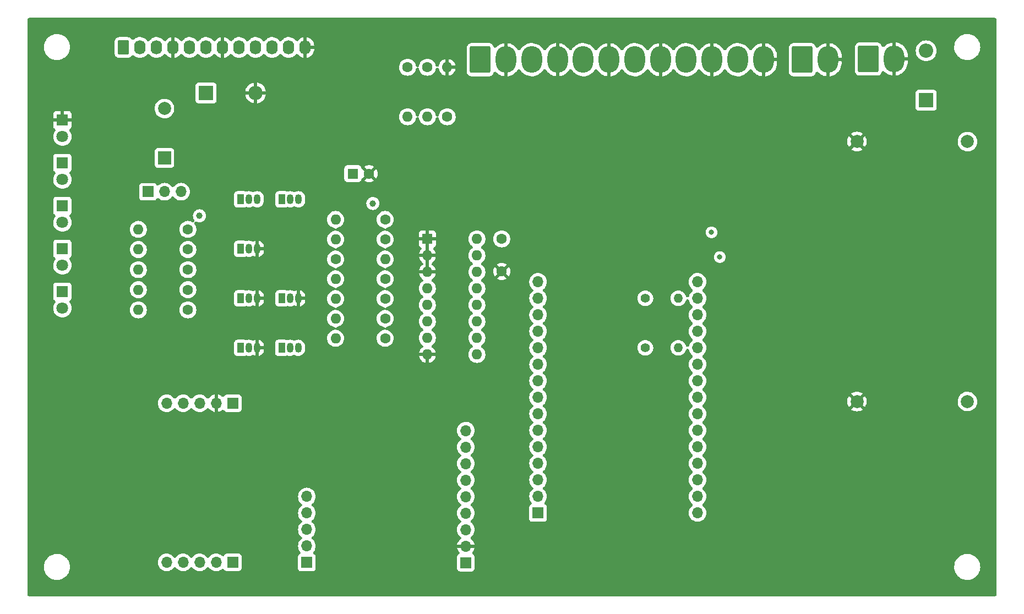
<source format=gbr>
%TF.GenerationSoftware,KiCad,Pcbnew,(6.0.2)*%
%TF.CreationDate,2022-11-16T19:52:16+00:00*%
%TF.ProjectId,greenhouse-control-unit,67726565-6e68-46f7-9573-652d636f6e74,2*%
%TF.SameCoordinates,Original*%
%TF.FileFunction,Copper,L3,Inr*%
%TF.FilePolarity,Positive*%
%FSLAX46Y46*%
G04 Gerber Fmt 4.6, Leading zero omitted, Abs format (unit mm)*
G04 Created by KiCad (PCBNEW (6.0.2)) date 2022-11-16 19:52:16*
%MOMM*%
%LPD*%
G01*
G04 APERTURE LIST*
G04 Aperture macros list*
%AMRoundRect*
0 Rectangle with rounded corners*
0 $1 Rounding radius*
0 $2 $3 $4 $5 $6 $7 $8 $9 X,Y pos of 4 corners*
0 Add a 4 corners polygon primitive as box body*
4,1,4,$2,$3,$4,$5,$6,$7,$8,$9,$2,$3,0*
0 Add four circle primitives for the rounded corners*
1,1,$1+$1,$2,$3*
1,1,$1+$1,$4,$5*
1,1,$1+$1,$6,$7*
1,1,$1+$1,$8,$9*
0 Add four rect primitives between the rounded corners*
20,1,$1+$1,$2,$3,$4,$5,0*
20,1,$1+$1,$4,$5,$6,$7,0*
20,1,$1+$1,$6,$7,$8,$9,0*
20,1,$1+$1,$8,$9,$2,$3,0*%
G04 Aperture macros list end*
%TA.AperFunction,ComponentPad*%
%ADD10O,1.700000X1.700000*%
%TD*%
%TA.AperFunction,ComponentPad*%
%ADD11R,1.700000X1.700000*%
%TD*%
%TA.AperFunction,ComponentPad*%
%ADD12C,2.000000*%
%TD*%
%TA.AperFunction,ComponentPad*%
%ADD13R,1.800000X1.800000*%
%TD*%
%TA.AperFunction,ComponentPad*%
%ADD14C,1.800000*%
%TD*%
%TA.AperFunction,ComponentPad*%
%ADD15C,1.600000*%
%TD*%
%TA.AperFunction,ComponentPad*%
%ADD16O,1.600000X1.600000*%
%TD*%
%TA.AperFunction,ComponentPad*%
%ADD17O,1.050000X1.500000*%
%TD*%
%TA.AperFunction,ComponentPad*%
%ADD18R,1.050000X1.500000*%
%TD*%
%TA.AperFunction,ComponentPad*%
%ADD19RoundRect,0.250000X-1.330000X-1.800000X1.330000X-1.800000X1.330000X1.800000X-1.330000X1.800000X0*%
%TD*%
%TA.AperFunction,ComponentPad*%
%ADD20O,3.160000X4.100000*%
%TD*%
%TA.AperFunction,ComponentPad*%
%ADD21RoundRect,0.250000X-0.620000X-0.845000X0.620000X-0.845000X0.620000X0.845000X-0.620000X0.845000X0*%
%TD*%
%TA.AperFunction,ComponentPad*%
%ADD22O,1.740000X2.190000*%
%TD*%
%TA.AperFunction,ComponentPad*%
%ADD23R,1.600000X1.600000*%
%TD*%
%TA.AperFunction,ComponentPad*%
%ADD24O,2.200000X2.200000*%
%TD*%
%TA.AperFunction,ComponentPad*%
%ADD25R,2.200000X2.200000*%
%TD*%
%TA.AperFunction,ComponentPad*%
%ADD26R,2.000000X2.000000*%
%TD*%
%TA.AperFunction,ComponentPad*%
%ADD27O,1.400000X1.400000*%
%TD*%
%TA.AperFunction,ComponentPad*%
%ADD28C,1.400000*%
%TD*%
%TA.AperFunction,ViaPad*%
%ADD29C,0.800000*%
%TD*%
%TA.AperFunction,ViaPad*%
%ADD30C,1.000000*%
%TD*%
G04 APERTURE END LIST*
D10*
%TO.N,/MOSI*%
%TO.C,J10*%
X175660000Y-85598000D03*
%TO.N,/I2C_SCL*%
X175660000Y-88138000D03*
%TO.N,unconnected-(J10-Pad28)*%
X175660000Y-90678000D03*
%TO.N,unconnected-(J10-Pad27)*%
X175660000Y-93218000D03*
%TO.N,/I2C_SDA*%
X175660000Y-95758000D03*
%TO.N,/MISO*%
X175660000Y-98298000D03*
%TO.N,/SCLK*%
X175660000Y-100838000D03*
%TO.N,/RFM95_CS*%
X175660000Y-103378000D03*
%TO.N,unconnected-(J10-Pad22)*%
X175660000Y-105918000D03*
%TO.N,unconnected-(J10-Pad21)*%
X175660000Y-108458000D03*
%TO.N,/RFM95_IRQ*%
X175660000Y-110998000D03*
%TO.N,unconnected-(J10-Pad19)*%
X175660000Y-113538000D03*
%TO.N,unconnected-(J10-Pad18)*%
X175660000Y-116078000D03*
%TO.N,unconnected-(J10-Pad17)*%
X175660000Y-118618000D03*
%TO.N,+3V3*%
X175660000Y-121158000D03*
%TO.N,unconnected-(J10-Pad15)*%
X151130000Y-85598000D03*
%TO.N,unconnected-(J10-Pad14)*%
X151130000Y-88138000D03*
%TO.N,unconnected-(J10-Pad13)*%
X151130000Y-90678000D03*
%TO.N,/VSense*%
X151130000Y-93218000D03*
%TO.N,unconnected-(J10-Pad11)*%
X151130000Y-95758000D03*
%TO.N,unconnected-(J10-Pad10)*%
X151130000Y-98298000D03*
%TO.N,unconnected-(J10-Pad9)*%
X151130000Y-100838000D03*
%TO.N,unconnected-(J10-Pad8)*%
X151130000Y-103378000D03*
%TO.N,unconnected-(J10-Pad7)*%
X151130000Y-105918000D03*
%TO.N,/HC12_TX*%
X151130000Y-108458000D03*
%TO.N,/HC12_RX*%
X151130000Y-110998000D03*
%TO.N,unconnected-(J10-Pad4)*%
X151130000Y-113538000D03*
%TO.N,unconnected-(J10-Pad3)*%
X151130000Y-116078000D03*
%TO.N,unconnected-(J10-Pad2)*%
X151130000Y-118618000D03*
D11*
%TO.N,+5V*%
X151130000Y-121158000D03*
%TD*%
D10*
%TO.N,unconnected-(J3-Pad3)*%
%TO.C,J3*%
X96226800Y-71729600D03*
%TO.N,Net-(BZ1-Pad1)*%
X93686800Y-71729600D03*
D11*
%TO.N,Net-(J3-Pad1)*%
X91146800Y-71729600D03*
%TD*%
D12*
%TO.N,GND*%
%TO.C,J6*%
X200170000Y-104008000D03*
%TD*%
D13*
%TO.N,GND*%
%TO.C,D4*%
X77978000Y-60706000D03*
D14*
%TO.N,Net-(D4-Pad2)*%
X77978000Y-63246000D03*
%TD*%
D12*
%TO.N,/Buck+12V*%
%TO.C,J5*%
X217170000Y-64008000D03*
%TD*%
%TO.N,+5V*%
%TO.C,J4*%
X217170000Y-104008000D03*
%TD*%
D14*
%TO.N,Net-(D3-Pad2)*%
%TO.C,D3*%
X77978000Y-83058000D03*
D13*
%TO.N,/IO_PsuLed*%
X77978000Y-80518000D03*
%TD*%
D15*
%TO.N,Net-(Q6-Pad1)*%
%TO.C,R16*%
X119989600Y-82092800D03*
D16*
%TO.N,+5V*%
X127609600Y-82092800D03*
%TD*%
D10*
%TO.N,unconnected-(J12-Pad5)*%
%TO.C,J12*%
X94017000Y-128769000D03*
%TO.N,unconnected-(J12-Pad4)*%
X96557000Y-128769000D03*
%TO.N,unconnected-(J12-Pad3)*%
X99097000Y-128769000D03*
%TO.N,unconnected-(J12-Pad2)*%
X101637000Y-128769000D03*
D11*
%TO.N,unconnected-(J12-Pad1)*%
X104177000Y-128769000D03*
%TD*%
D17*
%TO.N,GND*%
%TO.C,Q1*%
X114300000Y-88138000D03*
%TO.N,Net-(Q1-Pad2)*%
X113030000Y-88138000D03*
D18*
%TO.N,Net-(C1-Pad1)*%
X111760000Y-88138000D03*
%TD*%
D16*
%TO.N,Net-(Q1-Pad2)*%
%TO.C,R1*%
X119989600Y-91236800D03*
D15*
%TO.N,/IO_Beep*%
X127609600Y-91236800D03*
%TD*%
D16*
%TO.N,/VSense*%
%TO.C,R9*%
X134112000Y-60198000D03*
D15*
%TO.N,+12V*%
X134112000Y-52578000D03*
%TD*%
%TO.N,GND*%
%TO.C,C2*%
X145542000Y-83994000D03*
%TO.N,+3V3*%
X145542000Y-78994000D03*
%TD*%
D19*
%TO.N,+12V*%
%TO.C,J1*%
X201930000Y-51308000D03*
D20*
%TO.N,GND*%
X205890000Y-51308000D03*
%TD*%
D21*
%TO.N,+5V*%
%TO.C,J14*%
X87376000Y-49530000D03*
D22*
%TO.N,/CaseFan_Sink*%
X89916000Y-49530000D03*
%TO.N,+12V*%
X92456000Y-49530000D03*
%TO.N,GND*%
X94996000Y-49530000D03*
%TO.N,/PsuRelayNC_IN*%
X97536000Y-49530000D03*
%TO.N,/BattRelayNC_A*%
X100076000Y-49530000D03*
%TO.N,GND*%
X102616000Y-49530000D03*
%TO.N,unconnected-(J14-Pad8)*%
X105156000Y-49530000D03*
%TO.N,/I2C_SCL*%
X107696000Y-49530000D03*
%TO.N,/I2C_SDA*%
X110236000Y-49530000D03*
%TO.N,+3V3*%
X112776000Y-49530000D03*
%TO.N,GND*%
X115316000Y-49530000D03*
%TD*%
D15*
%TO.N,/VSense*%
%TO.C,R10*%
X137160000Y-60198000D03*
D16*
%TO.N,GND*%
X137160000Y-52578000D03*
%TD*%
%TO.N,Net-(C1-Pad1)*%
%TO.C,R3*%
X119989600Y-79044800D03*
D15*
%TO.N,+5V*%
X127609600Y-79044800D03*
%TD*%
D17*
%TO.N,GND*%
%TO.C,Q7*%
X107950000Y-95758000D03*
%TO.N,Net-(Q6-Pad3)*%
X106680000Y-95758000D03*
D18*
%TO.N,/CaseFan_Sink*%
X105410000Y-95758000D03*
%TD*%
D15*
%TO.N,GND*%
%TO.C,C1*%
X125142621Y-68961000D03*
D23*
%TO.N,Net-(C1-Pad1)*%
X122642621Y-68961000D03*
%TD*%
D12*
%TO.N,GND*%
%TO.C,J7*%
X200170000Y-64008000D03*
%TD*%
D13*
%TO.N,/CaseFan_Sink*%
%TO.C,D7*%
X77978000Y-87117000D03*
D14*
%TO.N,Net-(D7-Pad2)*%
X77978000Y-89657000D03*
%TD*%
D24*
%TO.N,+12V*%
%TO.C,D6*%
X210820000Y-50038000D03*
D25*
%TO.N,/Buck+12V*%
X210820000Y-57658000D03*
%TD*%
D10*
%TO.N,/HC12_SET*%
%TO.C,J11*%
X94017000Y-104278000D03*
%TO.N,/HC12_TX*%
X96557000Y-104278000D03*
%TO.N,/HC12_RX*%
X99097000Y-104278000D03*
%TO.N,GND*%
X101637000Y-104278000D03*
D11*
%TO.N,+3V3*%
X104177000Y-104278000D03*
%TD*%
D16*
%TO.N,Net-(D7-Pad2)*%
%TO.C,R17*%
X89662000Y-89916000D03*
D15*
%TO.N,+5V*%
X97282000Y-89916000D03*
%TD*%
D18*
%TO.N,/PsuRelayNC_IN*%
%TO.C,Q2*%
X105410000Y-80518000D03*
D17*
%TO.N,Net-(Q2-Pad2)*%
X106680000Y-80518000D03*
%TO.N,GND*%
X107950000Y-80518000D03*
%TD*%
%TO.N,Net-(Q6-Pad3)*%
%TO.C,Q6*%
X114249200Y-95758000D03*
%TO.N,Net-(Q6-Pad2)*%
X112979200Y-95758000D03*
D18*
%TO.N,Net-(Q6-Pad1)*%
X111709200Y-95758000D03*
%TD*%
D23*
%TO.N,GND*%
%TO.C,U1*%
X134112000Y-78994000D03*
D16*
X134112000Y-81534000D03*
X134112000Y-84074000D03*
%TO.N,/IO_Batt_EN*%
X134112000Y-86614000D03*
%TO.N,/IO_PsuRelay_EN*%
X134112000Y-89154000D03*
%TO.N,/IO_Beep*%
X134112000Y-91694000D03*
%TO.N,/IO_CaseFan_EN*%
X134112000Y-94234000D03*
%TO.N,GND*%
X134112000Y-96774000D03*
%TO.N,/IO_BatteryLed*%
X141732000Y-96774000D03*
%TO.N,/IO_PsuLed*%
X141732000Y-94234000D03*
%TO.N,unconnected-(U1-Pad11)*%
X141732000Y-91694000D03*
%TO.N,unconnected-(U1-Pad12)*%
X141732000Y-89154000D03*
%TO.N,unconnected-(U1-Pad13)*%
X141732000Y-86614000D03*
%TO.N,/I2C_SCL*%
X141732000Y-84074000D03*
%TO.N,/I2C_SDA*%
X141732000Y-81534000D03*
%TO.N,+3V3*%
X141732000Y-78994000D03*
%TD*%
D11*
%TO.N,+3V3*%
%TO.C,J8*%
X140030600Y-128803800D03*
D10*
%TO.N,GND*%
X140030600Y-126263800D03*
%TO.N,/RFM95_EN*%
X140030600Y-123723800D03*
%TO.N,/RFM95_IRQ*%
X140030600Y-121183800D03*
%TO.N,/SCLK*%
X140030600Y-118643800D03*
%TO.N,/MISO*%
X140030600Y-116103800D03*
%TO.N,/MOSI*%
X140030600Y-113563800D03*
%TO.N,/RFM95_CS*%
X140030600Y-111023800D03*
%TO.N,/RFM95_RST*%
X140030600Y-108483800D03*
%TD*%
D12*
%TO.N,Net-(BZ1-Pad2)*%
%TO.C,BZ1*%
X93675200Y-58928000D03*
D26*
%TO.N,Net-(BZ1-Pad1)*%
X93675200Y-66528000D03*
%TD*%
D18*
%TO.N,Net-(Q4-Pad1)*%
%TO.C,Q4*%
X111760000Y-72898000D03*
D17*
%TO.N,+3V3*%
X113030000Y-72898000D03*
%TO.N,Net-(Q4-Pad3)*%
X114300000Y-72898000D03*
%TD*%
D16*
%TO.N,/PsuRelayNC_IN*%
%TO.C,R5*%
X119989600Y-75996800D03*
D15*
%TO.N,+5V*%
X127609600Y-75996800D03*
%TD*%
D27*
%TO.N,/I2C_SCL*%
%TO.C,R13*%
X172720000Y-88138000D03*
D28*
%TO.N,+3V3*%
X167640000Y-88138000D03*
%TD*%
D27*
%TO.N,/I2C_SDA*%
%TO.C,R14*%
X172720000Y-95758000D03*
D28*
%TO.N,+3V3*%
X167640000Y-95758000D03*
%TD*%
D16*
%TO.N,Net-(D4-Pad2)*%
%TO.C,R12*%
X131064000Y-60198000D03*
D15*
%TO.N,+12V*%
X131064000Y-52578000D03*
%TD*%
D11*
%TO.N,unconnected-(J9-Pad1)*%
%TO.C,J9*%
X115570000Y-128798800D03*
D10*
%TO.N,unconnected-(J9-Pad2)*%
X115570000Y-126258800D03*
%TO.N,unconnected-(J9-Pad3)*%
X115570000Y-123718800D03*
%TO.N,unconnected-(J9-Pad4)*%
X115570000Y-121178800D03*
%TO.N,unconnected-(J9-Pad5)*%
X115570000Y-118638800D03*
%TD*%
D16*
%TO.N,Net-(Q6-Pad2)*%
%TO.C,R15*%
X119989600Y-94284800D03*
D15*
%TO.N,/IO_CaseFan_EN*%
X127609600Y-94284800D03*
%TD*%
D17*
%TO.N,GND*%
%TO.C,Q3*%
X107950000Y-88138000D03*
%TO.N,Net-(C1-Pad1)*%
X106680000Y-88138000D03*
D18*
%TO.N,Net-(BZ1-Pad2)*%
X105410000Y-88138000D03*
%TD*%
D19*
%TO.N,+12V*%
%TO.C,J2*%
X191770000Y-51413000D03*
D20*
%TO.N,GND*%
X195730000Y-51413000D03*
%TD*%
D16*
%TO.N,Net-(D2-Pad2)*%
%TO.C,R7*%
X89662000Y-83718400D03*
D15*
%TO.N,+5V*%
X97282000Y-83718400D03*
%TD*%
D13*
%TO.N,Net-(BZ1-Pad2)*%
%TO.C,D1*%
X77978000Y-67310000D03*
D14*
%TO.N,Net-(D1-Pad2)*%
X77978000Y-69850000D03*
%TD*%
D16*
%TO.N,Net-(Q2-Pad2)*%
%TO.C,R2*%
X119989600Y-88188800D03*
D15*
%TO.N,/IO_PsuRelay_EN*%
X127609600Y-88188800D03*
%TD*%
D16*
%TO.N,Net-(Q4-Pad3)*%
%TO.C,R8*%
X119989600Y-85140800D03*
D15*
%TO.N,/IO_Batt_EN*%
X127609600Y-85140800D03*
%TD*%
D16*
%TO.N,Net-(J3-Pad1)*%
%TO.C,R6*%
X89662000Y-77520800D03*
D15*
%TO.N,+5V*%
X97282000Y-77520800D03*
%TD*%
D14*
%TO.N,Net-(D2-Pad2)*%
%TO.C,D2*%
X77978000Y-76454000D03*
D13*
%TO.N,/IO_BatteryLed*%
X77978000Y-73914000D03*
%TD*%
D24*
%TO.N,GND*%
%TO.C,D5*%
X107696000Y-56515000D03*
D25*
%TO.N,/BattRelayNC_A*%
X100076000Y-56515000D03*
%TD*%
D19*
%TO.N,+12V*%
%TO.C,J13*%
X142240000Y-51413000D03*
D20*
%TO.N,GND*%
X146200000Y-51413000D03*
%TO.N,+12V*%
X150160000Y-51413000D03*
%TO.N,GND*%
X154120000Y-51413000D03*
%TO.N,+12V*%
X158080000Y-51413000D03*
%TO.N,GND*%
X162040000Y-51413000D03*
%TO.N,+12V*%
X166000000Y-51413000D03*
%TO.N,GND*%
X169960000Y-51413000D03*
%TO.N,+12V*%
X173920000Y-51413000D03*
%TO.N,GND*%
X177880000Y-51413000D03*
%TO.N,+12V*%
X181840000Y-51413000D03*
%TO.N,GND*%
X185800000Y-51413000D03*
%TD*%
D16*
%TO.N,Net-(D1-Pad2)*%
%TO.C,R4*%
X89662000Y-80619600D03*
D15*
%TO.N,+5V*%
X97282000Y-80619600D03*
%TD*%
D18*
%TO.N,+12V*%
%TO.C,Q5*%
X105410000Y-72898000D03*
D17*
%TO.N,Net-(Q4-Pad1)*%
X106680000Y-72898000D03*
%TO.N,/BattRelayNC_A*%
X107950000Y-72898000D03*
%TD*%
D16*
%TO.N,Net-(D3-Pad2)*%
%TO.C,R11*%
X89662000Y-86817200D03*
D15*
%TO.N,+5V*%
X97282000Y-86817200D03*
%TD*%
D29*
%TO.N,/I2C_SDA*%
X179070000Y-81788000D03*
%TO.N,/I2C_SCL*%
X177800000Y-77978000D03*
D30*
%TO.N,+5V*%
X125730000Y-73533000D03*
X99060000Y-75438000D03*
%TD*%
%TA.AperFunction,Conductor*%
%TO.N,GND*%
G36*
X221481888Y-44983454D02*
G01*
X221562670Y-45037430D01*
X221616646Y-45118212D01*
X221635600Y-45213500D01*
X221635600Y-133715500D01*
X221616646Y-133810788D01*
X221562670Y-133891570D01*
X221481888Y-133945546D01*
X221386600Y-133964500D01*
X72884600Y-133964500D01*
X72789312Y-133945546D01*
X72708530Y-133891570D01*
X72654554Y-133810788D01*
X72635600Y-133715500D01*
X72635600Y-129432997D01*
X75130237Y-129432997D01*
X75135790Y-129533891D01*
X75144351Y-129689444D01*
X75145805Y-129715870D01*
X75147521Y-129724498D01*
X75147522Y-129724504D01*
X75199357Y-129985095D01*
X75201074Y-129993726D01*
X75225203Y-130062436D01*
X75253373Y-130142651D01*
X75294942Y-130261024D01*
X75298994Y-130268825D01*
X75298996Y-130268829D01*
X75421478Y-130504617D01*
X75421481Y-130504622D01*
X75425536Y-130512428D01*
X75430655Y-130519591D01*
X75430656Y-130519593D01*
X75585131Y-130735760D01*
X75585135Y-130735765D01*
X75590251Y-130742924D01*
X75661399Y-130817507D01*
X75779714Y-130941534D01*
X75779719Y-130941539D01*
X75785799Y-130947912D01*
X76008280Y-131123301D01*
X76015893Y-131127723D01*
X76015896Y-131127725D01*
X76075026Y-131162070D01*
X76253254Y-131265593D01*
X76261410Y-131268896D01*
X76261415Y-131268899D01*
X76482950Y-131358630D01*
X76515832Y-131371948D01*
X76652141Y-131405807D01*
X76782237Y-131438124D01*
X76782242Y-131438125D01*
X76790777Y-131440245D01*
X76799532Y-131441142D01*
X77026071Y-131464353D01*
X77026079Y-131464353D01*
X77032390Y-131465000D01*
X77207770Y-131465000D01*
X77212144Y-131464690D01*
X77212152Y-131464690D01*
X77286027Y-131459459D01*
X77418193Y-131450101D01*
X77426808Y-131448246D01*
X77426810Y-131448246D01*
X77519296Y-131428334D01*
X77695147Y-131390475D01*
X77960937Y-131292420D01*
X78210260Y-131157893D01*
X78217336Y-131152666D01*
X78217340Y-131152664D01*
X78431062Y-130994806D01*
X78431063Y-130994805D01*
X78438140Y-130989578D01*
X78640030Y-130790834D01*
X78682062Y-130735760D01*
X78806561Y-130572627D01*
X78811904Y-130565626D01*
X78846071Y-130504617D01*
X78946025Y-130326134D01*
X78950330Y-130318447D01*
X79052548Y-130054230D01*
X79055174Y-130042903D01*
X79114529Y-129786829D01*
X79114529Y-129786826D01*
X79116518Y-129778247D01*
X79140963Y-129496003D01*
X79130062Y-129297939D01*
X79125879Y-129221921D01*
X79125879Y-129221918D01*
X79125395Y-129213130D01*
X79112988Y-129150753D01*
X79071843Y-128943905D01*
X79071842Y-128943902D01*
X79070126Y-128935274D01*
X79011735Y-128769000D01*
X92661341Y-128769000D01*
X92662289Y-128779835D01*
X92676644Y-128943905D01*
X92681937Y-129004408D01*
X92743097Y-129232663D01*
X92842965Y-129446829D01*
X92978505Y-129640401D01*
X93145599Y-129807495D01*
X93154497Y-129813725D01*
X93154500Y-129813728D01*
X93272888Y-129896624D01*
X93339170Y-129943035D01*
X93349015Y-129947626D01*
X93349017Y-129947627D01*
X93411034Y-129976546D01*
X93553337Y-130042903D01*
X93563835Y-130045716D01*
X93563838Y-130045717D01*
X93667465Y-130073483D01*
X93781592Y-130104063D01*
X93792425Y-130105011D01*
X93792426Y-130105011D01*
X94006165Y-130123711D01*
X94017000Y-130124659D01*
X94027835Y-130123711D01*
X94241574Y-130105011D01*
X94241575Y-130105011D01*
X94252408Y-130104063D01*
X94366535Y-130073483D01*
X94470162Y-130045717D01*
X94470165Y-130045716D01*
X94480663Y-130042903D01*
X94622966Y-129976546D01*
X94684983Y-129947627D01*
X94684985Y-129947626D01*
X94694830Y-129943035D01*
X94761112Y-129896624D01*
X94879500Y-129813728D01*
X94879503Y-129813725D01*
X94888401Y-129807495D01*
X95055495Y-129640401D01*
X95083032Y-129601074D01*
X95153211Y-129533891D01*
X95243760Y-129498678D01*
X95340892Y-129500797D01*
X95429819Y-129539925D01*
X95490968Y-129601074D01*
X95518505Y-129640401D01*
X95685599Y-129807495D01*
X95694497Y-129813725D01*
X95694500Y-129813728D01*
X95812888Y-129896624D01*
X95879170Y-129943035D01*
X95889015Y-129947626D01*
X95889017Y-129947627D01*
X95951034Y-129976546D01*
X96093337Y-130042903D01*
X96103835Y-130045716D01*
X96103838Y-130045717D01*
X96207465Y-130073483D01*
X96321592Y-130104063D01*
X96332425Y-130105011D01*
X96332426Y-130105011D01*
X96546165Y-130123711D01*
X96557000Y-130124659D01*
X96567835Y-130123711D01*
X96781574Y-130105011D01*
X96781575Y-130105011D01*
X96792408Y-130104063D01*
X96906535Y-130073483D01*
X97010162Y-130045717D01*
X97010165Y-130045716D01*
X97020663Y-130042903D01*
X97162966Y-129976546D01*
X97224983Y-129947627D01*
X97224985Y-129947626D01*
X97234830Y-129943035D01*
X97301112Y-129896624D01*
X97419500Y-129813728D01*
X97419503Y-129813725D01*
X97428401Y-129807495D01*
X97595495Y-129640401D01*
X97623032Y-129601074D01*
X97693211Y-129533891D01*
X97783760Y-129498678D01*
X97880892Y-129500797D01*
X97969819Y-129539925D01*
X98030968Y-129601074D01*
X98058505Y-129640401D01*
X98225599Y-129807495D01*
X98234497Y-129813725D01*
X98234500Y-129813728D01*
X98352888Y-129896624D01*
X98419170Y-129943035D01*
X98429015Y-129947626D01*
X98429017Y-129947627D01*
X98491034Y-129976546D01*
X98633337Y-130042903D01*
X98643835Y-130045716D01*
X98643838Y-130045717D01*
X98747465Y-130073483D01*
X98861592Y-130104063D01*
X98872425Y-130105011D01*
X98872426Y-130105011D01*
X99086165Y-130123711D01*
X99097000Y-130124659D01*
X99107835Y-130123711D01*
X99321574Y-130105011D01*
X99321575Y-130105011D01*
X99332408Y-130104063D01*
X99446535Y-130073483D01*
X99550162Y-130045717D01*
X99550165Y-130045716D01*
X99560663Y-130042903D01*
X99702966Y-129976546D01*
X99764983Y-129947627D01*
X99764985Y-129947626D01*
X99774830Y-129943035D01*
X99841112Y-129896624D01*
X99959500Y-129813728D01*
X99959503Y-129813725D01*
X99968401Y-129807495D01*
X100135495Y-129640401D01*
X100163032Y-129601074D01*
X100233211Y-129533891D01*
X100323760Y-129498678D01*
X100420892Y-129500797D01*
X100509819Y-129539925D01*
X100570968Y-129601074D01*
X100598505Y-129640401D01*
X100765599Y-129807495D01*
X100774497Y-129813725D01*
X100774500Y-129813728D01*
X100892888Y-129896624D01*
X100959170Y-129943035D01*
X100969015Y-129947626D01*
X100969017Y-129947627D01*
X101031034Y-129976546D01*
X101173337Y-130042903D01*
X101183835Y-130045716D01*
X101183838Y-130045717D01*
X101287465Y-130073483D01*
X101401592Y-130104063D01*
X101412425Y-130105011D01*
X101412426Y-130105011D01*
X101626165Y-130123711D01*
X101637000Y-130124659D01*
X101647835Y-130123711D01*
X101861574Y-130105011D01*
X101861575Y-130105011D01*
X101872408Y-130104063D01*
X101986535Y-130073483D01*
X102090162Y-130045717D01*
X102090165Y-130045716D01*
X102100663Y-130042903D01*
X102242966Y-129976546D01*
X102304983Y-129947627D01*
X102304985Y-129947626D01*
X102314830Y-129943035D01*
X102388253Y-129891624D01*
X102499501Y-129813727D01*
X102499502Y-129813726D01*
X102508401Y-129807495D01*
X102514676Y-129801220D01*
X102599075Y-129754917D01*
X102695652Y-129744341D01*
X102788926Y-129771527D01*
X102864695Y-129832339D01*
X102881806Y-129857375D01*
X102883474Y-129861824D01*
X102969454Y-129976546D01*
X102983652Y-129987187D01*
X102992377Y-129993726D01*
X103084176Y-130062526D01*
X103100787Y-130068753D01*
X103203804Y-130107372D01*
X103203805Y-130107372D01*
X103218420Y-130112851D01*
X103279623Y-130119500D01*
X104176400Y-130119500D01*
X105074376Y-130119499D01*
X105135580Y-130112851D01*
X105269824Y-130062526D01*
X105361623Y-129993726D01*
X105370348Y-129987187D01*
X105384546Y-129976546D01*
X105470526Y-129861824D01*
X105504198Y-129772002D01*
X105515372Y-129742196D01*
X105515372Y-129742195D01*
X105520851Y-129727580D01*
X105527500Y-129666377D01*
X105527499Y-127871624D01*
X105520851Y-127810420D01*
X105470526Y-127676176D01*
X105384546Y-127561454D01*
X105269824Y-127475474D01*
X105166529Y-127436751D01*
X105150196Y-127430628D01*
X105150195Y-127430628D01*
X105135580Y-127425149D01*
X105074377Y-127418500D01*
X104177600Y-127418500D01*
X103279624Y-127418501D01*
X103218420Y-127425149D01*
X103084176Y-127475474D01*
X102969454Y-127561454D01*
X102886208Y-127672528D01*
X102886203Y-127672534D01*
X102883474Y-127676176D01*
X102883277Y-127676028D01*
X102829970Y-127739666D01*
X102743831Y-127784600D01*
X102647053Y-127793150D01*
X102554369Y-127764014D01*
X102515008Y-127737112D01*
X102508401Y-127730505D01*
X102499501Y-127724273D01*
X102323729Y-127601196D01*
X102323728Y-127601195D01*
X102314830Y-127594965D01*
X102304985Y-127590374D01*
X102304983Y-127590373D01*
X102189818Y-127536671D01*
X102100663Y-127495097D01*
X102090165Y-127492284D01*
X102090162Y-127492283D01*
X101969487Y-127459949D01*
X101872408Y-127433937D01*
X101861575Y-127432989D01*
X101861574Y-127432989D01*
X101647835Y-127414289D01*
X101637000Y-127413341D01*
X101626165Y-127414289D01*
X101412426Y-127432989D01*
X101412425Y-127432989D01*
X101401592Y-127433937D01*
X101173337Y-127495097D01*
X101163484Y-127499691D01*
X101163480Y-127499693D01*
X100989949Y-127580613D01*
X100959171Y-127594965D01*
X100765599Y-127730505D01*
X100598505Y-127897599D01*
X100570968Y-127936926D01*
X100500789Y-128004109D01*
X100410240Y-128039322D01*
X100313108Y-128037203D01*
X100224181Y-127998075D01*
X100163032Y-127936926D01*
X100135495Y-127897599D01*
X99968401Y-127730505D01*
X99959501Y-127724273D01*
X99959500Y-127724272D01*
X99783729Y-127601196D01*
X99783728Y-127601195D01*
X99774830Y-127594965D01*
X99764985Y-127590374D01*
X99764983Y-127590373D01*
X99649818Y-127536671D01*
X99560663Y-127495097D01*
X99550165Y-127492284D01*
X99550162Y-127492283D01*
X99429487Y-127459949D01*
X99332408Y-127433937D01*
X99321575Y-127432989D01*
X99321574Y-127432989D01*
X99107835Y-127414289D01*
X99097000Y-127413341D01*
X99086165Y-127414289D01*
X98872426Y-127432989D01*
X98872425Y-127432989D01*
X98861592Y-127433937D01*
X98633337Y-127495097D01*
X98623484Y-127499691D01*
X98623480Y-127499693D01*
X98449949Y-127580613D01*
X98419171Y-127594965D01*
X98225599Y-127730505D01*
X98058505Y-127897599D01*
X98030968Y-127936926D01*
X97960789Y-128004109D01*
X97870240Y-128039322D01*
X97773108Y-128037203D01*
X97684181Y-127998075D01*
X97623032Y-127936926D01*
X97595495Y-127897599D01*
X97428401Y-127730505D01*
X97419501Y-127724273D01*
X97419500Y-127724272D01*
X97243729Y-127601196D01*
X97243728Y-127601195D01*
X97234830Y-127594965D01*
X97224985Y-127590374D01*
X97224983Y-127590373D01*
X97109818Y-127536671D01*
X97020663Y-127495097D01*
X97010165Y-127492284D01*
X97010162Y-127492283D01*
X96889487Y-127459949D01*
X96792408Y-127433937D01*
X96781575Y-127432989D01*
X96781574Y-127432989D01*
X96567835Y-127414289D01*
X96557000Y-127413341D01*
X96546165Y-127414289D01*
X96332426Y-127432989D01*
X96332425Y-127432989D01*
X96321592Y-127433937D01*
X96093337Y-127495097D01*
X96083484Y-127499691D01*
X96083480Y-127499693D01*
X95909949Y-127580613D01*
X95879171Y-127594965D01*
X95685599Y-127730505D01*
X95518505Y-127897599D01*
X95490968Y-127936926D01*
X95420789Y-128004109D01*
X95330240Y-128039322D01*
X95233108Y-128037203D01*
X95144181Y-127998075D01*
X95083032Y-127936926D01*
X95055495Y-127897599D01*
X94888401Y-127730505D01*
X94879501Y-127724273D01*
X94879500Y-127724272D01*
X94703729Y-127601196D01*
X94703728Y-127601195D01*
X94694830Y-127594965D01*
X94684985Y-127590374D01*
X94684983Y-127590373D01*
X94569818Y-127536671D01*
X94480663Y-127495097D01*
X94470165Y-127492284D01*
X94470162Y-127492283D01*
X94349487Y-127459949D01*
X94252408Y-127433937D01*
X94241575Y-127432989D01*
X94241574Y-127432989D01*
X94027835Y-127414289D01*
X94017000Y-127413341D01*
X94006165Y-127414289D01*
X93792426Y-127432989D01*
X93792425Y-127432989D01*
X93781592Y-127433937D01*
X93553337Y-127495097D01*
X93543484Y-127499691D01*
X93543480Y-127499693D01*
X93369949Y-127580613D01*
X93339171Y-127594965D01*
X93145599Y-127730505D01*
X92978505Y-127897599D01*
X92842965Y-128091171D01*
X92838369Y-128101027D01*
X92801681Y-128179705D01*
X92743097Y-128305337D01*
X92681937Y-128533592D01*
X92680989Y-128544425D01*
X92680989Y-128544426D01*
X92670180Y-128667976D01*
X92661341Y-128769000D01*
X79011735Y-128769000D01*
X78976258Y-128667976D01*
X78950698Y-128618771D01*
X78849722Y-128424383D01*
X78849719Y-128424378D01*
X78845664Y-128416572D01*
X78840544Y-128409407D01*
X78686069Y-128193240D01*
X78686065Y-128193235D01*
X78680949Y-128186076D01*
X78581916Y-128082262D01*
X78491486Y-127987466D01*
X78491481Y-127987461D01*
X78485401Y-127981088D01*
X78262920Y-127805699D01*
X78245875Y-127795798D01*
X78091234Y-127705976D01*
X78017946Y-127663407D01*
X78009790Y-127660104D01*
X78009785Y-127660101D01*
X77763530Y-127560358D01*
X77763531Y-127560358D01*
X77755368Y-127557052D01*
X77589758Y-127515914D01*
X77488963Y-127490876D01*
X77488958Y-127490875D01*
X77480423Y-127488755D01*
X77454637Y-127486113D01*
X77245129Y-127464647D01*
X77245121Y-127464647D01*
X77238810Y-127464000D01*
X77063430Y-127464000D01*
X77059056Y-127464310D01*
X77059048Y-127464310D01*
X76989325Y-127469247D01*
X76853007Y-127478899D01*
X76844392Y-127480754D01*
X76844390Y-127480754D01*
X76756431Y-127499691D01*
X76576053Y-127538525D01*
X76310263Y-127636580D01*
X76060940Y-127771107D01*
X76053864Y-127776334D01*
X76053860Y-127776336D01*
X75877627Y-127906504D01*
X75833060Y-127939422D01*
X75631170Y-128138166D01*
X75625831Y-128145162D01*
X75625829Y-128145164D01*
X75511111Y-128295480D01*
X75459296Y-128363374D01*
X75454995Y-128371053D01*
X75454993Y-128371057D01*
X75369851Y-128523091D01*
X75320870Y-128610553D01*
X75218652Y-128874770D01*
X75216666Y-128883337D01*
X75216665Y-128883341D01*
X75202627Y-128943905D01*
X75154682Y-129150753D01*
X75130237Y-129432997D01*
X72635600Y-129432997D01*
X72635600Y-126258800D01*
X114214341Y-126258800D01*
X114234937Y-126494208D01*
X114296097Y-126722463D01*
X114300691Y-126732316D01*
X114300693Y-126732320D01*
X114364297Y-126868717D01*
X114395965Y-126936629D01*
X114402202Y-126945537D01*
X114402203Y-126945538D01*
X114422069Y-126973910D01*
X114531505Y-127130201D01*
X114537784Y-127136480D01*
X114584084Y-127220880D01*
X114594659Y-127317458D01*
X114567470Y-127410731D01*
X114506657Y-127486499D01*
X114481627Y-127503605D01*
X114477176Y-127505274D01*
X114432810Y-127538525D01*
X114383272Y-127575652D01*
X114362454Y-127591254D01*
X114276474Y-127705976D01*
X114270247Y-127722587D01*
X114240749Y-127801275D01*
X114226149Y-127840220D01*
X114219500Y-127901423D01*
X114219501Y-129696176D01*
X114226149Y-129757380D01*
X114276474Y-129891624D01*
X114362454Y-130006346D01*
X114376652Y-130016987D01*
X114397047Y-130032272D01*
X114477176Y-130092326D01*
X114508485Y-130104063D01*
X114596804Y-130137172D01*
X114596805Y-130137172D01*
X114611420Y-130142651D01*
X114672623Y-130149300D01*
X115569400Y-130149300D01*
X116467376Y-130149299D01*
X116528580Y-130142651D01*
X116662824Y-130092326D01*
X116742953Y-130032272D01*
X116763348Y-130016987D01*
X116777546Y-130006346D01*
X116863526Y-129891624D01*
X116885751Y-129832339D01*
X116908372Y-129771996D01*
X116908372Y-129771995D01*
X116913851Y-129757380D01*
X116920500Y-129696177D01*
X116920499Y-127906423D01*
X138680100Y-127906423D01*
X138680101Y-129701176D01*
X138686749Y-129762380D01*
X138737074Y-129896624D01*
X138823054Y-130011346D01*
X138937776Y-130097326D01*
X138954387Y-130103553D01*
X139057404Y-130142172D01*
X139057405Y-130142172D01*
X139072020Y-130147651D01*
X139133223Y-130154300D01*
X140030000Y-130154300D01*
X140927976Y-130154299D01*
X140989180Y-130147651D01*
X141123424Y-130097326D01*
X141238146Y-130011346D01*
X141324126Y-129896624D01*
X141355202Y-129813727D01*
X141368972Y-129776996D01*
X141368972Y-129776995D01*
X141374451Y-129762380D01*
X141381100Y-129701177D01*
X141381100Y-129432997D01*
X215130237Y-129432997D01*
X215135790Y-129533891D01*
X215144351Y-129689444D01*
X215145805Y-129715870D01*
X215147521Y-129724498D01*
X215147522Y-129724504D01*
X215199357Y-129985095D01*
X215201074Y-129993726D01*
X215225203Y-130062436D01*
X215253373Y-130142651D01*
X215294942Y-130261024D01*
X215298994Y-130268825D01*
X215298996Y-130268829D01*
X215421478Y-130504617D01*
X215421481Y-130504622D01*
X215425536Y-130512428D01*
X215430655Y-130519591D01*
X215430656Y-130519593D01*
X215585131Y-130735760D01*
X215585135Y-130735765D01*
X215590251Y-130742924D01*
X215661399Y-130817507D01*
X215779714Y-130941534D01*
X215779719Y-130941539D01*
X215785799Y-130947912D01*
X216008280Y-131123301D01*
X216015893Y-131127723D01*
X216015896Y-131127725D01*
X216075026Y-131162070D01*
X216253254Y-131265593D01*
X216261410Y-131268896D01*
X216261415Y-131268899D01*
X216482950Y-131358630D01*
X216515832Y-131371948D01*
X216652141Y-131405807D01*
X216782237Y-131438124D01*
X216782242Y-131438125D01*
X216790777Y-131440245D01*
X216799532Y-131441142D01*
X217026071Y-131464353D01*
X217026079Y-131464353D01*
X217032390Y-131465000D01*
X217207770Y-131465000D01*
X217212144Y-131464690D01*
X217212152Y-131464690D01*
X217286027Y-131459459D01*
X217418193Y-131450101D01*
X217426808Y-131448246D01*
X217426810Y-131448246D01*
X217519296Y-131428334D01*
X217695147Y-131390475D01*
X217960937Y-131292420D01*
X218210260Y-131157893D01*
X218217336Y-131152666D01*
X218217340Y-131152664D01*
X218431062Y-130994806D01*
X218431063Y-130994805D01*
X218438140Y-130989578D01*
X218640030Y-130790834D01*
X218682062Y-130735760D01*
X218806561Y-130572627D01*
X218811904Y-130565626D01*
X218846071Y-130504617D01*
X218946025Y-130326134D01*
X218950330Y-130318447D01*
X219052548Y-130054230D01*
X219055174Y-130042903D01*
X219114529Y-129786829D01*
X219114529Y-129786826D01*
X219116518Y-129778247D01*
X219140963Y-129496003D01*
X219130062Y-129297939D01*
X219125879Y-129221921D01*
X219125879Y-129221918D01*
X219125395Y-129213130D01*
X219112988Y-129150753D01*
X219071843Y-128943905D01*
X219071842Y-128943902D01*
X219070126Y-128935274D01*
X218976258Y-128667976D01*
X218950698Y-128618771D01*
X218849722Y-128424383D01*
X218849719Y-128424378D01*
X218845664Y-128416572D01*
X218840544Y-128409407D01*
X218686069Y-128193240D01*
X218686065Y-128193235D01*
X218680949Y-128186076D01*
X218581916Y-128082262D01*
X218491486Y-127987466D01*
X218491481Y-127987461D01*
X218485401Y-127981088D01*
X218262920Y-127805699D01*
X218245875Y-127795798D01*
X218091234Y-127705976D01*
X218017946Y-127663407D01*
X218009790Y-127660104D01*
X218009785Y-127660101D01*
X217763530Y-127560358D01*
X217763531Y-127560358D01*
X217755368Y-127557052D01*
X217589758Y-127515914D01*
X217488963Y-127490876D01*
X217488958Y-127490875D01*
X217480423Y-127488755D01*
X217454637Y-127486113D01*
X217245129Y-127464647D01*
X217245121Y-127464647D01*
X217238810Y-127464000D01*
X217063430Y-127464000D01*
X217059056Y-127464310D01*
X217059048Y-127464310D01*
X216989325Y-127469247D01*
X216853007Y-127478899D01*
X216844392Y-127480754D01*
X216844390Y-127480754D01*
X216756431Y-127499691D01*
X216576053Y-127538525D01*
X216310263Y-127636580D01*
X216060940Y-127771107D01*
X216053864Y-127776334D01*
X216053860Y-127776336D01*
X215877627Y-127906504D01*
X215833060Y-127939422D01*
X215631170Y-128138166D01*
X215625831Y-128145162D01*
X215625829Y-128145164D01*
X215511111Y-128295480D01*
X215459296Y-128363374D01*
X215454995Y-128371053D01*
X215454993Y-128371057D01*
X215369851Y-128523091D01*
X215320870Y-128610553D01*
X215218652Y-128874770D01*
X215216666Y-128883337D01*
X215216665Y-128883341D01*
X215202627Y-128943905D01*
X215154682Y-129150753D01*
X215130237Y-129432997D01*
X141381100Y-129432997D01*
X141381099Y-127906424D01*
X141374451Y-127845220D01*
X141324126Y-127710976D01*
X141238146Y-127596254D01*
X141217277Y-127580613D01*
X141123424Y-127510274D01*
X141124421Y-127508944D01*
X141066291Y-127460257D01*
X141021353Y-127374120D01*
X141012798Y-127277342D01*
X141041929Y-127184658D01*
X141070715Y-127142849D01*
X141074276Y-127138665D01*
X141192664Y-126973910D01*
X141203147Y-126956464D01*
X141293038Y-126774584D01*
X141300533Y-126755654D01*
X141359512Y-126561532D01*
X141363741Y-126541972D01*
X141362386Y-126521303D01*
X141352066Y-126517800D01*
X138720237Y-126517800D01*
X138699779Y-126521869D01*
X138698446Y-126528574D01*
X138698746Y-126531271D01*
X138728056Y-126661329D01*
X138734142Y-126680749D01*
X138810467Y-126868717D01*
X138819657Y-126886910D01*
X138925653Y-127059879D01*
X138937681Y-127076313D01*
X138992334Y-127139406D01*
X139040397Y-127223840D01*
X139052490Y-127320240D01*
X139026772Y-127413929D01*
X138967158Y-127490644D01*
X138940248Y-127509347D01*
X138937776Y-127510274D01*
X138823054Y-127596254D01*
X138737074Y-127710976D01*
X138730847Y-127727587D01*
X138694103Y-127825604D01*
X138686749Y-127845220D01*
X138680100Y-127906423D01*
X116920499Y-127906423D01*
X116920499Y-127901424D01*
X116913851Y-127840220D01*
X116863526Y-127705976D01*
X116777546Y-127591254D01*
X116756729Y-127575652D01*
X116707190Y-127538525D01*
X116666472Y-127508008D01*
X116666466Y-127508003D01*
X116662824Y-127505274D01*
X116662972Y-127505077D01*
X116599334Y-127451770D01*
X116554400Y-127365631D01*
X116545850Y-127268853D01*
X116574986Y-127176169D01*
X116601884Y-127136812D01*
X116608495Y-127130201D01*
X116717931Y-126973910D01*
X116737797Y-126945538D01*
X116737798Y-126945537D01*
X116744035Y-126936629D01*
X116775703Y-126868717D01*
X116839307Y-126732320D01*
X116839309Y-126732316D01*
X116843903Y-126722463D01*
X116905063Y-126494208D01*
X116925659Y-126258800D01*
X116905063Y-126023392D01*
X116843903Y-125795137D01*
X116744035Y-125580971D01*
X116608495Y-125387399D01*
X116441401Y-125220305D01*
X116432497Y-125214070D01*
X116402075Y-125192768D01*
X116334892Y-125122586D01*
X116299680Y-125032037D01*
X116301800Y-124934905D01*
X116340929Y-124845978D01*
X116402075Y-124784832D01*
X116432497Y-124763530D01*
X116432499Y-124763528D01*
X116441401Y-124757295D01*
X116608495Y-124590201D01*
X116744035Y-124396629D01*
X116843903Y-124182463D01*
X116905063Y-123954208D01*
X116925222Y-123723800D01*
X138674941Y-123723800D01*
X138695537Y-123959208D01*
X138756697Y-124187463D01*
X138856565Y-124401629D01*
X138992105Y-124595201D01*
X139159199Y-124762295D01*
X139168097Y-124768525D01*
X139168100Y-124768528D01*
X139193246Y-124786135D01*
X139260430Y-124856317D01*
X139295642Y-124946866D01*
X139293523Y-125043998D01*
X139254394Y-125132925D01*
X139199930Y-125189225D01*
X139134076Y-125238670D01*
X139118835Y-125252201D01*
X138978680Y-125398865D01*
X138965857Y-125414701D01*
X138851537Y-125582287D01*
X138841477Y-125599996D01*
X138756063Y-125784005D01*
X138749028Y-125803127D01*
X138695511Y-125996101D01*
X138696418Y-126006188D01*
X138707974Y-126009800D01*
X141342532Y-126009800D01*
X141362990Y-126005731D01*
X141364019Y-126000555D01*
X141363323Y-125994927D01*
X141323044Y-125834573D01*
X141316480Y-125815292D01*
X141235586Y-125629246D01*
X141225964Y-125611302D01*
X141115768Y-125440964D01*
X141103337Y-125424822D01*
X140966809Y-125274780D01*
X140951905Y-125260882D01*
X140856462Y-125185506D01*
X140793429Y-125111574D01*
X140763487Y-125019148D01*
X140771194Y-124922299D01*
X140815376Y-124835772D01*
X140867967Y-124786126D01*
X140893097Y-124768530D01*
X140893099Y-124768528D01*
X140902001Y-124762295D01*
X141069095Y-124595201D01*
X141204635Y-124401629D01*
X141304503Y-124187463D01*
X141365663Y-123959208D01*
X141386259Y-123723800D01*
X141365663Y-123488392D01*
X141304503Y-123260137D01*
X141204635Y-123045971D01*
X141069095Y-122852399D01*
X140902001Y-122685305D01*
X140893097Y-122679070D01*
X140862675Y-122657768D01*
X140795492Y-122587586D01*
X140760280Y-122497037D01*
X140762400Y-122399905D01*
X140801529Y-122310978D01*
X140862675Y-122249832D01*
X140893097Y-122228530D01*
X140893099Y-122228528D01*
X140902001Y-122222295D01*
X141069095Y-122055201D01*
X141204635Y-121861629D01*
X141211563Y-121846773D01*
X141299907Y-121657320D01*
X141299909Y-121657316D01*
X141304503Y-121647463D01*
X141365663Y-121419208D01*
X141386259Y-121183800D01*
X141365663Y-120948392D01*
X141304503Y-120720137D01*
X141292473Y-120694337D01*
X141209231Y-120515827D01*
X141204635Y-120505971D01*
X141069095Y-120312399D01*
X140902001Y-120145305D01*
X140893097Y-120139070D01*
X140862675Y-120117768D01*
X140795492Y-120047586D01*
X140760280Y-119957037D01*
X140762400Y-119859905D01*
X140801529Y-119770978D01*
X140862675Y-119709832D01*
X140893097Y-119688530D01*
X140893099Y-119688528D01*
X140902001Y-119682295D01*
X141069095Y-119515201D01*
X141204635Y-119321629D01*
X141211563Y-119306773D01*
X141299907Y-119117320D01*
X141299909Y-119117316D01*
X141304503Y-119107463D01*
X141365663Y-118879208D01*
X141386259Y-118643800D01*
X141384002Y-118618000D01*
X149774341Y-118618000D01*
X149794937Y-118853408D01*
X149856097Y-119081663D01*
X149860691Y-119091516D01*
X149860693Y-119091520D01*
X149872724Y-119117320D01*
X149955965Y-119295829D01*
X150091505Y-119489401D01*
X150097784Y-119495680D01*
X150144084Y-119580080D01*
X150154659Y-119676658D01*
X150127470Y-119769931D01*
X150066657Y-119845699D01*
X150041627Y-119862805D01*
X150037176Y-119864474D01*
X149922454Y-119950454D01*
X149836474Y-120065176D01*
X149830247Y-120081787D01*
X149805429Y-120147991D01*
X149786149Y-120199420D01*
X149779500Y-120260623D01*
X149779501Y-122055376D01*
X149786149Y-122116580D01*
X149836474Y-122250824D01*
X149922454Y-122365546D01*
X150037176Y-122451526D01*
X150053787Y-122457753D01*
X150156804Y-122496372D01*
X150156805Y-122496372D01*
X150171420Y-122501851D01*
X150232623Y-122508500D01*
X151129400Y-122508500D01*
X152027376Y-122508499D01*
X152088580Y-122501851D01*
X152222824Y-122451526D01*
X152337546Y-122365546D01*
X152423526Y-122250824D01*
X152473851Y-122116580D01*
X152480500Y-122055377D01*
X152480499Y-120260624D01*
X152473851Y-120199420D01*
X152423526Y-120065176D01*
X152337546Y-119950454D01*
X152226472Y-119867208D01*
X152226466Y-119867203D01*
X152222824Y-119864474D01*
X152222972Y-119864277D01*
X152159334Y-119810970D01*
X152114400Y-119724831D01*
X152105850Y-119628053D01*
X152134986Y-119535369D01*
X152161884Y-119496012D01*
X152168495Y-119489401D01*
X152304035Y-119295829D01*
X152387276Y-119117320D01*
X152399307Y-119091520D01*
X152399309Y-119091516D01*
X152403903Y-119081663D01*
X152465063Y-118853408D01*
X152485659Y-118618000D01*
X152465063Y-118382592D01*
X152403903Y-118154337D01*
X152311912Y-117957062D01*
X152308631Y-117950027D01*
X152304035Y-117940171D01*
X152168495Y-117746599D01*
X152001401Y-117579505D01*
X151992497Y-117573270D01*
X151962075Y-117551968D01*
X151894892Y-117481786D01*
X151859680Y-117391237D01*
X151861800Y-117294105D01*
X151900929Y-117205178D01*
X151962075Y-117144032D01*
X151992497Y-117122730D01*
X151992499Y-117122728D01*
X152001401Y-117116495D01*
X152168495Y-116949401D01*
X152304035Y-116755829D01*
X152387276Y-116577320D01*
X152399307Y-116551520D01*
X152399309Y-116551516D01*
X152403903Y-116541663D01*
X152465063Y-116313408D01*
X152485659Y-116078000D01*
X152465063Y-115842592D01*
X152403903Y-115614337D01*
X152311912Y-115417062D01*
X152308631Y-115410027D01*
X152304035Y-115400171D01*
X152168495Y-115206599D01*
X152001401Y-115039505D01*
X151992497Y-115033270D01*
X151962075Y-115011968D01*
X151894892Y-114941786D01*
X151859680Y-114851237D01*
X151861800Y-114754105D01*
X151900929Y-114665178D01*
X151962075Y-114604032D01*
X151992497Y-114582730D01*
X151992499Y-114582728D01*
X152001401Y-114576495D01*
X152168495Y-114409401D01*
X152304035Y-114215829D01*
X152387276Y-114037320D01*
X152399307Y-114011520D01*
X152399309Y-114011516D01*
X152403903Y-114001663D01*
X152465063Y-113773408D01*
X152485659Y-113538000D01*
X152465063Y-113302592D01*
X152403903Y-113074337D01*
X152311912Y-112877062D01*
X152308631Y-112870027D01*
X152304035Y-112860171D01*
X152168495Y-112666599D01*
X152001401Y-112499505D01*
X151992497Y-112493270D01*
X151962075Y-112471968D01*
X151894892Y-112401786D01*
X151859680Y-112311237D01*
X151861800Y-112214105D01*
X151900929Y-112125178D01*
X151962075Y-112064032D01*
X151992497Y-112042730D01*
X151992499Y-112042728D01*
X152001401Y-112036495D01*
X152168495Y-111869401D01*
X152304035Y-111675829D01*
X152387276Y-111497320D01*
X152399307Y-111471520D01*
X152399309Y-111471516D01*
X152403903Y-111461663D01*
X152465063Y-111233408D01*
X152485659Y-110998000D01*
X152465063Y-110762592D01*
X152403903Y-110534337D01*
X152311912Y-110337062D01*
X152308631Y-110330027D01*
X152304035Y-110320171D01*
X152168495Y-110126599D01*
X152001401Y-109959505D01*
X151992497Y-109953270D01*
X151962075Y-109931968D01*
X151894892Y-109861786D01*
X151859680Y-109771237D01*
X151861800Y-109674105D01*
X151900929Y-109585178D01*
X151962075Y-109524032D01*
X151992497Y-109502730D01*
X151992499Y-109502728D01*
X152001401Y-109496495D01*
X152168495Y-109329401D01*
X152304035Y-109135829D01*
X152387276Y-108957320D01*
X152399307Y-108931520D01*
X152399309Y-108931516D01*
X152403903Y-108921663D01*
X152465063Y-108693408D01*
X152485659Y-108458000D01*
X152465063Y-108222592D01*
X152403903Y-107994337D01*
X152311912Y-107797062D01*
X152308631Y-107790027D01*
X152304035Y-107780171D01*
X152168495Y-107586599D01*
X152001401Y-107419505D01*
X151992497Y-107413270D01*
X151962075Y-107391968D01*
X151894892Y-107321786D01*
X151859680Y-107231237D01*
X151861800Y-107134105D01*
X151900929Y-107045178D01*
X151962075Y-106984032D01*
X151992497Y-106962730D01*
X151992499Y-106962728D01*
X152001401Y-106956495D01*
X152168495Y-106789401D01*
X152304035Y-106595829D01*
X152403903Y-106381663D01*
X152465063Y-106153408D01*
X152485659Y-105918000D01*
X152465063Y-105682592D01*
X152403903Y-105454337D01*
X152398563Y-105442884D01*
X152308631Y-105250027D01*
X152304035Y-105240171D01*
X152168495Y-105046599D01*
X152001401Y-104879505D01*
X151992497Y-104873270D01*
X151962075Y-104851968D01*
X151894892Y-104781786D01*
X151859680Y-104691237D01*
X151861800Y-104594105D01*
X151900929Y-104505178D01*
X151962075Y-104444032D01*
X151992497Y-104422730D01*
X151992499Y-104422728D01*
X152001401Y-104416495D01*
X152168495Y-104249401D01*
X152304035Y-104055829D01*
X152318252Y-104025341D01*
X152399307Y-103851520D01*
X152399309Y-103851516D01*
X152403903Y-103841663D01*
X152465063Y-103613408D01*
X152470758Y-103548322D01*
X152484711Y-103388835D01*
X152485659Y-103378000D01*
X152465063Y-103142592D01*
X152403903Y-102914337D01*
X152386003Y-102875949D01*
X152308631Y-102710027D01*
X152304035Y-102700171D01*
X152279632Y-102665319D01*
X152247901Y-102620003D01*
X152168495Y-102506599D01*
X152001401Y-102339505D01*
X151992497Y-102333270D01*
X151962075Y-102311968D01*
X151894892Y-102241786D01*
X151859680Y-102151237D01*
X151861800Y-102054105D01*
X151900929Y-101965178D01*
X151962075Y-101904032D01*
X151992497Y-101882730D01*
X151992499Y-101882728D01*
X152001401Y-101876495D01*
X152168495Y-101709401D01*
X152304035Y-101515829D01*
X152403903Y-101301663D01*
X152465063Y-101073408D01*
X152485659Y-100838000D01*
X152465063Y-100602592D01*
X152403903Y-100374337D01*
X152304035Y-100160171D01*
X152168495Y-99966599D01*
X152001401Y-99799505D01*
X151992497Y-99793270D01*
X151962075Y-99771968D01*
X151894892Y-99701786D01*
X151859680Y-99611237D01*
X151861800Y-99514105D01*
X151900929Y-99425178D01*
X151962075Y-99364032D01*
X151992497Y-99342730D01*
X151992499Y-99342728D01*
X152001401Y-99336495D01*
X152168495Y-99169401D01*
X152304035Y-98975829D01*
X152403903Y-98761663D01*
X152465063Y-98533408D01*
X152485659Y-98298000D01*
X152480319Y-98236960D01*
X152466011Y-98073426D01*
X152466011Y-98073425D01*
X152465063Y-98062592D01*
X152403903Y-97834337D01*
X152381385Y-97786046D01*
X152308631Y-97630027D01*
X152304035Y-97620171D01*
X152168495Y-97426599D01*
X152001401Y-97259505D01*
X151992497Y-97253270D01*
X151962075Y-97231968D01*
X151894892Y-97161786D01*
X151859680Y-97071237D01*
X151861800Y-96974105D01*
X151900929Y-96885178D01*
X151962075Y-96824032D01*
X151992497Y-96802730D01*
X151992499Y-96802728D01*
X152001401Y-96796495D01*
X152168495Y-96629401D01*
X152304035Y-96435829D01*
X152339012Y-96360821D01*
X152399307Y-96231520D01*
X152399309Y-96231516D01*
X152403903Y-96221663D01*
X152465063Y-95993408D01*
X152485659Y-95758000D01*
X152482898Y-95726440D01*
X166434770Y-95726440D01*
X166437549Y-95768835D01*
X166447927Y-95927175D01*
X166449200Y-95946604D01*
X166452009Y-95957665D01*
X166452010Y-95957670D01*
X166474863Y-96047652D01*
X166503511Y-96160452D01*
X166508289Y-96170816D01*
X166508290Y-96170819D01*
X166520473Y-96197245D01*
X166595883Y-96360821D01*
X166723222Y-96541002D01*
X166731394Y-96548963D01*
X166731395Y-96548964D01*
X166873082Y-96686991D01*
X166873086Y-96686994D01*
X166881264Y-96694961D01*
X167064717Y-96817540D01*
X167075207Y-96822047D01*
X167075209Y-96822048D01*
X167243173Y-96894211D01*
X167267436Y-96904635D01*
X167482632Y-96953329D01*
X167592865Y-96957660D01*
X167691687Y-96961543D01*
X167691691Y-96961543D01*
X167703098Y-96961991D01*
X167856325Y-96939774D01*
X167910149Y-96931970D01*
X167910150Y-96931970D01*
X167921452Y-96930331D01*
X167932260Y-96926662D01*
X167932265Y-96926661D01*
X168104337Y-96868250D01*
X168130379Y-96859410D01*
X168322884Y-96751602D01*
X168352625Y-96726867D01*
X168483736Y-96617822D01*
X168492518Y-96610518D01*
X168532805Y-96562078D01*
X168626299Y-96449665D01*
X168626300Y-96449664D01*
X168633602Y-96440884D01*
X168741410Y-96248379D01*
X168778422Y-96139345D01*
X168808661Y-96050265D01*
X168808662Y-96050260D01*
X168812331Y-96039452D01*
X168815722Y-96016069D01*
X168842938Y-95828360D01*
X168843991Y-95821098D01*
X168845643Y-95758000D01*
X168842743Y-95726440D01*
X171514770Y-95726440D01*
X171517549Y-95768835D01*
X171527927Y-95927175D01*
X171529200Y-95946604D01*
X171532009Y-95957665D01*
X171532010Y-95957670D01*
X171554863Y-96047652D01*
X171583511Y-96160452D01*
X171588289Y-96170816D01*
X171588290Y-96170819D01*
X171600473Y-96197245D01*
X171675883Y-96360821D01*
X171803222Y-96541002D01*
X171811394Y-96548963D01*
X171811395Y-96548964D01*
X171953082Y-96686991D01*
X171953086Y-96686994D01*
X171961264Y-96694961D01*
X172144717Y-96817540D01*
X172155207Y-96822047D01*
X172155209Y-96822048D01*
X172323173Y-96894211D01*
X172347436Y-96904635D01*
X172562632Y-96953329D01*
X172672865Y-96957660D01*
X172771687Y-96961543D01*
X172771691Y-96961543D01*
X172783098Y-96961991D01*
X172936325Y-96939774D01*
X172990149Y-96931970D01*
X172990150Y-96931970D01*
X173001452Y-96930331D01*
X173012260Y-96926662D01*
X173012265Y-96926661D01*
X173184337Y-96868250D01*
X173210379Y-96859410D01*
X173402884Y-96751602D01*
X173432625Y-96726867D01*
X173563736Y-96617822D01*
X173572518Y-96610518D01*
X173612805Y-96562078D01*
X173706299Y-96449665D01*
X173706300Y-96449664D01*
X173713602Y-96440884D01*
X173821410Y-96248379D01*
X173877141Y-96084199D01*
X173925719Y-96000062D01*
X174002797Y-95940918D01*
X174096642Y-95915772D01*
X174192966Y-95928453D01*
X174277104Y-95977031D01*
X174336248Y-96054109D01*
X174353442Y-96099791D01*
X174386097Y-96221663D01*
X174390691Y-96231516D01*
X174390693Y-96231520D01*
X174450988Y-96360821D01*
X174485965Y-96435829D01*
X174621505Y-96629401D01*
X174788599Y-96796495D01*
X174797501Y-96802728D01*
X174797503Y-96802730D01*
X174827923Y-96824030D01*
X174895108Y-96894211D01*
X174930321Y-96984760D01*
X174928202Y-97081892D01*
X174889074Y-97170819D01*
X174827926Y-97231968D01*
X174788599Y-97259505D01*
X174621505Y-97426599D01*
X174485965Y-97620171D01*
X174481369Y-97630027D01*
X174408616Y-97786046D01*
X174386097Y-97834337D01*
X174324937Y-98062592D01*
X174323989Y-98073425D01*
X174323989Y-98073426D01*
X174309681Y-98236960D01*
X174304341Y-98298000D01*
X174324937Y-98533408D01*
X174386097Y-98761663D01*
X174485965Y-98975829D01*
X174621505Y-99169401D01*
X174788599Y-99336495D01*
X174797501Y-99342728D01*
X174797503Y-99342730D01*
X174827923Y-99364030D01*
X174895108Y-99434211D01*
X174930321Y-99524760D01*
X174928202Y-99621892D01*
X174889074Y-99710819D01*
X174827926Y-99771968D01*
X174788599Y-99799505D01*
X174621505Y-99966599D01*
X174485965Y-100160171D01*
X174386097Y-100374337D01*
X174324937Y-100602592D01*
X174304341Y-100838000D01*
X174324937Y-101073408D01*
X174386097Y-101301663D01*
X174485965Y-101515829D01*
X174621505Y-101709401D01*
X174788599Y-101876495D01*
X174797501Y-101882728D01*
X174797503Y-101882730D01*
X174827923Y-101904030D01*
X174895108Y-101974211D01*
X174930321Y-102064760D01*
X174928202Y-102161892D01*
X174889074Y-102250819D01*
X174827926Y-102311968D01*
X174788599Y-102339505D01*
X174621505Y-102506599D01*
X174542099Y-102620003D01*
X174510369Y-102665319D01*
X174485965Y-102700171D01*
X174481369Y-102710027D01*
X174403998Y-102875949D01*
X174386097Y-102914337D01*
X174324937Y-103142592D01*
X174304341Y-103378000D01*
X174305289Y-103388835D01*
X174319243Y-103548322D01*
X174324937Y-103613408D01*
X174386097Y-103841663D01*
X174390691Y-103851516D01*
X174390693Y-103851520D01*
X174471748Y-104025341D01*
X174485965Y-104055829D01*
X174621505Y-104249401D01*
X174788599Y-104416495D01*
X174797501Y-104422728D01*
X174797503Y-104422730D01*
X174827923Y-104444030D01*
X174895108Y-104514211D01*
X174930321Y-104604760D01*
X174928202Y-104701892D01*
X174889074Y-104790819D01*
X174827926Y-104851968D01*
X174788599Y-104879505D01*
X174621505Y-105046599D01*
X174485965Y-105240171D01*
X174481369Y-105250027D01*
X174391438Y-105442884D01*
X174386097Y-105454337D01*
X174324937Y-105682592D01*
X174304341Y-105918000D01*
X174324937Y-106153408D01*
X174386097Y-106381663D01*
X174485965Y-106595829D01*
X174621505Y-106789401D01*
X174788599Y-106956495D01*
X174797501Y-106962728D01*
X174797503Y-106962730D01*
X174827923Y-106984030D01*
X174895108Y-107054211D01*
X174930321Y-107144760D01*
X174928202Y-107241892D01*
X174889074Y-107330819D01*
X174827926Y-107391968D01*
X174788599Y-107419505D01*
X174621505Y-107586599D01*
X174485965Y-107780171D01*
X174481369Y-107790027D01*
X174478089Y-107797062D01*
X174386097Y-107994337D01*
X174324937Y-108222592D01*
X174304341Y-108458000D01*
X174324937Y-108693408D01*
X174386097Y-108921663D01*
X174390691Y-108931516D01*
X174390693Y-108931520D01*
X174402724Y-108957320D01*
X174485965Y-109135829D01*
X174621505Y-109329401D01*
X174788599Y-109496495D01*
X174797501Y-109502728D01*
X174797503Y-109502730D01*
X174827923Y-109524030D01*
X174895108Y-109594211D01*
X174930321Y-109684760D01*
X174928202Y-109781892D01*
X174889074Y-109870819D01*
X174827926Y-109931968D01*
X174788599Y-109959505D01*
X174621505Y-110126599D01*
X174485965Y-110320171D01*
X174481369Y-110330027D01*
X174478089Y-110337062D01*
X174386097Y-110534337D01*
X174324937Y-110762592D01*
X174304341Y-110998000D01*
X174324937Y-111233408D01*
X174386097Y-111461663D01*
X174390691Y-111471516D01*
X174390693Y-111471520D01*
X174402724Y-111497320D01*
X174485965Y-111675829D01*
X174621505Y-111869401D01*
X174788599Y-112036495D01*
X174797501Y-112042728D01*
X174797503Y-112042730D01*
X174827923Y-112064030D01*
X174895108Y-112134211D01*
X174930321Y-112224760D01*
X174928202Y-112321892D01*
X174889074Y-112410819D01*
X174827926Y-112471968D01*
X174788599Y-112499505D01*
X174621505Y-112666599D01*
X174485965Y-112860171D01*
X174481369Y-112870027D01*
X174478089Y-112877062D01*
X174386097Y-113074337D01*
X174324937Y-113302592D01*
X174304341Y-113538000D01*
X174324937Y-113773408D01*
X174386097Y-114001663D01*
X174390691Y-114011516D01*
X174390693Y-114011520D01*
X174402724Y-114037320D01*
X174485965Y-114215829D01*
X174621505Y-114409401D01*
X174788599Y-114576495D01*
X174797501Y-114582728D01*
X174797503Y-114582730D01*
X174827923Y-114604030D01*
X174895108Y-114674211D01*
X174930321Y-114764760D01*
X174928202Y-114861892D01*
X174889074Y-114950819D01*
X174827926Y-115011968D01*
X174788599Y-115039505D01*
X174621505Y-115206599D01*
X174485965Y-115400171D01*
X174481369Y-115410027D01*
X174478089Y-115417062D01*
X174386097Y-115614337D01*
X174324937Y-115842592D01*
X174304341Y-116078000D01*
X174324937Y-116313408D01*
X174386097Y-116541663D01*
X174390691Y-116551516D01*
X174390693Y-116551520D01*
X174402724Y-116577320D01*
X174485965Y-116755829D01*
X174621505Y-116949401D01*
X174788599Y-117116495D01*
X174797501Y-117122728D01*
X174797503Y-117122730D01*
X174827923Y-117144030D01*
X174895108Y-117214211D01*
X174930321Y-117304760D01*
X174928202Y-117401892D01*
X174889074Y-117490819D01*
X174827926Y-117551968D01*
X174788599Y-117579505D01*
X174621505Y-117746599D01*
X174485965Y-117940171D01*
X174481369Y-117950027D01*
X174478089Y-117957062D01*
X174386097Y-118154337D01*
X174324937Y-118382592D01*
X174304341Y-118618000D01*
X174324937Y-118853408D01*
X174386097Y-119081663D01*
X174390691Y-119091516D01*
X174390693Y-119091520D01*
X174402724Y-119117320D01*
X174485965Y-119295829D01*
X174621505Y-119489401D01*
X174788599Y-119656495D01*
X174797501Y-119662728D01*
X174797503Y-119662730D01*
X174827923Y-119684030D01*
X174895108Y-119754211D01*
X174930321Y-119844760D01*
X174928202Y-119941892D01*
X174889074Y-120030819D01*
X174827926Y-120091968D01*
X174788599Y-120119505D01*
X174621505Y-120286599D01*
X174485965Y-120480171D01*
X174481369Y-120490027D01*
X174478089Y-120497062D01*
X174386097Y-120694337D01*
X174324937Y-120922592D01*
X174304341Y-121158000D01*
X174324937Y-121393408D01*
X174386097Y-121621663D01*
X174390691Y-121631516D01*
X174390693Y-121631520D01*
X174402724Y-121657320D01*
X174485965Y-121835829D01*
X174621505Y-122029401D01*
X174788599Y-122196495D01*
X174797497Y-122202725D01*
X174797500Y-122202728D01*
X174957857Y-122315011D01*
X174982170Y-122332035D01*
X174992015Y-122336626D01*
X174992017Y-122336627D01*
X175037498Y-122357835D01*
X175196337Y-122431903D01*
X175206835Y-122434716D01*
X175206838Y-122434717D01*
X175310465Y-122462483D01*
X175424592Y-122493063D01*
X175435425Y-122494011D01*
X175435426Y-122494011D01*
X175649165Y-122512711D01*
X175660000Y-122513659D01*
X175670835Y-122512711D01*
X175884574Y-122494011D01*
X175884575Y-122494011D01*
X175895408Y-122493063D01*
X176009535Y-122462483D01*
X176113162Y-122434717D01*
X176113165Y-122434716D01*
X176123663Y-122431903D01*
X176282502Y-122357835D01*
X176327983Y-122336627D01*
X176327985Y-122336626D01*
X176337830Y-122332035D01*
X176362143Y-122315011D01*
X176522500Y-122202728D01*
X176522503Y-122202725D01*
X176531401Y-122196495D01*
X176698495Y-122029401D01*
X176834035Y-121835829D01*
X176917276Y-121657320D01*
X176929307Y-121631520D01*
X176929309Y-121631516D01*
X176933903Y-121621663D01*
X176995063Y-121393408D01*
X177015659Y-121158000D01*
X176995063Y-120922592D01*
X176933903Y-120694337D01*
X176841912Y-120497062D01*
X176838631Y-120490027D01*
X176834035Y-120480171D01*
X176698495Y-120286599D01*
X176531401Y-120119505D01*
X176522497Y-120113270D01*
X176492075Y-120091968D01*
X176424892Y-120021786D01*
X176389680Y-119931237D01*
X176391800Y-119834105D01*
X176430929Y-119745178D01*
X176492075Y-119684032D01*
X176522497Y-119662730D01*
X176522499Y-119662728D01*
X176531401Y-119656495D01*
X176698495Y-119489401D01*
X176834035Y-119295829D01*
X176917276Y-119117320D01*
X176929307Y-119091520D01*
X176929309Y-119091516D01*
X176933903Y-119081663D01*
X176995063Y-118853408D01*
X177015659Y-118618000D01*
X176995063Y-118382592D01*
X176933903Y-118154337D01*
X176841912Y-117957062D01*
X176838631Y-117950027D01*
X176834035Y-117940171D01*
X176698495Y-117746599D01*
X176531401Y-117579505D01*
X176522497Y-117573270D01*
X176492075Y-117551968D01*
X176424892Y-117481786D01*
X176389680Y-117391237D01*
X176391800Y-117294105D01*
X176430929Y-117205178D01*
X176492075Y-117144032D01*
X176522497Y-117122730D01*
X176522499Y-117122728D01*
X176531401Y-117116495D01*
X176698495Y-116949401D01*
X176834035Y-116755829D01*
X176917276Y-116577320D01*
X176929307Y-116551520D01*
X176929309Y-116551516D01*
X176933903Y-116541663D01*
X176995063Y-116313408D01*
X177015659Y-116078000D01*
X176995063Y-115842592D01*
X176933903Y-115614337D01*
X176841912Y-115417062D01*
X176838631Y-115410027D01*
X176834035Y-115400171D01*
X176698495Y-115206599D01*
X176531401Y-115039505D01*
X176522497Y-115033270D01*
X176492075Y-115011968D01*
X176424892Y-114941786D01*
X176389680Y-114851237D01*
X176391800Y-114754105D01*
X176430929Y-114665178D01*
X176492075Y-114604032D01*
X176522497Y-114582730D01*
X176522499Y-114582728D01*
X176531401Y-114576495D01*
X176698495Y-114409401D01*
X176834035Y-114215829D01*
X176917276Y-114037320D01*
X176929307Y-114011520D01*
X176929309Y-114011516D01*
X176933903Y-114001663D01*
X176995063Y-113773408D01*
X177015659Y-113538000D01*
X176995063Y-113302592D01*
X176933903Y-113074337D01*
X176841912Y-112877062D01*
X176838631Y-112870027D01*
X176834035Y-112860171D01*
X176698495Y-112666599D01*
X176531401Y-112499505D01*
X176522497Y-112493270D01*
X176492075Y-112471968D01*
X176424892Y-112401786D01*
X176389680Y-112311237D01*
X176391800Y-112214105D01*
X176430929Y-112125178D01*
X176492075Y-112064032D01*
X176522497Y-112042730D01*
X176522499Y-112042728D01*
X176531401Y-112036495D01*
X176698495Y-111869401D01*
X176834035Y-111675829D01*
X176917276Y-111497320D01*
X176929307Y-111471520D01*
X176929309Y-111471516D01*
X176933903Y-111461663D01*
X176995063Y-111233408D01*
X177015659Y-110998000D01*
X176995063Y-110762592D01*
X176933903Y-110534337D01*
X176841912Y-110337062D01*
X176838631Y-110330027D01*
X176834035Y-110320171D01*
X176698495Y-110126599D01*
X176531401Y-109959505D01*
X176522497Y-109953270D01*
X176492075Y-109931968D01*
X176424892Y-109861786D01*
X176389680Y-109771237D01*
X176391800Y-109674105D01*
X176430929Y-109585178D01*
X176492075Y-109524032D01*
X176522497Y-109502730D01*
X176522499Y-109502728D01*
X176531401Y-109496495D01*
X176698495Y-109329401D01*
X176834035Y-109135829D01*
X176917276Y-108957320D01*
X176929307Y-108931520D01*
X176929309Y-108931516D01*
X176933903Y-108921663D01*
X176995063Y-108693408D01*
X177015659Y-108458000D01*
X176995063Y-108222592D01*
X176933903Y-107994337D01*
X176841912Y-107797062D01*
X176838631Y-107790027D01*
X176834035Y-107780171D01*
X176698495Y-107586599D01*
X176531401Y-107419505D01*
X176522497Y-107413270D01*
X176492075Y-107391968D01*
X176424892Y-107321786D01*
X176389680Y-107231237D01*
X176391800Y-107134105D01*
X176430929Y-107045178D01*
X176492075Y-106984032D01*
X176522497Y-106962730D01*
X176522499Y-106962728D01*
X176531401Y-106956495D01*
X176698495Y-106789401D01*
X176834035Y-106595829D01*
X176933903Y-106381663D01*
X176995063Y-106153408D01*
X177015659Y-105918000D01*
X176995063Y-105682592D01*
X176933903Y-105454337D01*
X176928563Y-105442884D01*
X176838631Y-105250027D01*
X176834469Y-105241102D01*
X199301862Y-105241102D01*
X199305165Y-105246044D01*
X199308627Y-105248773D01*
X199474923Y-105350681D01*
X199492305Y-105359537D01*
X199693523Y-105442884D01*
X199712073Y-105448912D01*
X199923849Y-105499755D01*
X199943128Y-105502808D01*
X200160241Y-105519895D01*
X200179759Y-105519895D01*
X200396872Y-105502808D01*
X200416151Y-105499755D01*
X200627927Y-105448912D01*
X200646477Y-105442884D01*
X200847695Y-105359537D01*
X200865077Y-105350681D01*
X201022981Y-105253916D01*
X201038296Y-105239759D01*
X201036239Y-105234181D01*
X201033512Y-105230722D01*
X200187341Y-104384551D01*
X200170000Y-104372964D01*
X200152659Y-104384551D01*
X199313449Y-105223761D01*
X199301862Y-105241102D01*
X176834469Y-105241102D01*
X176834035Y-105240171D01*
X176698495Y-105046599D01*
X176531401Y-104879505D01*
X176522497Y-104873270D01*
X176492075Y-104851968D01*
X176424892Y-104781786D01*
X176389680Y-104691237D01*
X176391800Y-104594105D01*
X176430929Y-104505178D01*
X176492075Y-104444032D01*
X176522497Y-104422730D01*
X176522499Y-104422728D01*
X176531401Y-104416495D01*
X176698495Y-104249401D01*
X176834035Y-104055829D01*
X176848252Y-104025341D01*
X176851788Y-104017759D01*
X198658105Y-104017759D01*
X198675192Y-104234872D01*
X198678245Y-104254151D01*
X198729088Y-104465927D01*
X198735116Y-104484477D01*
X198818463Y-104685695D01*
X198827319Y-104703077D01*
X198924084Y-104860981D01*
X198938241Y-104876296D01*
X198943819Y-104874239D01*
X198947278Y-104871512D01*
X199793449Y-104025341D01*
X199805036Y-104008000D01*
X200534964Y-104008000D01*
X200546551Y-104025341D01*
X201385761Y-104864551D01*
X201403102Y-104876138D01*
X201408044Y-104872835D01*
X201410773Y-104869373D01*
X201512681Y-104703077D01*
X201521537Y-104685695D01*
X201604884Y-104484477D01*
X201610912Y-104465927D01*
X201661755Y-104254151D01*
X201664808Y-104234872D01*
X201681895Y-104017759D01*
X201681895Y-103998241D01*
X201679768Y-103971214D01*
X215664806Y-103971214D01*
X215679010Y-104217545D01*
X215681257Y-104227514D01*
X215681257Y-104227517D01*
X215730051Y-104444032D01*
X215733255Y-104458249D01*
X215826084Y-104686861D01*
X215955006Y-104897241D01*
X216116557Y-105083741D01*
X216218823Y-105168644D01*
X216281960Y-105221061D01*
X216306399Y-105241351D01*
X216519433Y-105365838D01*
X216749939Y-105453859D01*
X216759950Y-105455896D01*
X216759954Y-105455897D01*
X216981713Y-105501015D01*
X216981715Y-105501015D01*
X216991726Y-105503052D01*
X217094353Y-105506815D01*
X217228087Y-105511719D01*
X217228093Y-105511719D01*
X217238300Y-105512093D01*
X217248431Y-105510795D01*
X217248436Y-105510795D01*
X217383670Y-105493471D01*
X217483041Y-105480741D01*
X217719374Y-105409838D01*
X217940954Y-105301287D01*
X218018402Y-105246044D01*
X218133512Y-105163937D01*
X218133516Y-105163934D01*
X218141829Y-105158004D01*
X218316605Y-104983837D01*
X218460588Y-104783463D01*
X218569911Y-104562264D01*
X218588047Y-104502574D01*
X218638669Y-104335956D01*
X218638669Y-104335954D01*
X218641639Y-104326180D01*
X218649409Y-104267165D01*
X218672981Y-104088114D01*
X218672981Y-104088111D01*
X218673845Y-104081550D01*
X218675643Y-104008000D01*
X218655425Y-103762089D01*
X218595316Y-103522783D01*
X218496928Y-103296507D01*
X218362905Y-103089339D01*
X218196846Y-102906842D01*
X218003210Y-102753918D01*
X217958463Y-102729216D01*
X217842713Y-102665319D01*
X217787198Y-102634673D01*
X217777572Y-102631264D01*
X217777567Y-102631262D01*
X217564240Y-102555719D01*
X217564238Y-102555718D01*
X217554610Y-102552309D01*
X217311694Y-102509039D01*
X217301474Y-102508914D01*
X217301472Y-102508914D01*
X217161179Y-102507200D01*
X217064972Y-102506025D01*
X216875826Y-102534968D01*
X216831166Y-102541802D01*
X216831165Y-102541802D01*
X216821070Y-102543347D01*
X216811359Y-102546521D01*
X216596250Y-102616829D01*
X216596247Y-102616830D01*
X216586540Y-102620003D01*
X216367679Y-102733935D01*
X216170364Y-102882083D01*
X216163312Y-102889463D01*
X216163307Y-102889467D01*
X216019424Y-103040033D01*
X215999896Y-103060468D01*
X215973357Y-103099373D01*
X215873205Y-103246190D01*
X215860851Y-103264300D01*
X215756965Y-103488104D01*
X215754238Y-103497939D01*
X215754236Y-103497943D01*
X215713998Y-103643036D01*
X215691026Y-103725871D01*
X215664806Y-103971214D01*
X201679768Y-103971214D01*
X201664808Y-103781128D01*
X201661755Y-103761849D01*
X201610912Y-103550073D01*
X201604884Y-103531523D01*
X201521537Y-103330305D01*
X201512681Y-103312923D01*
X201415916Y-103155019D01*
X201401759Y-103139704D01*
X201396181Y-103141761D01*
X201392722Y-103144488D01*
X200546551Y-103990659D01*
X200534964Y-104008000D01*
X199805036Y-104008000D01*
X199793449Y-103990659D01*
X198954239Y-103151449D01*
X198936898Y-103139862D01*
X198931956Y-103143165D01*
X198929227Y-103146627D01*
X198827319Y-103312923D01*
X198818463Y-103330305D01*
X198735116Y-103531523D01*
X198729088Y-103550073D01*
X198678245Y-103761849D01*
X198675192Y-103781128D01*
X198658105Y-103998241D01*
X198658105Y-104017759D01*
X176851788Y-104017759D01*
X176929307Y-103851520D01*
X176929309Y-103851516D01*
X176933903Y-103841663D01*
X176995063Y-103613408D01*
X177000758Y-103548322D01*
X177014711Y-103388835D01*
X177015659Y-103378000D01*
X176995063Y-103142592D01*
X176933903Y-102914337D01*
X176916003Y-102875949D01*
X176869508Y-102776241D01*
X199301704Y-102776241D01*
X199303761Y-102781819D01*
X199306488Y-102785278D01*
X200152659Y-103631449D01*
X200170000Y-103643036D01*
X200187341Y-103631449D01*
X201026551Y-102792239D01*
X201038138Y-102774898D01*
X201034835Y-102769956D01*
X201031373Y-102767227D01*
X200865077Y-102665319D01*
X200847695Y-102656463D01*
X200646477Y-102573116D01*
X200627927Y-102567088D01*
X200416151Y-102516245D01*
X200396872Y-102513192D01*
X200179759Y-102496105D01*
X200160241Y-102496105D01*
X199943128Y-102513192D01*
X199923849Y-102516245D01*
X199712073Y-102567088D01*
X199693523Y-102573116D01*
X199492305Y-102656463D01*
X199474923Y-102665319D01*
X199317019Y-102762084D01*
X199301704Y-102776241D01*
X176869508Y-102776241D01*
X176838631Y-102710027D01*
X176834035Y-102700171D01*
X176809632Y-102665319D01*
X176777901Y-102620003D01*
X176698495Y-102506599D01*
X176531401Y-102339505D01*
X176522497Y-102333270D01*
X176492075Y-102311968D01*
X176424892Y-102241786D01*
X176389680Y-102151237D01*
X176391800Y-102054105D01*
X176430929Y-101965178D01*
X176492075Y-101904032D01*
X176522497Y-101882730D01*
X176522499Y-101882728D01*
X176531401Y-101876495D01*
X176698495Y-101709401D01*
X176834035Y-101515829D01*
X176933903Y-101301663D01*
X176995063Y-101073408D01*
X177015659Y-100838000D01*
X176995063Y-100602592D01*
X176933903Y-100374337D01*
X176834035Y-100160171D01*
X176698495Y-99966599D01*
X176531401Y-99799505D01*
X176522497Y-99793270D01*
X176492075Y-99771968D01*
X176424892Y-99701786D01*
X176389680Y-99611237D01*
X176391800Y-99514105D01*
X176430929Y-99425178D01*
X176492075Y-99364032D01*
X176522497Y-99342730D01*
X176522499Y-99342728D01*
X176531401Y-99336495D01*
X176698495Y-99169401D01*
X176834035Y-98975829D01*
X176933903Y-98761663D01*
X176995063Y-98533408D01*
X177015659Y-98298000D01*
X177010319Y-98236960D01*
X176996011Y-98073426D01*
X176996011Y-98073425D01*
X176995063Y-98062592D01*
X176933903Y-97834337D01*
X176911385Y-97786046D01*
X176838631Y-97630027D01*
X176834035Y-97620171D01*
X176698495Y-97426599D01*
X176531401Y-97259505D01*
X176522497Y-97253270D01*
X176492075Y-97231968D01*
X176424892Y-97161786D01*
X176389680Y-97071237D01*
X176391800Y-96974105D01*
X176430929Y-96885178D01*
X176492075Y-96824032D01*
X176522497Y-96802730D01*
X176522499Y-96802728D01*
X176531401Y-96796495D01*
X176698495Y-96629401D01*
X176834035Y-96435829D01*
X176869012Y-96360821D01*
X176929307Y-96231520D01*
X176929309Y-96231516D01*
X176933903Y-96221663D01*
X176995063Y-95993408D01*
X177015659Y-95758000D01*
X176999003Y-95567622D01*
X176996011Y-95533426D01*
X176996011Y-95533425D01*
X176995063Y-95522592D01*
X176933903Y-95294337D01*
X176867519Y-95151976D01*
X176838631Y-95090027D01*
X176834035Y-95080171D01*
X176698495Y-94886599D01*
X176531401Y-94719505D01*
X176522497Y-94713270D01*
X176492075Y-94691968D01*
X176424892Y-94621786D01*
X176389680Y-94531237D01*
X176391800Y-94434105D01*
X176430929Y-94345178D01*
X176492075Y-94284032D01*
X176522497Y-94262730D01*
X176522499Y-94262728D01*
X176531401Y-94256495D01*
X176698495Y-94089401D01*
X176834035Y-93895829D01*
X176933903Y-93681663D01*
X176995063Y-93453408D01*
X177015659Y-93218000D01*
X177001420Y-93055248D01*
X176996011Y-92993426D01*
X176996011Y-92993425D01*
X176995063Y-92982592D01*
X176933903Y-92754337D01*
X176921762Y-92728299D01*
X176838631Y-92550027D01*
X176834035Y-92540171D01*
X176698495Y-92346599D01*
X176531401Y-92179505D01*
X176522497Y-92173270D01*
X176492075Y-92151968D01*
X176424892Y-92081786D01*
X176389680Y-91991237D01*
X176391800Y-91894105D01*
X176430929Y-91805178D01*
X176492075Y-91744032D01*
X176522497Y-91722730D01*
X176522499Y-91722728D01*
X176531401Y-91716495D01*
X176698495Y-91549401D01*
X176834035Y-91355829D01*
X176897131Y-91220520D01*
X176929307Y-91151520D01*
X176929309Y-91151516D01*
X176933903Y-91141663D01*
X176995063Y-90913408D01*
X177003821Y-90813312D01*
X177014711Y-90688835D01*
X177015659Y-90678000D01*
X176998184Y-90478264D01*
X176996011Y-90453426D01*
X176996011Y-90453425D01*
X176995063Y-90442592D01*
X176933903Y-90214337D01*
X176910687Y-90164549D01*
X176838631Y-90010027D01*
X176834035Y-90000171D01*
X176698495Y-89806599D01*
X176531401Y-89639505D01*
X176522497Y-89633270D01*
X176492075Y-89611968D01*
X176424892Y-89541786D01*
X176389680Y-89451237D01*
X176391800Y-89354105D01*
X176430929Y-89265178D01*
X176492075Y-89204032D01*
X176522497Y-89182730D01*
X176522499Y-89182728D01*
X176531401Y-89176495D01*
X176698495Y-89009401D01*
X176816036Y-88841534D01*
X176827797Y-88824738D01*
X176827798Y-88824737D01*
X176834035Y-88815829D01*
X176847016Y-88787991D01*
X176929307Y-88611520D01*
X176929309Y-88611516D01*
X176933903Y-88601663D01*
X176995063Y-88373408D01*
X177015659Y-88138000D01*
X176999201Y-87949883D01*
X176996011Y-87913426D01*
X176996011Y-87913425D01*
X176995063Y-87902592D01*
X176933903Y-87674337D01*
X176929095Y-87664025D01*
X176838631Y-87470027D01*
X176834035Y-87460171D01*
X176698495Y-87266599D01*
X176531401Y-87099505D01*
X176522497Y-87093270D01*
X176492075Y-87071968D01*
X176424892Y-87001786D01*
X176389680Y-86911237D01*
X176391800Y-86814105D01*
X176430929Y-86725178D01*
X176492075Y-86664032D01*
X176522497Y-86642730D01*
X176522499Y-86642728D01*
X176531401Y-86636495D01*
X176698495Y-86469401D01*
X176834035Y-86275829D01*
X176880416Y-86176366D01*
X176929307Y-86071520D01*
X176929309Y-86071516D01*
X176933903Y-86061663D01*
X176995063Y-85833408D01*
X177000852Y-85767247D01*
X177014711Y-85608835D01*
X177015659Y-85598000D01*
X176998552Y-85402472D01*
X176996011Y-85373426D01*
X176996011Y-85373425D01*
X176995063Y-85362592D01*
X176933903Y-85134337D01*
X176912609Y-85088671D01*
X176838631Y-84930027D01*
X176834035Y-84920171D01*
X176698495Y-84726599D01*
X176531401Y-84559505D01*
X176522503Y-84553275D01*
X176522500Y-84553272D01*
X176346729Y-84430196D01*
X176346728Y-84430195D01*
X176337830Y-84423965D01*
X176327985Y-84419374D01*
X176327983Y-84419373D01*
X176224534Y-84371134D01*
X176123663Y-84324097D01*
X176113165Y-84321284D01*
X176113162Y-84321283D01*
X175995887Y-84289860D01*
X175895408Y-84262937D01*
X175884575Y-84261989D01*
X175884574Y-84261989D01*
X175670835Y-84243289D01*
X175660000Y-84242341D01*
X175649165Y-84243289D01*
X175435426Y-84261989D01*
X175435425Y-84261989D01*
X175424592Y-84262937D01*
X175196337Y-84324097D01*
X175186484Y-84328691D01*
X175186480Y-84328693D01*
X174992027Y-84419369D01*
X174982171Y-84423965D01*
X174788599Y-84559505D01*
X174621505Y-84726599D01*
X174485965Y-84920171D01*
X174481369Y-84930027D01*
X174407392Y-85088671D01*
X174386097Y-85134337D01*
X174324937Y-85362592D01*
X174323989Y-85373425D01*
X174323989Y-85373426D01*
X174321448Y-85402472D01*
X174304341Y-85598000D01*
X174305289Y-85608835D01*
X174319149Y-85767247D01*
X174324937Y-85833408D01*
X174386097Y-86061663D01*
X174390691Y-86071516D01*
X174390693Y-86071520D01*
X174439584Y-86176366D01*
X174485965Y-86275829D01*
X174621505Y-86469401D01*
X174788599Y-86636495D01*
X174797501Y-86642728D01*
X174797503Y-86642730D01*
X174827923Y-86664030D01*
X174895108Y-86734211D01*
X174930321Y-86824760D01*
X174928202Y-86921892D01*
X174889074Y-87010819D01*
X174827926Y-87071968D01*
X174788599Y-87099505D01*
X174621505Y-87266599D01*
X174485965Y-87460171D01*
X174481369Y-87470027D01*
X174390906Y-87664025D01*
X174386097Y-87674337D01*
X174358423Y-87777621D01*
X174352778Y-87798688D01*
X174309808Y-87885823D01*
X174236763Y-87949883D01*
X174144764Y-87981113D01*
X174047817Y-87974759D01*
X173960682Y-87931789D01*
X173896622Y-87858744D01*
X173872611Y-87801831D01*
X173848666Y-87716928D01*
X173848662Y-87716918D01*
X173845565Y-87705936D01*
X173747980Y-87508053D01*
X173615967Y-87331267D01*
X173453949Y-87181499D01*
X173422708Y-87161787D01*
X173277007Y-87069857D01*
X173277006Y-87069857D01*
X173267350Y-87063764D01*
X173256750Y-87059535D01*
X173256746Y-87059533D01*
X173073025Y-86986236D01*
X173073020Y-86986234D01*
X173062421Y-86982006D01*
X172996256Y-86968845D01*
X172857216Y-86941188D01*
X172857214Y-86941188D01*
X172846024Y-86938962D01*
X172726275Y-86937394D01*
X172636812Y-86936223D01*
X172636809Y-86936223D01*
X172625406Y-86936074D01*
X172559061Y-86947474D01*
X172419210Y-86971504D01*
X172419206Y-86971505D01*
X172407957Y-86973438D01*
X172368585Y-86987963D01*
X172211666Y-87045853D01*
X172211664Y-87045854D01*
X172200957Y-87049804D01*
X172011341Y-87162614D01*
X172002756Y-87170143D01*
X171854038Y-87300564D01*
X171854034Y-87300568D01*
X171845457Y-87308090D01*
X171708863Y-87481360D01*
X171606131Y-87676620D01*
X171540703Y-87887333D01*
X171539361Y-87898672D01*
X171518956Y-88071075D01*
X171514770Y-88106440D01*
X171517549Y-88148835D01*
X171527927Y-88307175D01*
X171529200Y-88326604D01*
X171532009Y-88337665D01*
X171532010Y-88337670D01*
X171554441Y-88425990D01*
X171583511Y-88540452D01*
X171588289Y-88550816D01*
X171588290Y-88550819D01*
X171616274Y-88611520D01*
X171675883Y-88740821D01*
X171803222Y-88921002D01*
X171811394Y-88928963D01*
X171811395Y-88928964D01*
X171953082Y-89066991D01*
X171953086Y-89066994D01*
X171961264Y-89074961D01*
X172144717Y-89197540D01*
X172155207Y-89202047D01*
X172155209Y-89202048D01*
X172320639Y-89273122D01*
X172347436Y-89284635D01*
X172562632Y-89333329D01*
X172672865Y-89337660D01*
X172771687Y-89341543D01*
X172771691Y-89341543D01*
X172783098Y-89341991D01*
X172939125Y-89319368D01*
X172990149Y-89311970D01*
X172990150Y-89311970D01*
X173001452Y-89310331D01*
X173012260Y-89306662D01*
X173012265Y-89306661D01*
X173171991Y-89252441D01*
X173210379Y-89239410D01*
X173402884Y-89131602D01*
X173441799Y-89099237D01*
X173563736Y-88997822D01*
X173572518Y-88990518D01*
X173612805Y-88942078D01*
X173706299Y-88829665D01*
X173706300Y-88829664D01*
X173713602Y-88820884D01*
X173821410Y-88628379D01*
X173877141Y-88464199D01*
X173925719Y-88380062D01*
X174002797Y-88320918D01*
X174096642Y-88295772D01*
X174192966Y-88308453D01*
X174277104Y-88357031D01*
X174336248Y-88434109D01*
X174353442Y-88479791D01*
X174386097Y-88601663D01*
X174390691Y-88611516D01*
X174390693Y-88611520D01*
X174472984Y-88787991D01*
X174485965Y-88815829D01*
X174492202Y-88824737D01*
X174492203Y-88824738D01*
X174503964Y-88841534D01*
X174621505Y-89009401D01*
X174788599Y-89176495D01*
X174797501Y-89182728D01*
X174797503Y-89182730D01*
X174827923Y-89204030D01*
X174895108Y-89274211D01*
X174930321Y-89364760D01*
X174928202Y-89461892D01*
X174889074Y-89550819D01*
X174827926Y-89611968D01*
X174788599Y-89639505D01*
X174621505Y-89806599D01*
X174485965Y-90000171D01*
X174481369Y-90010027D01*
X174409314Y-90164549D01*
X174386097Y-90214337D01*
X174324937Y-90442592D01*
X174323989Y-90453425D01*
X174323989Y-90453426D01*
X174321816Y-90478264D01*
X174304341Y-90678000D01*
X174305289Y-90688835D01*
X174316180Y-90813312D01*
X174324937Y-90913408D01*
X174386097Y-91141663D01*
X174390691Y-91151516D01*
X174390693Y-91151520D01*
X174422869Y-91220520D01*
X174485965Y-91355829D01*
X174621505Y-91549401D01*
X174788599Y-91716495D01*
X174797501Y-91722728D01*
X174797503Y-91722730D01*
X174827923Y-91744030D01*
X174895108Y-91814211D01*
X174930321Y-91904760D01*
X174928202Y-92001892D01*
X174889074Y-92090819D01*
X174827926Y-92151968D01*
X174788599Y-92179505D01*
X174621505Y-92346599D01*
X174485965Y-92540171D01*
X174481369Y-92550027D01*
X174398239Y-92728299D01*
X174386097Y-92754337D01*
X174324937Y-92982592D01*
X174323989Y-92993425D01*
X174323989Y-92993426D01*
X174318580Y-93055248D01*
X174304341Y-93218000D01*
X174324937Y-93453408D01*
X174386097Y-93681663D01*
X174485965Y-93895829D01*
X174621505Y-94089401D01*
X174788599Y-94256495D01*
X174797501Y-94262728D01*
X174797503Y-94262730D01*
X174827923Y-94284030D01*
X174895108Y-94354211D01*
X174930321Y-94444760D01*
X174928202Y-94541892D01*
X174889074Y-94630819D01*
X174827926Y-94691968D01*
X174788599Y-94719505D01*
X174621505Y-94886599D01*
X174485965Y-95080171D01*
X174481369Y-95090027D01*
X174452482Y-95151976D01*
X174386097Y-95294337D01*
X174353668Y-95415368D01*
X174352778Y-95418688D01*
X174309808Y-95505823D01*
X174236763Y-95569883D01*
X174144764Y-95601113D01*
X174047817Y-95594759D01*
X173960682Y-95551789D01*
X173896622Y-95478744D01*
X173872611Y-95421831D01*
X173848666Y-95336928D01*
X173848662Y-95336918D01*
X173845565Y-95325936D01*
X173747980Y-95128053D01*
X173615967Y-94951267D01*
X173453949Y-94801499D01*
X173422708Y-94781787D01*
X173277007Y-94689857D01*
X173277006Y-94689857D01*
X173267350Y-94683764D01*
X173256750Y-94679535D01*
X173256746Y-94679533D01*
X173073025Y-94606236D01*
X173073020Y-94606234D01*
X173062421Y-94602006D01*
X172971723Y-94583965D01*
X172857216Y-94561188D01*
X172857214Y-94561188D01*
X172846024Y-94558962D01*
X172726275Y-94557394D01*
X172636812Y-94556223D01*
X172636809Y-94556223D01*
X172625406Y-94556074D01*
X172559061Y-94567474D01*
X172419210Y-94591504D01*
X172419206Y-94591505D01*
X172407957Y-94593438D01*
X172368585Y-94607963D01*
X172211666Y-94665853D01*
X172211664Y-94665854D01*
X172200957Y-94669804D01*
X172011341Y-94782614D01*
X172002756Y-94790143D01*
X171854038Y-94920564D01*
X171854034Y-94920568D01*
X171845457Y-94928090D01*
X171708863Y-95101360D01*
X171606131Y-95296620D01*
X171540703Y-95507333D01*
X171539361Y-95518672D01*
X171524595Y-95643432D01*
X171514770Y-95726440D01*
X168842743Y-95726440D01*
X168825454Y-95538289D01*
X168765565Y-95325936D01*
X168667980Y-95128053D01*
X168535967Y-94951267D01*
X168373949Y-94801499D01*
X168342708Y-94781787D01*
X168197007Y-94689857D01*
X168197006Y-94689857D01*
X168187350Y-94683764D01*
X168176750Y-94679535D01*
X168176746Y-94679533D01*
X167993025Y-94606236D01*
X167993020Y-94606234D01*
X167982421Y-94602006D01*
X167891723Y-94583965D01*
X167777216Y-94561188D01*
X167777214Y-94561188D01*
X167766024Y-94558962D01*
X167646275Y-94557394D01*
X167556812Y-94556223D01*
X167556809Y-94556223D01*
X167545406Y-94556074D01*
X167479061Y-94567474D01*
X167339210Y-94591504D01*
X167339206Y-94591505D01*
X167327957Y-94593438D01*
X167288585Y-94607963D01*
X167131666Y-94665853D01*
X167131664Y-94665854D01*
X167120957Y-94669804D01*
X166931341Y-94782614D01*
X166922756Y-94790143D01*
X166774038Y-94920564D01*
X166774034Y-94920568D01*
X166765457Y-94928090D01*
X166628863Y-95101360D01*
X166526131Y-95296620D01*
X166460703Y-95507333D01*
X166459361Y-95518672D01*
X166444595Y-95643432D01*
X166434770Y-95726440D01*
X152482898Y-95726440D01*
X152469003Y-95567622D01*
X152466011Y-95533426D01*
X152466011Y-95533425D01*
X152465063Y-95522592D01*
X152403903Y-95294337D01*
X152337519Y-95151976D01*
X152308631Y-95090027D01*
X152304035Y-95080171D01*
X152168495Y-94886599D01*
X152001401Y-94719505D01*
X151992497Y-94713270D01*
X151962075Y-94691968D01*
X151894892Y-94621786D01*
X151859680Y-94531237D01*
X151861800Y-94434105D01*
X151900929Y-94345178D01*
X151962075Y-94284032D01*
X151992497Y-94262730D01*
X151992499Y-94262728D01*
X152001401Y-94256495D01*
X152168495Y-94089401D01*
X152304035Y-93895829D01*
X152403903Y-93681663D01*
X152465063Y-93453408D01*
X152485659Y-93218000D01*
X152471420Y-93055248D01*
X152466011Y-92993426D01*
X152466011Y-92993425D01*
X152465063Y-92982592D01*
X152403903Y-92754337D01*
X152391762Y-92728299D01*
X152308631Y-92550027D01*
X152304035Y-92540171D01*
X152168495Y-92346599D01*
X152001401Y-92179505D01*
X151992497Y-92173270D01*
X151962075Y-92151968D01*
X151894892Y-92081786D01*
X151859680Y-91991237D01*
X151861800Y-91894105D01*
X151900929Y-91805178D01*
X151962075Y-91744032D01*
X151992497Y-91722730D01*
X151992499Y-91722728D01*
X152001401Y-91716495D01*
X152168495Y-91549401D01*
X152304035Y-91355829D01*
X152367131Y-91220520D01*
X152399307Y-91151520D01*
X152399309Y-91151516D01*
X152403903Y-91141663D01*
X152465063Y-90913408D01*
X152473821Y-90813312D01*
X152484711Y-90688835D01*
X152485659Y-90678000D01*
X152468184Y-90478264D01*
X152466011Y-90453426D01*
X152466011Y-90453425D01*
X152465063Y-90442592D01*
X152403903Y-90214337D01*
X152380687Y-90164549D01*
X152308631Y-90010027D01*
X152304035Y-90000171D01*
X152168495Y-89806599D01*
X152001401Y-89639505D01*
X151992497Y-89633270D01*
X151962075Y-89611968D01*
X151894892Y-89541786D01*
X151859680Y-89451237D01*
X151861800Y-89354105D01*
X151900929Y-89265178D01*
X151962075Y-89204032D01*
X151992497Y-89182730D01*
X151992499Y-89182728D01*
X152001401Y-89176495D01*
X152168495Y-89009401D01*
X152286036Y-88841534D01*
X152297797Y-88824738D01*
X152297798Y-88824737D01*
X152304035Y-88815829D01*
X152317016Y-88787991D01*
X152399307Y-88611520D01*
X152399309Y-88611516D01*
X152403903Y-88601663D01*
X152465063Y-88373408D01*
X152485659Y-88138000D01*
X152482898Y-88106440D01*
X166434770Y-88106440D01*
X166437549Y-88148835D01*
X166447927Y-88307175D01*
X166449200Y-88326604D01*
X166452009Y-88337665D01*
X166452010Y-88337670D01*
X166474441Y-88425990D01*
X166503511Y-88540452D01*
X166508289Y-88550816D01*
X166508290Y-88550819D01*
X166536274Y-88611520D01*
X166595883Y-88740821D01*
X166723222Y-88921002D01*
X166731394Y-88928963D01*
X166731395Y-88928964D01*
X166873082Y-89066991D01*
X166873086Y-89066994D01*
X166881264Y-89074961D01*
X167064717Y-89197540D01*
X167075207Y-89202047D01*
X167075209Y-89202048D01*
X167240639Y-89273122D01*
X167267436Y-89284635D01*
X167482632Y-89333329D01*
X167592865Y-89337660D01*
X167691687Y-89341543D01*
X167691691Y-89341543D01*
X167703098Y-89341991D01*
X167859125Y-89319368D01*
X167910149Y-89311970D01*
X167910150Y-89311970D01*
X167921452Y-89310331D01*
X167932260Y-89306662D01*
X167932265Y-89306661D01*
X168091991Y-89252441D01*
X168130379Y-89239410D01*
X168322884Y-89131602D01*
X168361799Y-89099237D01*
X168483736Y-88997822D01*
X168492518Y-88990518D01*
X168532805Y-88942078D01*
X168626299Y-88829665D01*
X168626300Y-88829664D01*
X168633602Y-88820884D01*
X168741410Y-88628379D01*
X168779049Y-88517499D01*
X168808661Y-88430265D01*
X168808662Y-88430260D01*
X168812331Y-88419452D01*
X168815722Y-88396069D01*
X168842938Y-88208360D01*
X168843991Y-88201098D01*
X168845643Y-88138000D01*
X168825454Y-87918289D01*
X168765565Y-87705936D01*
X168667980Y-87508053D01*
X168535967Y-87331267D01*
X168373949Y-87181499D01*
X168342708Y-87161787D01*
X168197007Y-87069857D01*
X168197006Y-87069857D01*
X168187350Y-87063764D01*
X168176750Y-87059535D01*
X168176746Y-87059533D01*
X167993025Y-86986236D01*
X167993020Y-86986234D01*
X167982421Y-86982006D01*
X167916256Y-86968845D01*
X167777216Y-86941188D01*
X167777214Y-86941188D01*
X167766024Y-86938962D01*
X167646275Y-86937394D01*
X167556812Y-86936223D01*
X167556809Y-86936223D01*
X167545406Y-86936074D01*
X167479061Y-86947474D01*
X167339210Y-86971504D01*
X167339206Y-86971505D01*
X167327957Y-86973438D01*
X167288585Y-86987963D01*
X167131666Y-87045853D01*
X167131664Y-87045854D01*
X167120957Y-87049804D01*
X166931341Y-87162614D01*
X166922756Y-87170143D01*
X166774038Y-87300564D01*
X166774034Y-87300568D01*
X166765457Y-87308090D01*
X166628863Y-87481360D01*
X166526131Y-87676620D01*
X166460703Y-87887333D01*
X166459361Y-87898672D01*
X166438956Y-88071075D01*
X166434770Y-88106440D01*
X152482898Y-88106440D01*
X152469201Y-87949883D01*
X152466011Y-87913426D01*
X152466011Y-87913425D01*
X152465063Y-87902592D01*
X152403903Y-87674337D01*
X152399095Y-87664025D01*
X152308631Y-87470027D01*
X152304035Y-87460171D01*
X152168495Y-87266599D01*
X152001401Y-87099505D01*
X151992497Y-87093270D01*
X151962075Y-87071968D01*
X151894892Y-87001786D01*
X151859680Y-86911237D01*
X151861800Y-86814105D01*
X151900929Y-86725178D01*
X151962075Y-86664032D01*
X151992497Y-86642730D01*
X151992499Y-86642728D01*
X152001401Y-86636495D01*
X152168495Y-86469401D01*
X152304035Y-86275829D01*
X152350416Y-86176366D01*
X152399307Y-86071520D01*
X152399309Y-86071516D01*
X152403903Y-86061663D01*
X152465063Y-85833408D01*
X152470852Y-85767247D01*
X152484711Y-85608835D01*
X152485659Y-85598000D01*
X152468552Y-85402472D01*
X152466011Y-85373426D01*
X152466011Y-85373425D01*
X152465063Y-85362592D01*
X152403903Y-85134337D01*
X152382609Y-85088671D01*
X152308631Y-84930027D01*
X152304035Y-84920171D01*
X152168495Y-84726599D01*
X152001401Y-84559505D01*
X151992503Y-84553275D01*
X151992500Y-84553272D01*
X151816729Y-84430196D01*
X151816728Y-84430195D01*
X151807830Y-84423965D01*
X151797985Y-84419374D01*
X151797983Y-84419373D01*
X151694534Y-84371134D01*
X151593663Y-84324097D01*
X151583165Y-84321284D01*
X151583162Y-84321283D01*
X151465887Y-84289860D01*
X151365408Y-84262937D01*
X151354575Y-84261989D01*
X151354574Y-84261989D01*
X151140835Y-84243289D01*
X151130000Y-84242341D01*
X151119165Y-84243289D01*
X150905426Y-84261989D01*
X150905425Y-84261989D01*
X150894592Y-84262937D01*
X150666337Y-84324097D01*
X150656484Y-84328691D01*
X150656480Y-84328693D01*
X150462027Y-84419369D01*
X150452171Y-84423965D01*
X150258599Y-84559505D01*
X150091505Y-84726599D01*
X149955965Y-84920171D01*
X149951369Y-84930027D01*
X149877392Y-85088671D01*
X149856097Y-85134337D01*
X149794937Y-85362592D01*
X149793989Y-85373425D01*
X149793989Y-85373426D01*
X149791448Y-85402472D01*
X149774341Y-85598000D01*
X149775289Y-85608835D01*
X149789149Y-85767247D01*
X149794937Y-85833408D01*
X149856097Y-86061663D01*
X149860691Y-86071516D01*
X149860693Y-86071520D01*
X149909584Y-86176366D01*
X149955965Y-86275829D01*
X150091505Y-86469401D01*
X150258599Y-86636495D01*
X150267501Y-86642728D01*
X150267503Y-86642730D01*
X150297923Y-86664030D01*
X150365108Y-86734211D01*
X150400321Y-86824760D01*
X150398202Y-86921892D01*
X150359074Y-87010819D01*
X150297926Y-87071968D01*
X150258599Y-87099505D01*
X150091505Y-87266599D01*
X149955965Y-87460171D01*
X149951369Y-87470027D01*
X149860906Y-87664025D01*
X149856097Y-87674337D01*
X149794937Y-87902592D01*
X149793989Y-87913425D01*
X149793989Y-87913426D01*
X149790799Y-87949883D01*
X149774341Y-88138000D01*
X149794937Y-88373408D01*
X149856097Y-88601663D01*
X149860691Y-88611516D01*
X149860693Y-88611520D01*
X149942984Y-88787991D01*
X149955965Y-88815829D01*
X149962202Y-88824737D01*
X149962203Y-88824738D01*
X149973964Y-88841534D01*
X150091505Y-89009401D01*
X150258599Y-89176495D01*
X150267501Y-89182728D01*
X150267503Y-89182730D01*
X150297923Y-89204030D01*
X150365108Y-89274211D01*
X150400321Y-89364760D01*
X150398202Y-89461892D01*
X150359074Y-89550819D01*
X150297926Y-89611968D01*
X150258599Y-89639505D01*
X150091505Y-89806599D01*
X149955965Y-90000171D01*
X149951369Y-90010027D01*
X149879314Y-90164549D01*
X149856097Y-90214337D01*
X149794937Y-90442592D01*
X149793989Y-90453425D01*
X149793989Y-90453426D01*
X149791816Y-90478264D01*
X149774341Y-90678000D01*
X149775289Y-90688835D01*
X149786180Y-90813312D01*
X149794937Y-90913408D01*
X149856097Y-91141663D01*
X149860691Y-91151516D01*
X149860693Y-91151520D01*
X149892869Y-91220520D01*
X149955965Y-91355829D01*
X150091505Y-91549401D01*
X150258599Y-91716495D01*
X150267501Y-91722728D01*
X150267503Y-91722730D01*
X150297923Y-91744030D01*
X150365108Y-91814211D01*
X150400321Y-91904760D01*
X150398202Y-92001892D01*
X150359074Y-92090819D01*
X150297926Y-92151968D01*
X150258599Y-92179505D01*
X150091505Y-92346599D01*
X149955965Y-92540171D01*
X149951369Y-92550027D01*
X149868239Y-92728299D01*
X149856097Y-92754337D01*
X149794937Y-92982592D01*
X149793989Y-92993425D01*
X149793989Y-92993426D01*
X149788580Y-93055248D01*
X149774341Y-93218000D01*
X149794937Y-93453408D01*
X149856097Y-93681663D01*
X149955965Y-93895829D01*
X150091505Y-94089401D01*
X150258599Y-94256495D01*
X150267501Y-94262728D01*
X150267503Y-94262730D01*
X150297923Y-94284030D01*
X150365108Y-94354211D01*
X150400321Y-94444760D01*
X150398202Y-94541892D01*
X150359074Y-94630819D01*
X150297926Y-94691968D01*
X150258599Y-94719505D01*
X150091505Y-94886599D01*
X149955965Y-95080171D01*
X149951369Y-95090027D01*
X149922482Y-95151976D01*
X149856097Y-95294337D01*
X149794937Y-95522592D01*
X149793989Y-95533425D01*
X149793989Y-95533426D01*
X149790997Y-95567622D01*
X149774341Y-95758000D01*
X149794937Y-95993408D01*
X149856097Y-96221663D01*
X149860691Y-96231516D01*
X149860693Y-96231520D01*
X149920988Y-96360821D01*
X149955965Y-96435829D01*
X150091505Y-96629401D01*
X150258599Y-96796495D01*
X150267501Y-96802728D01*
X150267503Y-96802730D01*
X150297923Y-96824030D01*
X150365108Y-96894211D01*
X150400321Y-96984760D01*
X150398202Y-97081892D01*
X150359074Y-97170819D01*
X150297926Y-97231968D01*
X150258599Y-97259505D01*
X150091505Y-97426599D01*
X149955965Y-97620171D01*
X149951369Y-97630027D01*
X149878616Y-97786046D01*
X149856097Y-97834337D01*
X149794937Y-98062592D01*
X149793989Y-98073425D01*
X149793989Y-98073426D01*
X149779681Y-98236960D01*
X149774341Y-98298000D01*
X149794937Y-98533408D01*
X149856097Y-98761663D01*
X149955965Y-98975829D01*
X150091505Y-99169401D01*
X150258599Y-99336495D01*
X150267501Y-99342728D01*
X150267503Y-99342730D01*
X150297923Y-99364030D01*
X150365108Y-99434211D01*
X150400321Y-99524760D01*
X150398202Y-99621892D01*
X150359074Y-99710819D01*
X150297926Y-99771968D01*
X150258599Y-99799505D01*
X150091505Y-99966599D01*
X149955965Y-100160171D01*
X149856097Y-100374337D01*
X149794937Y-100602592D01*
X149774341Y-100838000D01*
X149794937Y-101073408D01*
X149856097Y-101301663D01*
X149955965Y-101515829D01*
X150091505Y-101709401D01*
X150258599Y-101876495D01*
X150267501Y-101882728D01*
X150267503Y-101882730D01*
X150297923Y-101904030D01*
X150365108Y-101974211D01*
X150400321Y-102064760D01*
X150398202Y-102161892D01*
X150359074Y-102250819D01*
X150297926Y-102311968D01*
X150258599Y-102339505D01*
X150091505Y-102506599D01*
X150012099Y-102620003D01*
X149980369Y-102665319D01*
X149955965Y-102700171D01*
X149951369Y-102710027D01*
X149873998Y-102875949D01*
X149856097Y-102914337D01*
X149794937Y-103142592D01*
X149774341Y-103378000D01*
X149775289Y-103388835D01*
X149789243Y-103548322D01*
X149794937Y-103613408D01*
X149856097Y-103841663D01*
X149860691Y-103851516D01*
X149860693Y-103851520D01*
X149941748Y-104025341D01*
X149955965Y-104055829D01*
X150091505Y-104249401D01*
X150258599Y-104416495D01*
X150267501Y-104422728D01*
X150267503Y-104422730D01*
X150297923Y-104444030D01*
X150365108Y-104514211D01*
X150400321Y-104604760D01*
X150398202Y-104701892D01*
X150359074Y-104790819D01*
X150297926Y-104851968D01*
X150258599Y-104879505D01*
X150091505Y-105046599D01*
X149955965Y-105240171D01*
X149951369Y-105250027D01*
X149861438Y-105442884D01*
X149856097Y-105454337D01*
X149794937Y-105682592D01*
X149774341Y-105918000D01*
X149794937Y-106153408D01*
X149856097Y-106381663D01*
X149955965Y-106595829D01*
X150091505Y-106789401D01*
X150258599Y-106956495D01*
X150267501Y-106962728D01*
X150267503Y-106962730D01*
X150297923Y-106984030D01*
X150365108Y-107054211D01*
X150400321Y-107144760D01*
X150398202Y-107241892D01*
X150359074Y-107330819D01*
X150297926Y-107391968D01*
X150258599Y-107419505D01*
X150091505Y-107586599D01*
X149955965Y-107780171D01*
X149951369Y-107790027D01*
X149948089Y-107797062D01*
X149856097Y-107994337D01*
X149794937Y-108222592D01*
X149774341Y-108458000D01*
X149794937Y-108693408D01*
X149856097Y-108921663D01*
X149860691Y-108931516D01*
X149860693Y-108931520D01*
X149872724Y-108957320D01*
X149955965Y-109135829D01*
X150091505Y-109329401D01*
X150258599Y-109496495D01*
X150267501Y-109502728D01*
X150267503Y-109502730D01*
X150297923Y-109524030D01*
X150365108Y-109594211D01*
X150400321Y-109684760D01*
X150398202Y-109781892D01*
X150359074Y-109870819D01*
X150297926Y-109931968D01*
X150258599Y-109959505D01*
X150091505Y-110126599D01*
X149955965Y-110320171D01*
X149951369Y-110330027D01*
X149948089Y-110337062D01*
X149856097Y-110534337D01*
X149794937Y-110762592D01*
X149774341Y-110998000D01*
X149794937Y-111233408D01*
X149856097Y-111461663D01*
X149860691Y-111471516D01*
X149860693Y-111471520D01*
X149872724Y-111497320D01*
X149955965Y-111675829D01*
X150091505Y-111869401D01*
X150258599Y-112036495D01*
X150267501Y-112042728D01*
X150267503Y-112042730D01*
X150297923Y-112064030D01*
X150365108Y-112134211D01*
X150400321Y-112224760D01*
X150398202Y-112321892D01*
X150359074Y-112410819D01*
X150297926Y-112471968D01*
X150258599Y-112499505D01*
X150091505Y-112666599D01*
X149955965Y-112860171D01*
X149951369Y-112870027D01*
X149948089Y-112877062D01*
X149856097Y-113074337D01*
X149794937Y-113302592D01*
X149774341Y-113538000D01*
X149794937Y-113773408D01*
X149856097Y-114001663D01*
X149860691Y-114011516D01*
X149860693Y-114011520D01*
X149872724Y-114037320D01*
X149955965Y-114215829D01*
X150091505Y-114409401D01*
X150258599Y-114576495D01*
X150267501Y-114582728D01*
X150267503Y-114582730D01*
X150297923Y-114604030D01*
X150365108Y-114674211D01*
X150400321Y-114764760D01*
X150398202Y-114861892D01*
X150359074Y-114950819D01*
X150297926Y-115011968D01*
X150258599Y-115039505D01*
X150091505Y-115206599D01*
X149955965Y-115400171D01*
X149951369Y-115410027D01*
X149948089Y-115417062D01*
X149856097Y-115614337D01*
X149794937Y-115842592D01*
X149774341Y-116078000D01*
X149794937Y-116313408D01*
X149856097Y-116541663D01*
X149860691Y-116551516D01*
X149860693Y-116551520D01*
X149872724Y-116577320D01*
X149955965Y-116755829D01*
X150091505Y-116949401D01*
X150258599Y-117116495D01*
X150267501Y-117122728D01*
X150267503Y-117122730D01*
X150297923Y-117144030D01*
X150365108Y-117214211D01*
X150400321Y-117304760D01*
X150398202Y-117401892D01*
X150359074Y-117490819D01*
X150297926Y-117551968D01*
X150258599Y-117579505D01*
X150091505Y-117746599D01*
X149955965Y-117940171D01*
X149951369Y-117950027D01*
X149948089Y-117957062D01*
X149856097Y-118154337D01*
X149794937Y-118382592D01*
X149774341Y-118618000D01*
X141384002Y-118618000D01*
X141365663Y-118408392D01*
X141304503Y-118180137D01*
X141292473Y-118154337D01*
X141209231Y-117975827D01*
X141204635Y-117965971D01*
X141069095Y-117772399D01*
X140902001Y-117605305D01*
X140893097Y-117599070D01*
X140862675Y-117577768D01*
X140795492Y-117507586D01*
X140760280Y-117417037D01*
X140762400Y-117319905D01*
X140801529Y-117230978D01*
X140862675Y-117169832D01*
X140893097Y-117148530D01*
X140893099Y-117148528D01*
X140902001Y-117142295D01*
X141069095Y-116975201D01*
X141204635Y-116781629D01*
X141209231Y-116771773D01*
X141299907Y-116577320D01*
X141299909Y-116577316D01*
X141304503Y-116567463D01*
X141365663Y-116339208D01*
X141386259Y-116103800D01*
X141365663Y-115868392D01*
X141304503Y-115640137D01*
X141292473Y-115614337D01*
X141209231Y-115435827D01*
X141204635Y-115425971D01*
X141069095Y-115232399D01*
X140902001Y-115065305D01*
X140893097Y-115059070D01*
X140862675Y-115037768D01*
X140795492Y-114967586D01*
X140760280Y-114877037D01*
X140762400Y-114779905D01*
X140801529Y-114690978D01*
X140862675Y-114629832D01*
X140893097Y-114608530D01*
X140893099Y-114608528D01*
X140902001Y-114602295D01*
X141069095Y-114435201D01*
X141204635Y-114241629D01*
X141209231Y-114231773D01*
X141299907Y-114037320D01*
X141299909Y-114037316D01*
X141304503Y-114027463D01*
X141365663Y-113799208D01*
X141386259Y-113563800D01*
X141365663Y-113328392D01*
X141304503Y-113100137D01*
X141292473Y-113074337D01*
X141209231Y-112895827D01*
X141204635Y-112885971D01*
X141069095Y-112692399D01*
X140902001Y-112525305D01*
X140893097Y-112519070D01*
X140862675Y-112497768D01*
X140795492Y-112427586D01*
X140760280Y-112337037D01*
X140762400Y-112239905D01*
X140801529Y-112150978D01*
X140862675Y-112089832D01*
X140893097Y-112068530D01*
X140893099Y-112068528D01*
X140902001Y-112062295D01*
X141069095Y-111895201D01*
X141204635Y-111701629D01*
X141209231Y-111691773D01*
X141299907Y-111497320D01*
X141299909Y-111497316D01*
X141304503Y-111487463D01*
X141365663Y-111259208D01*
X141386259Y-111023800D01*
X141365663Y-110788392D01*
X141304503Y-110560137D01*
X141292473Y-110534337D01*
X141209231Y-110355827D01*
X141204635Y-110345971D01*
X141069095Y-110152399D01*
X140902001Y-109985305D01*
X140893097Y-109979070D01*
X140862675Y-109957768D01*
X140795492Y-109887586D01*
X140760280Y-109797037D01*
X140762400Y-109699905D01*
X140801529Y-109610978D01*
X140862675Y-109549832D01*
X140893097Y-109528530D01*
X140893099Y-109528528D01*
X140902001Y-109522295D01*
X141069095Y-109355201D01*
X141204635Y-109161629D01*
X141209231Y-109151773D01*
X141299907Y-108957320D01*
X141299909Y-108957316D01*
X141304503Y-108947463D01*
X141365663Y-108719208D01*
X141386259Y-108483800D01*
X141365663Y-108248392D01*
X141304503Y-108020137D01*
X141292473Y-107994337D01*
X141209231Y-107815827D01*
X141204635Y-107805971D01*
X141069095Y-107612399D01*
X140902001Y-107445305D01*
X140893103Y-107439075D01*
X140893100Y-107439072D01*
X140717329Y-107315996D01*
X140717328Y-107315995D01*
X140708430Y-107309765D01*
X140698585Y-107305174D01*
X140698583Y-107305173D01*
X140562876Y-107241892D01*
X140494263Y-107209897D01*
X140483765Y-107207084D01*
X140483762Y-107207083D01*
X140380136Y-107179317D01*
X140266008Y-107148737D01*
X140255175Y-107147789D01*
X140255174Y-107147789D01*
X140041435Y-107129089D01*
X140030600Y-107128141D01*
X140019765Y-107129089D01*
X139806026Y-107147789D01*
X139806025Y-107147789D01*
X139795192Y-107148737D01*
X139566937Y-107209897D01*
X139557084Y-107214491D01*
X139557080Y-107214493D01*
X139408099Y-107283965D01*
X139352771Y-107309765D01*
X139159199Y-107445305D01*
X138992105Y-107612399D01*
X138856565Y-107805971D01*
X138851969Y-107815827D01*
X138768728Y-107994337D01*
X138756697Y-108020137D01*
X138695537Y-108248392D01*
X138674941Y-108483800D01*
X138695537Y-108719208D01*
X138756697Y-108947463D01*
X138761291Y-108957316D01*
X138761293Y-108957320D01*
X138851969Y-109151773D01*
X138856565Y-109161629D01*
X138992105Y-109355201D01*
X139159199Y-109522295D01*
X139168101Y-109528528D01*
X139168103Y-109528530D01*
X139198523Y-109549830D01*
X139265708Y-109620011D01*
X139300921Y-109710560D01*
X139298802Y-109807692D01*
X139259674Y-109896619D01*
X139198526Y-109957768D01*
X139159199Y-109985305D01*
X138992105Y-110152399D01*
X138856565Y-110345971D01*
X138851969Y-110355827D01*
X138768728Y-110534337D01*
X138756697Y-110560137D01*
X138695537Y-110788392D01*
X138674941Y-111023800D01*
X138695537Y-111259208D01*
X138756697Y-111487463D01*
X138761291Y-111497316D01*
X138761293Y-111497320D01*
X138851969Y-111691773D01*
X138856565Y-111701629D01*
X138992105Y-111895201D01*
X139159199Y-112062295D01*
X139168101Y-112068528D01*
X139168103Y-112068530D01*
X139198523Y-112089830D01*
X139265708Y-112160011D01*
X139300921Y-112250560D01*
X139298802Y-112347692D01*
X139259674Y-112436619D01*
X139198526Y-112497768D01*
X139159199Y-112525305D01*
X138992105Y-112692399D01*
X138856565Y-112885971D01*
X138851969Y-112895827D01*
X138768728Y-113074337D01*
X138756697Y-113100137D01*
X138695537Y-113328392D01*
X138674941Y-113563800D01*
X138695537Y-113799208D01*
X138756697Y-114027463D01*
X138761291Y-114037316D01*
X138761293Y-114037320D01*
X138851969Y-114231773D01*
X138856565Y-114241629D01*
X138992105Y-114435201D01*
X139159199Y-114602295D01*
X139168101Y-114608528D01*
X139168103Y-114608530D01*
X139198523Y-114629830D01*
X139265708Y-114700011D01*
X139300921Y-114790560D01*
X139298802Y-114887692D01*
X139259674Y-114976619D01*
X139198526Y-115037768D01*
X139159199Y-115065305D01*
X138992105Y-115232399D01*
X138856565Y-115425971D01*
X138851969Y-115435827D01*
X138768728Y-115614337D01*
X138756697Y-115640137D01*
X138695537Y-115868392D01*
X138674941Y-116103800D01*
X138695537Y-116339208D01*
X138756697Y-116567463D01*
X138761291Y-116577316D01*
X138761293Y-116577320D01*
X138851969Y-116771773D01*
X138856565Y-116781629D01*
X138992105Y-116975201D01*
X139159199Y-117142295D01*
X139168101Y-117148528D01*
X139168103Y-117148530D01*
X139198523Y-117169830D01*
X139265708Y-117240011D01*
X139300921Y-117330560D01*
X139298802Y-117427692D01*
X139259674Y-117516619D01*
X139198526Y-117577768D01*
X139159199Y-117605305D01*
X138992105Y-117772399D01*
X138856565Y-117965971D01*
X138851969Y-117975827D01*
X138768728Y-118154337D01*
X138756697Y-118180137D01*
X138695537Y-118408392D01*
X138674941Y-118643800D01*
X138695537Y-118879208D01*
X138756697Y-119107463D01*
X138761291Y-119117316D01*
X138761293Y-119117320D01*
X138849637Y-119306773D01*
X138856565Y-119321629D01*
X138992105Y-119515201D01*
X139159199Y-119682295D01*
X139168101Y-119688528D01*
X139168103Y-119688530D01*
X139198523Y-119709830D01*
X139265708Y-119780011D01*
X139300921Y-119870560D01*
X139298802Y-119967692D01*
X139259674Y-120056619D01*
X139198526Y-120117768D01*
X139159199Y-120145305D01*
X138992105Y-120312399D01*
X138856565Y-120505971D01*
X138851969Y-120515827D01*
X138768728Y-120694337D01*
X138756697Y-120720137D01*
X138695537Y-120948392D01*
X138674941Y-121183800D01*
X138695537Y-121419208D01*
X138756697Y-121647463D01*
X138761291Y-121657316D01*
X138761293Y-121657320D01*
X138849637Y-121846773D01*
X138856565Y-121861629D01*
X138992105Y-122055201D01*
X139159199Y-122222295D01*
X139168101Y-122228528D01*
X139168103Y-122228530D01*
X139198523Y-122249830D01*
X139265708Y-122320011D01*
X139300921Y-122410560D01*
X139298802Y-122507692D01*
X139259674Y-122596619D01*
X139198526Y-122657768D01*
X139159199Y-122685305D01*
X138992105Y-122852399D01*
X138856565Y-123045971D01*
X138756697Y-123260137D01*
X138695537Y-123488392D01*
X138674941Y-123723800D01*
X116925222Y-123723800D01*
X116925659Y-123718800D01*
X116905063Y-123483392D01*
X116843903Y-123255137D01*
X116744035Y-123040971D01*
X116608495Y-122847399D01*
X116441401Y-122680305D01*
X116432497Y-122674070D01*
X116402075Y-122652768D01*
X116334892Y-122582586D01*
X116299680Y-122492037D01*
X116301800Y-122394905D01*
X116340929Y-122305978D01*
X116402075Y-122244832D01*
X116432497Y-122223530D01*
X116432499Y-122223528D01*
X116441401Y-122217295D01*
X116608495Y-122050201D01*
X116744035Y-121856629D01*
X116843903Y-121642463D01*
X116905063Y-121414208D01*
X116925659Y-121178800D01*
X116905063Y-120943392D01*
X116843903Y-120715137D01*
X116839102Y-120704840D01*
X116748631Y-120510827D01*
X116744035Y-120500971D01*
X116608495Y-120307399D01*
X116441401Y-120140305D01*
X116432497Y-120134070D01*
X116402075Y-120112768D01*
X116334892Y-120042586D01*
X116299680Y-119952037D01*
X116301800Y-119854905D01*
X116340929Y-119765978D01*
X116402075Y-119704832D01*
X116432497Y-119683530D01*
X116432499Y-119683528D01*
X116441401Y-119677295D01*
X116608495Y-119510201D01*
X116744035Y-119316629D01*
X116843903Y-119102463D01*
X116905063Y-118874208D01*
X116925659Y-118638800D01*
X116905063Y-118403392D01*
X116843903Y-118175137D01*
X116839102Y-118164840D01*
X116748631Y-117970827D01*
X116744035Y-117960971D01*
X116608495Y-117767399D01*
X116441401Y-117600305D01*
X116432503Y-117594075D01*
X116432500Y-117594072D01*
X116256729Y-117470996D01*
X116256728Y-117470995D01*
X116247830Y-117464765D01*
X116237985Y-117460174D01*
X116237983Y-117460173D01*
X116145477Y-117417037D01*
X116033663Y-117364897D01*
X116023165Y-117362084D01*
X116023162Y-117362083D01*
X115905514Y-117330560D01*
X115805408Y-117303737D01*
X115794575Y-117302789D01*
X115794574Y-117302789D01*
X115580835Y-117284089D01*
X115570000Y-117283141D01*
X115559165Y-117284089D01*
X115345426Y-117302789D01*
X115345425Y-117302789D01*
X115334592Y-117303737D01*
X115106337Y-117364897D01*
X115096484Y-117369491D01*
X115096480Y-117369493D01*
X114936776Y-117443965D01*
X114892171Y-117464765D01*
X114698599Y-117600305D01*
X114531505Y-117767399D01*
X114395965Y-117960971D01*
X114391369Y-117970827D01*
X114300899Y-118164840D01*
X114296097Y-118175137D01*
X114234937Y-118403392D01*
X114214341Y-118638800D01*
X114234937Y-118874208D01*
X114296097Y-119102463D01*
X114395965Y-119316629D01*
X114531505Y-119510201D01*
X114698599Y-119677295D01*
X114707501Y-119683528D01*
X114707503Y-119683530D01*
X114737923Y-119704830D01*
X114805108Y-119775011D01*
X114840321Y-119865560D01*
X114838202Y-119962692D01*
X114799074Y-120051619D01*
X114737926Y-120112768D01*
X114737209Y-120113270D01*
X114698599Y-120140305D01*
X114531505Y-120307399D01*
X114395965Y-120500971D01*
X114391369Y-120510827D01*
X114300899Y-120704840D01*
X114296097Y-120715137D01*
X114234937Y-120943392D01*
X114214341Y-121178800D01*
X114234937Y-121414208D01*
X114296097Y-121642463D01*
X114395965Y-121856629D01*
X114531505Y-122050201D01*
X114698599Y-122217295D01*
X114707501Y-122223528D01*
X114707503Y-122223530D01*
X114737923Y-122244830D01*
X114805108Y-122315011D01*
X114840321Y-122405560D01*
X114838202Y-122502692D01*
X114799074Y-122591619D01*
X114737926Y-122652768D01*
X114698599Y-122680305D01*
X114531505Y-122847399D01*
X114395965Y-123040971D01*
X114296097Y-123255137D01*
X114234937Y-123483392D01*
X114214341Y-123718800D01*
X114234937Y-123954208D01*
X114296097Y-124182463D01*
X114395965Y-124396629D01*
X114531505Y-124590201D01*
X114698599Y-124757295D01*
X114707501Y-124763528D01*
X114707503Y-124763530D01*
X114737923Y-124784830D01*
X114805108Y-124855011D01*
X114840321Y-124945560D01*
X114838202Y-125042692D01*
X114799074Y-125131619D01*
X114737926Y-125192768D01*
X114698599Y-125220305D01*
X114531505Y-125387399D01*
X114395965Y-125580971D01*
X114296097Y-125795137D01*
X114234937Y-126023392D01*
X114214341Y-126258800D01*
X72635600Y-126258800D01*
X72635600Y-104278000D01*
X92661341Y-104278000D01*
X92662289Y-104288835D01*
X92674004Y-104422730D01*
X92681937Y-104513408D01*
X92743097Y-104741663D01*
X92747691Y-104751516D01*
X92747693Y-104751520D01*
X92805804Y-104876138D01*
X92842965Y-104955829D01*
X92849202Y-104964737D01*
X92849203Y-104964738D01*
X92876882Y-105004268D01*
X92978505Y-105149401D01*
X93145599Y-105316495D01*
X93154497Y-105322725D01*
X93154500Y-105322728D01*
X93278906Y-105409838D01*
X93339170Y-105452035D01*
X93349015Y-105456626D01*
X93349017Y-105456627D01*
X93394438Y-105477807D01*
X93553337Y-105551903D01*
X93563835Y-105554716D01*
X93563838Y-105554717D01*
X93667465Y-105582483D01*
X93781592Y-105613063D01*
X93792425Y-105614011D01*
X93792426Y-105614011D01*
X94006165Y-105632711D01*
X94017000Y-105633659D01*
X94027835Y-105632711D01*
X94241574Y-105614011D01*
X94241575Y-105614011D01*
X94252408Y-105613063D01*
X94366535Y-105582483D01*
X94470162Y-105554717D01*
X94470165Y-105554716D01*
X94480663Y-105551903D01*
X94639562Y-105477807D01*
X94684983Y-105456627D01*
X94684985Y-105456626D01*
X94694830Y-105452035D01*
X94755094Y-105409838D01*
X94879500Y-105322728D01*
X94879503Y-105322725D01*
X94888401Y-105316495D01*
X95055495Y-105149401D01*
X95083032Y-105110074D01*
X95153211Y-105042891D01*
X95243760Y-105007678D01*
X95340892Y-105009797D01*
X95429819Y-105048925D01*
X95490968Y-105110074D01*
X95518505Y-105149401D01*
X95685599Y-105316495D01*
X95694497Y-105322725D01*
X95694500Y-105322728D01*
X95818906Y-105409838D01*
X95879170Y-105452035D01*
X95889015Y-105456626D01*
X95889017Y-105456627D01*
X95934438Y-105477807D01*
X96093337Y-105551903D01*
X96103835Y-105554716D01*
X96103838Y-105554717D01*
X96207465Y-105582483D01*
X96321592Y-105613063D01*
X96332425Y-105614011D01*
X96332426Y-105614011D01*
X96546165Y-105632711D01*
X96557000Y-105633659D01*
X96567835Y-105632711D01*
X96781574Y-105614011D01*
X96781575Y-105614011D01*
X96792408Y-105613063D01*
X96906535Y-105582483D01*
X97010162Y-105554717D01*
X97010165Y-105554716D01*
X97020663Y-105551903D01*
X97179562Y-105477807D01*
X97224983Y-105456627D01*
X97224985Y-105456626D01*
X97234830Y-105452035D01*
X97295094Y-105409838D01*
X97419500Y-105322728D01*
X97419503Y-105322725D01*
X97428401Y-105316495D01*
X97595495Y-105149401D01*
X97623032Y-105110074D01*
X97693211Y-105042891D01*
X97783760Y-105007678D01*
X97880892Y-105009797D01*
X97969819Y-105048925D01*
X98030968Y-105110074D01*
X98058505Y-105149401D01*
X98225599Y-105316495D01*
X98234497Y-105322725D01*
X98234500Y-105322728D01*
X98358906Y-105409838D01*
X98419170Y-105452035D01*
X98429015Y-105456626D01*
X98429017Y-105456627D01*
X98474438Y-105477807D01*
X98633337Y-105551903D01*
X98643835Y-105554716D01*
X98643838Y-105554717D01*
X98747465Y-105582483D01*
X98861592Y-105613063D01*
X98872425Y-105614011D01*
X98872426Y-105614011D01*
X99086165Y-105632711D01*
X99097000Y-105633659D01*
X99107835Y-105632711D01*
X99321574Y-105614011D01*
X99321575Y-105614011D01*
X99332408Y-105613063D01*
X99446535Y-105582483D01*
X99550162Y-105554717D01*
X99550165Y-105554716D01*
X99560663Y-105551903D01*
X99719562Y-105477807D01*
X99764983Y-105456627D01*
X99764985Y-105456626D01*
X99774830Y-105452035D01*
X99835094Y-105409838D01*
X99959500Y-105322728D01*
X99959503Y-105322725D01*
X99968401Y-105316495D01*
X100135495Y-105149401D01*
X100157807Y-105117536D01*
X100227986Y-105050354D01*
X100318534Y-105015140D01*
X100415666Y-105017259D01*
X100504594Y-105056387D01*
X100549982Y-105097326D01*
X100676908Y-105243853D01*
X100691468Y-105258110D01*
X100847549Y-105387691D01*
X100864241Y-105399379D01*
X101039394Y-105501730D01*
X101057762Y-105510531D01*
X101247279Y-105582900D01*
X101266853Y-105588587D01*
X101358965Y-105607327D01*
X101379824Y-105607418D01*
X101382982Y-105599886D01*
X101383000Y-105599712D01*
X101383000Y-105590105D01*
X101891000Y-105590105D01*
X101895069Y-105610563D01*
X101905919Y-105612721D01*
X101910176Y-105612175D01*
X101930099Y-105607941D01*
X102124412Y-105549644D01*
X102143379Y-105542211D01*
X102325567Y-105452957D01*
X102343053Y-105442533D01*
X102508215Y-105324725D01*
X102516702Y-105317553D01*
X102601716Y-105270524D01*
X102698256Y-105259609D01*
X102791624Y-105286469D01*
X102867606Y-105347015D01*
X102882913Y-105369328D01*
X102883474Y-105370824D01*
X102888973Y-105378161D01*
X102888979Y-105378170D01*
X102958813Y-105471348D01*
X102969454Y-105485546D01*
X103084176Y-105571526D01*
X103100787Y-105577753D01*
X103203804Y-105616372D01*
X103203805Y-105616372D01*
X103218420Y-105621851D01*
X103279623Y-105628500D01*
X104176400Y-105628500D01*
X105074376Y-105628499D01*
X105135580Y-105621851D01*
X105269824Y-105571526D01*
X105384546Y-105485546D01*
X105470526Y-105370824D01*
X105520851Y-105236580D01*
X105527500Y-105175377D01*
X105527499Y-103380624D01*
X105520851Y-103319420D01*
X105470526Y-103185176D01*
X105384546Y-103070454D01*
X105269824Y-102984474D01*
X105196363Y-102956935D01*
X105150196Y-102939628D01*
X105150195Y-102939628D01*
X105135580Y-102934149D01*
X105074377Y-102927500D01*
X104177600Y-102927500D01*
X103279624Y-102927501D01*
X103218420Y-102934149D01*
X103084176Y-102984474D01*
X102969454Y-103070454D01*
X102958813Y-103084652D01*
X102932161Y-103120213D01*
X102883474Y-103185176D01*
X102882594Y-103184516D01*
X102832073Y-103244833D01*
X102745935Y-103289771D01*
X102649157Y-103298324D01*
X102556473Y-103269191D01*
X102521722Y-103246190D01*
X102399099Y-103149349D01*
X102382141Y-103138082D01*
X102204526Y-103040033D01*
X102185952Y-103031685D01*
X101994719Y-102963966D01*
X101975018Y-102958761D01*
X101915147Y-102948096D01*
X101894291Y-102948515D01*
X101891000Y-102956935D01*
X101891000Y-105590105D01*
X101383000Y-105590105D01*
X101383000Y-102967514D01*
X101378931Y-102947056D01*
X101369138Y-102945108D01*
X101331301Y-102950898D01*
X101311503Y-102955615D01*
X101118657Y-103018646D01*
X101099892Y-103026534D01*
X100919937Y-103120213D01*
X100902700Y-103131068D01*
X100740476Y-103252870D01*
X100725235Y-103266401D01*
X100585080Y-103413065D01*
X100572259Y-103428899D01*
X100567456Y-103435939D01*
X100498100Y-103503975D01*
X100407988Y-103540290D01*
X100310837Y-103539357D01*
X100221439Y-103501316D01*
X100157791Y-103438441D01*
X100141731Y-103415505D01*
X100141730Y-103415504D01*
X100135495Y-103406599D01*
X99968401Y-103239505D01*
X99959503Y-103233275D01*
X99959500Y-103233272D01*
X99783729Y-103110196D01*
X99783728Y-103110195D01*
X99774830Y-103103965D01*
X99764985Y-103099374D01*
X99764983Y-103099373D01*
X99665705Y-103053079D01*
X99560663Y-103004097D01*
X99550165Y-103001284D01*
X99550162Y-103001283D01*
X99446535Y-102973517D01*
X99332408Y-102942937D01*
X99321575Y-102941989D01*
X99321574Y-102941989D01*
X99107835Y-102923289D01*
X99097000Y-102922341D01*
X99086165Y-102923289D01*
X98872426Y-102941989D01*
X98872425Y-102941989D01*
X98861592Y-102942937D01*
X98633337Y-103004097D01*
X98623484Y-103008691D01*
X98623480Y-103008693D01*
X98450536Y-103089339D01*
X98419171Y-103103965D01*
X98225599Y-103239505D01*
X98058505Y-103406599D01*
X98030968Y-103445926D01*
X97960789Y-103513109D01*
X97870240Y-103548322D01*
X97773108Y-103546203D01*
X97684181Y-103507075D01*
X97623032Y-103445926D01*
X97595495Y-103406599D01*
X97428401Y-103239505D01*
X97419503Y-103233275D01*
X97419500Y-103233272D01*
X97243729Y-103110196D01*
X97243728Y-103110195D01*
X97234830Y-103103965D01*
X97224985Y-103099374D01*
X97224983Y-103099373D01*
X97125705Y-103053079D01*
X97020663Y-103004097D01*
X97010165Y-103001284D01*
X97010162Y-103001283D01*
X96906535Y-102973517D01*
X96792408Y-102942937D01*
X96781575Y-102941989D01*
X96781574Y-102941989D01*
X96567835Y-102923289D01*
X96557000Y-102922341D01*
X96546165Y-102923289D01*
X96332426Y-102941989D01*
X96332425Y-102941989D01*
X96321592Y-102942937D01*
X96093337Y-103004097D01*
X96083484Y-103008691D01*
X96083480Y-103008693D01*
X95910536Y-103089339D01*
X95879171Y-103103965D01*
X95685599Y-103239505D01*
X95518505Y-103406599D01*
X95490968Y-103445926D01*
X95420789Y-103513109D01*
X95330240Y-103548322D01*
X95233108Y-103546203D01*
X95144181Y-103507075D01*
X95083032Y-103445926D01*
X95055495Y-103406599D01*
X94888401Y-103239505D01*
X94879503Y-103233275D01*
X94879500Y-103233272D01*
X94703729Y-103110196D01*
X94703728Y-103110195D01*
X94694830Y-103103965D01*
X94684985Y-103099374D01*
X94684983Y-103099373D01*
X94585705Y-103053079D01*
X94480663Y-103004097D01*
X94470165Y-103001284D01*
X94470162Y-103001283D01*
X94366535Y-102973517D01*
X94252408Y-102942937D01*
X94241575Y-102941989D01*
X94241574Y-102941989D01*
X94027835Y-102923289D01*
X94017000Y-102922341D01*
X94006165Y-102923289D01*
X93792426Y-102941989D01*
X93792425Y-102941989D01*
X93781592Y-102942937D01*
X93553337Y-103004097D01*
X93543484Y-103008691D01*
X93543480Y-103008693D01*
X93370536Y-103089339D01*
X93339171Y-103103965D01*
X93145599Y-103239505D01*
X92978505Y-103406599D01*
X92842965Y-103600171D01*
X92838369Y-103610027D01*
X92758583Y-103781128D01*
X92743097Y-103814337D01*
X92681937Y-104042592D01*
X92680989Y-104053425D01*
X92680989Y-104053426D01*
X92677954Y-104088114D01*
X92661341Y-104278000D01*
X72635600Y-104278000D01*
X72635600Y-97036260D01*
X132829154Y-97036260D01*
X132830141Y-97043761D01*
X132875375Y-97212576D01*
X132882779Y-97232919D01*
X132970320Y-97420651D01*
X132981143Y-97439397D01*
X133099954Y-97609077D01*
X133113870Y-97625661D01*
X133260339Y-97772130D01*
X133276923Y-97786046D01*
X133446603Y-97904857D01*
X133465349Y-97915680D01*
X133653081Y-98003221D01*
X133673424Y-98010625D01*
X133834313Y-98053735D01*
X133855123Y-98055099D01*
X133857012Y-98051268D01*
X133858000Y-98043763D01*
X133858000Y-98035555D01*
X134366000Y-98035555D01*
X134370069Y-98056013D01*
X134374260Y-98056846D01*
X134381761Y-98055859D01*
X134550576Y-98010625D01*
X134570919Y-98003221D01*
X134758651Y-97915680D01*
X134777397Y-97904857D01*
X134947077Y-97786046D01*
X134963661Y-97772130D01*
X135110130Y-97625661D01*
X135124046Y-97609077D01*
X135242857Y-97439397D01*
X135253680Y-97420651D01*
X135341221Y-97232919D01*
X135348625Y-97212576D01*
X135391735Y-97051687D01*
X135393099Y-97030877D01*
X135389268Y-97028988D01*
X135381763Y-97028000D01*
X134390527Y-97028000D01*
X134370069Y-97032069D01*
X134366000Y-97052527D01*
X134366000Y-98035555D01*
X133858000Y-98035555D01*
X133858000Y-97052527D01*
X133853931Y-97032069D01*
X133833473Y-97028000D01*
X132850445Y-97028000D01*
X132829987Y-97032069D01*
X132829154Y-97036260D01*
X72635600Y-97036260D01*
X72635600Y-94960623D01*
X104384500Y-94960623D01*
X104384501Y-96555376D01*
X104391149Y-96616580D01*
X104441474Y-96750824D01*
X104452113Y-96765019D01*
X104516474Y-96850895D01*
X104527454Y-96865546D01*
X104642176Y-96951526D01*
X104658787Y-96957753D01*
X104761804Y-96996372D01*
X104761805Y-96996372D01*
X104776420Y-97001851D01*
X104837623Y-97008500D01*
X105409617Y-97008500D01*
X105982376Y-97008499D01*
X106043580Y-97001851D01*
X106171780Y-96953792D01*
X106267657Y-96938091D01*
X106332811Y-96949082D01*
X106472797Y-96992415D01*
X106672806Y-97013437D01*
X106873089Y-96995210D01*
X107066018Y-96938428D01*
X107076809Y-96932787D01*
X107076813Y-96932785D01*
X107192241Y-96872441D01*
X107285467Y-96845092D01*
X107382063Y-96855500D01*
X107426031Y-96874073D01*
X107537049Y-96934100D01*
X107559396Y-96943494D01*
X107672569Y-96978527D01*
X107693316Y-96980689D01*
X107694180Y-96979095D01*
X107696000Y-96967059D01*
X107696000Y-96960574D01*
X108204000Y-96960574D01*
X108208069Y-96981032D01*
X108210725Y-96981560D01*
X108221122Y-96980062D01*
X108327159Y-96948853D01*
X108349632Y-96939774D01*
X108507579Y-96857202D01*
X108527859Y-96843931D01*
X108666759Y-96732251D01*
X108684078Y-96715291D01*
X108798638Y-96578764D01*
X108812333Y-96558763D01*
X108898194Y-96402583D01*
X108907743Y-96380304D01*
X108961634Y-96210417D01*
X108966672Y-96186711D01*
X108982224Y-96048070D01*
X108982898Y-96036014D01*
X108978931Y-96016069D01*
X108958473Y-96012000D01*
X108228527Y-96012000D01*
X108208069Y-96016069D01*
X108204000Y-96036527D01*
X108204000Y-96960574D01*
X107696000Y-96960574D01*
X107696000Y-96139345D01*
X107697552Y-96111589D01*
X107704724Y-96047652D01*
X107704724Y-96047648D01*
X107705500Y-96040732D01*
X107705500Y-95482394D01*
X107705213Y-95479473D01*
X108204000Y-95479473D01*
X108208069Y-95499931D01*
X108228527Y-95504000D01*
X108958473Y-95504000D01*
X108978931Y-95499931D01*
X108982661Y-95481177D01*
X108982407Y-95475977D01*
X108969417Y-95343505D01*
X108964709Y-95319725D01*
X108913197Y-95149110D01*
X108903958Y-95126695D01*
X108820289Y-94969335D01*
X108814501Y-94960623D01*
X110683700Y-94960623D01*
X110683701Y-96555376D01*
X110690349Y-96616580D01*
X110740674Y-96750824D01*
X110751313Y-96765019D01*
X110815674Y-96850895D01*
X110826654Y-96865546D01*
X110941376Y-96951526D01*
X110957987Y-96957753D01*
X111061004Y-96996372D01*
X111061005Y-96996372D01*
X111075620Y-97001851D01*
X111136823Y-97008500D01*
X111708817Y-97008500D01*
X112281576Y-97008499D01*
X112342780Y-97001851D01*
X112470980Y-96953792D01*
X112566857Y-96938091D01*
X112632011Y-96949082D01*
X112771997Y-96992415D01*
X112972006Y-97013437D01*
X113172289Y-96995210D01*
X113365218Y-96938428D01*
X113484274Y-96876187D01*
X113499456Y-96868250D01*
X113592682Y-96840901D01*
X113689278Y-96851309D01*
X113733247Y-96869882D01*
X113839171Y-96927155D01*
X113839174Y-96927156D01*
X113849880Y-96932945D01*
X114041997Y-96992415D01*
X114242006Y-97013437D01*
X114442289Y-96995210D01*
X114635218Y-96938428D01*
X114754274Y-96876187D01*
X114802653Y-96850895D01*
X114802654Y-96850894D01*
X114813443Y-96845254D01*
X114842306Y-96822048D01*
X114902065Y-96774000D01*
X140426532Y-96774000D01*
X140427480Y-96784836D01*
X140445326Y-96988813D01*
X140446365Y-97000692D01*
X140505261Y-97220496D01*
X140601432Y-97426734D01*
X140731953Y-97613139D01*
X140892861Y-97774047D01*
X141079266Y-97904568D01*
X141285504Y-98000739D01*
X141505308Y-98059635D01*
X141516136Y-98060582D01*
X141516140Y-98060583D01*
X141721164Y-98078520D01*
X141732000Y-98079468D01*
X141742836Y-98078520D01*
X141947860Y-98060583D01*
X141947864Y-98060582D01*
X141958692Y-98059635D01*
X142178496Y-98000739D01*
X142384734Y-97904568D01*
X142571139Y-97774047D01*
X142732047Y-97613139D01*
X142862568Y-97426734D01*
X142958739Y-97220496D01*
X143017635Y-97000692D01*
X143018675Y-96988813D01*
X143036520Y-96784836D01*
X143037468Y-96774000D01*
X143035440Y-96750824D01*
X143018583Y-96558140D01*
X143018582Y-96558136D01*
X143017635Y-96547308D01*
X142958739Y-96327504D01*
X142862568Y-96121266D01*
X142732047Y-95934861D01*
X142571139Y-95773953D01*
X142476903Y-95707969D01*
X142409719Y-95637789D01*
X142374506Y-95547240D01*
X142376625Y-95450108D01*
X142415753Y-95361181D01*
X142476902Y-95300032D01*
X142571139Y-95234047D01*
X142732047Y-95073139D01*
X142862568Y-94886734D01*
X142958739Y-94680496D01*
X142969104Y-94641815D01*
X143014822Y-94471190D01*
X143017635Y-94460692D01*
X143034955Y-94262730D01*
X143036520Y-94244836D01*
X143037468Y-94234000D01*
X143023027Y-94068940D01*
X143018583Y-94018140D01*
X143018582Y-94018136D01*
X143017635Y-94007308D01*
X142958739Y-93787504D01*
X142862568Y-93581266D01*
X142732047Y-93394861D01*
X142571139Y-93233953D01*
X142476903Y-93167969D01*
X142409719Y-93097789D01*
X142374506Y-93007240D01*
X142376625Y-92910108D01*
X142415753Y-92821181D01*
X142476902Y-92760032D01*
X142571139Y-92694047D01*
X142732047Y-92533139D01*
X142862568Y-92346734D01*
X142958739Y-92140496D01*
X142973978Y-92083625D01*
X143014822Y-91931190D01*
X143017635Y-91920692D01*
X143021224Y-91879678D01*
X143036520Y-91704836D01*
X143037468Y-91694000D01*
X143017635Y-91467308D01*
X142958739Y-91247504D01*
X142862568Y-91041266D01*
X142732047Y-90854861D01*
X142571139Y-90693953D01*
X142476903Y-90627969D01*
X142409719Y-90557789D01*
X142374506Y-90467240D01*
X142376625Y-90370108D01*
X142415753Y-90281181D01*
X142476902Y-90220032D01*
X142571139Y-90154047D01*
X142732047Y-89993139D01*
X142862568Y-89806734D01*
X142958739Y-89600496D01*
X143017635Y-89380692D01*
X143018675Y-89368813D01*
X143036520Y-89164836D01*
X143037468Y-89154000D01*
X143035440Y-89130824D01*
X143018583Y-88938140D01*
X143018582Y-88938136D01*
X143017635Y-88927308D01*
X142958739Y-88707504D01*
X142862568Y-88501266D01*
X142732047Y-88314861D01*
X142571139Y-88153953D01*
X142476903Y-88087969D01*
X142409719Y-88017789D01*
X142374506Y-87927240D01*
X142376625Y-87830108D01*
X142415753Y-87741181D01*
X142476902Y-87680032D01*
X142571139Y-87614047D01*
X142732047Y-87453139D01*
X142862568Y-87266734D01*
X142958739Y-87060496D01*
X142969104Y-87021815D01*
X143014822Y-86851190D01*
X143017635Y-86840692D01*
X143018743Y-86828036D01*
X143036520Y-86624836D01*
X143037468Y-86614000D01*
X143024817Y-86469401D01*
X143018583Y-86398140D01*
X143018582Y-86398136D01*
X143017635Y-86387308D01*
X142958739Y-86167504D01*
X142862568Y-85961266D01*
X142732047Y-85774861D01*
X142571139Y-85613953D01*
X142476903Y-85547969D01*
X142409719Y-85477789D01*
X142374506Y-85387240D01*
X142376625Y-85290108D01*
X142415753Y-85201181D01*
X142476902Y-85140032D01*
X142561068Y-85081099D01*
X144819865Y-85081099D01*
X144824925Y-85088671D01*
X144876594Y-85124851D01*
X144895354Y-85135682D01*
X145083081Y-85223221D01*
X145103424Y-85230625D01*
X145303507Y-85284237D01*
X145324824Y-85287996D01*
X145531176Y-85306049D01*
X145552824Y-85306049D01*
X145759176Y-85287996D01*
X145780493Y-85284237D01*
X145980576Y-85230625D01*
X146000919Y-85223221D01*
X146188646Y-85135682D01*
X146207406Y-85124851D01*
X146249800Y-85095166D01*
X146264222Y-85080100D01*
X146260554Y-85071764D01*
X145559341Y-84370551D01*
X145542000Y-84358964D01*
X145524659Y-84370551D01*
X144831452Y-85063758D01*
X144819865Y-85081099D01*
X142561068Y-85081099D01*
X142571139Y-85074047D01*
X142732047Y-84913139D01*
X142862568Y-84726734D01*
X142958739Y-84520496D01*
X142974553Y-84461479D01*
X143014822Y-84311190D01*
X143017635Y-84300692D01*
X143020357Y-84269588D01*
X143036520Y-84084836D01*
X143037468Y-84074000D01*
X143031416Y-84004824D01*
X144229951Y-84004824D01*
X144248004Y-84211176D01*
X144251763Y-84232493D01*
X144305375Y-84432576D01*
X144312779Y-84452919D01*
X144400318Y-84640646D01*
X144411149Y-84659406D01*
X144440834Y-84701800D01*
X144455900Y-84716222D01*
X144464236Y-84712554D01*
X145165449Y-84011341D01*
X145177036Y-83994000D01*
X145906964Y-83994000D01*
X145918551Y-84011341D01*
X146611758Y-84704548D01*
X146629099Y-84716135D01*
X146636671Y-84711075D01*
X146672851Y-84659406D01*
X146683682Y-84640646D01*
X146771221Y-84452919D01*
X146778625Y-84432576D01*
X146832237Y-84232493D01*
X146835996Y-84211176D01*
X146854049Y-84004824D01*
X146854049Y-83983176D01*
X146835996Y-83776824D01*
X146832237Y-83755507D01*
X146778625Y-83555424D01*
X146771221Y-83535081D01*
X146683682Y-83347354D01*
X146672851Y-83328594D01*
X146643166Y-83286200D01*
X146628100Y-83271778D01*
X146619764Y-83275446D01*
X145918551Y-83976659D01*
X145906964Y-83994000D01*
X145177036Y-83994000D01*
X145165449Y-83976659D01*
X144472242Y-83283452D01*
X144454901Y-83271865D01*
X144447329Y-83276925D01*
X144411149Y-83328594D01*
X144400318Y-83347354D01*
X144312779Y-83535081D01*
X144305375Y-83555424D01*
X144251763Y-83755507D01*
X144248004Y-83776824D01*
X144229951Y-83983176D01*
X144229951Y-84004824D01*
X143031416Y-84004824D01*
X143028896Y-83976020D01*
X143018583Y-83858140D01*
X143018582Y-83858136D01*
X143017635Y-83847308D01*
X142973139Y-83681246D01*
X142961552Y-83638002D01*
X142961552Y-83638001D01*
X142958739Y-83627504D01*
X142862568Y-83421266D01*
X142732047Y-83234861D01*
X142571139Y-83073953D01*
X142476903Y-83007969D01*
X142409719Y-82937789D01*
X142398096Y-82907900D01*
X144819778Y-82907900D01*
X144823446Y-82916236D01*
X145524659Y-83617449D01*
X145542000Y-83629036D01*
X145559341Y-83617449D01*
X146252548Y-82924242D01*
X146264135Y-82906901D01*
X146259075Y-82899329D01*
X146207406Y-82863149D01*
X146188646Y-82852318D01*
X146000919Y-82764779D01*
X145980576Y-82757375D01*
X145780493Y-82703763D01*
X145759176Y-82700004D01*
X145552824Y-82681951D01*
X145531176Y-82681951D01*
X145324824Y-82700004D01*
X145303507Y-82703763D01*
X145103424Y-82757375D01*
X145083081Y-82764779D01*
X144895354Y-82852318D01*
X144876594Y-82863149D01*
X144834200Y-82892834D01*
X144819778Y-82907900D01*
X142398096Y-82907900D01*
X142374506Y-82847240D01*
X142376625Y-82750108D01*
X142415753Y-82661181D01*
X142476903Y-82600031D01*
X142571139Y-82534047D01*
X142732047Y-82373139D01*
X142862568Y-82186734D01*
X142958739Y-81980496D01*
X143010318Y-81788000D01*
X178164540Y-81788000D01*
X178165904Y-81800978D01*
X178167030Y-81811687D01*
X178184326Y-81976256D01*
X178242821Y-82156284D01*
X178337467Y-82320216D01*
X178346197Y-82329912D01*
X178346201Y-82329917D01*
X178455401Y-82451195D01*
X178464129Y-82460888D01*
X178474678Y-82468552D01*
X178474681Y-82468555D01*
X178606714Y-82564482D01*
X178617270Y-82572151D01*
X178629189Y-82577458D01*
X178629193Y-82577460D01*
X178691319Y-82605120D01*
X178790197Y-82649144D01*
X178975354Y-82688500D01*
X179164646Y-82688500D01*
X179349803Y-82649144D01*
X179448681Y-82605120D01*
X179510807Y-82577460D01*
X179510811Y-82577458D01*
X179522730Y-82572151D01*
X179533286Y-82564482D01*
X179665319Y-82468555D01*
X179665322Y-82468552D01*
X179675871Y-82460888D01*
X179684599Y-82451195D01*
X179793799Y-82329917D01*
X179793803Y-82329912D01*
X179802533Y-82320216D01*
X179897179Y-82156284D01*
X179955674Y-81976256D01*
X179972970Y-81811687D01*
X179974096Y-81800978D01*
X179975460Y-81788000D01*
X179955674Y-81599744D01*
X179936653Y-81541202D01*
X179916519Y-81479237D01*
X179897179Y-81419716D01*
X179802533Y-81255784D01*
X179793803Y-81246088D01*
X179793799Y-81246083D01*
X179684599Y-81124805D01*
X179684597Y-81124803D01*
X179675871Y-81115112D01*
X179665322Y-81107448D01*
X179665319Y-81107445D01*
X179533286Y-81011518D01*
X179533284Y-81011517D01*
X179522730Y-81003849D01*
X179510811Y-80998542D01*
X179510807Y-80998540D01*
X179418057Y-80957245D01*
X179349803Y-80926856D01*
X179164646Y-80887500D01*
X178975354Y-80887500D01*
X178790197Y-80926856D01*
X178721943Y-80957245D01*
X178629193Y-80998540D01*
X178629189Y-80998542D01*
X178617270Y-81003849D01*
X178606716Y-81011517D01*
X178606714Y-81011518D01*
X178474681Y-81107445D01*
X178474678Y-81107448D01*
X178464129Y-81115112D01*
X178455403Y-81124803D01*
X178455401Y-81124805D01*
X178346201Y-81246083D01*
X178346197Y-81246088D01*
X178337467Y-81255784D01*
X178242821Y-81419716D01*
X178223481Y-81479237D01*
X178203348Y-81541202D01*
X178184326Y-81599744D01*
X178164540Y-81788000D01*
X143010318Y-81788000D01*
X143017635Y-81760692D01*
X143018675Y-81748813D01*
X143036520Y-81544836D01*
X143037468Y-81534000D01*
X143033987Y-81494213D01*
X143018583Y-81318140D01*
X143018582Y-81318136D01*
X143017635Y-81307308D01*
X142958739Y-81087504D01*
X142862568Y-80881266D01*
X142851922Y-80866061D01*
X142830495Y-80835460D01*
X142732047Y-80694861D01*
X142571139Y-80533953D01*
X142476903Y-80467969D01*
X142409719Y-80397789D01*
X142374506Y-80307240D01*
X142376625Y-80210108D01*
X142415753Y-80121181D01*
X142476902Y-80060032D01*
X142571139Y-79994047D01*
X142732047Y-79833139D01*
X142862568Y-79646734D01*
X142958739Y-79440496D01*
X142969104Y-79401815D01*
X143001843Y-79279628D01*
X143017635Y-79220692D01*
X143022224Y-79168247D01*
X143036520Y-79004836D01*
X143037468Y-78994000D01*
X144236532Y-78994000D01*
X144237480Y-79004836D01*
X144251777Y-79168247D01*
X144256365Y-79220692D01*
X144272157Y-79279628D01*
X144304897Y-79401815D01*
X144315261Y-79440496D01*
X144411432Y-79646734D01*
X144541953Y-79833139D01*
X144702861Y-79994047D01*
X144889266Y-80124568D01*
X145095504Y-80220739D01*
X145106001Y-80223552D01*
X145106002Y-80223552D01*
X145171780Y-80241177D01*
X145315308Y-80279635D01*
X145326136Y-80280582D01*
X145326140Y-80280583D01*
X145531164Y-80298520D01*
X145542000Y-80299468D01*
X145552836Y-80298520D01*
X145757860Y-80280583D01*
X145757864Y-80280582D01*
X145768692Y-80279635D01*
X145912220Y-80241177D01*
X145977998Y-80223552D01*
X145977999Y-80223552D01*
X145988496Y-80220739D01*
X146194734Y-80124568D01*
X146381139Y-79994047D01*
X146542047Y-79833139D01*
X146672568Y-79646734D01*
X146768739Y-79440496D01*
X146779104Y-79401815D01*
X146811843Y-79279628D01*
X146827635Y-79220692D01*
X146832224Y-79168247D01*
X146846520Y-79004836D01*
X146847468Y-78994000D01*
X146833920Y-78839144D01*
X146828583Y-78778140D01*
X146828582Y-78778136D01*
X146827635Y-78767308D01*
X146768739Y-78547504D01*
X146672568Y-78341266D01*
X146542047Y-78154861D01*
X146381139Y-77993953D01*
X146358356Y-77978000D01*
X176894540Y-77978000D01*
X176914326Y-78166256D01*
X176918357Y-78178664D01*
X176918358Y-78178666D01*
X176930024Y-78214569D01*
X176972821Y-78346284D01*
X177067467Y-78510216D01*
X177076197Y-78519912D01*
X177076201Y-78519917D01*
X177156234Y-78608802D01*
X177194129Y-78650888D01*
X177204678Y-78658552D01*
X177204681Y-78658555D01*
X177327158Y-78747539D01*
X177347270Y-78762151D01*
X177359189Y-78767458D01*
X177359193Y-78767460D01*
X177383181Y-78778140D01*
X177520197Y-78839144D01*
X177705354Y-78878500D01*
X177894646Y-78878500D01*
X178079803Y-78839144D01*
X178216819Y-78778140D01*
X178240807Y-78767460D01*
X178240811Y-78767458D01*
X178252730Y-78762151D01*
X178272842Y-78747539D01*
X178395319Y-78658555D01*
X178395322Y-78658552D01*
X178405871Y-78650888D01*
X178443766Y-78608802D01*
X178523799Y-78519917D01*
X178523803Y-78519912D01*
X178532533Y-78510216D01*
X178627179Y-78346284D01*
X178669976Y-78214569D01*
X178681642Y-78178666D01*
X178681643Y-78178664D01*
X178685674Y-78166256D01*
X178705460Y-77978000D01*
X178685674Y-77789744D01*
X178675357Y-77757990D01*
X178631212Y-77622129D01*
X178627179Y-77609716D01*
X178532533Y-77445784D01*
X178523803Y-77436088D01*
X178523799Y-77436083D01*
X178414599Y-77314805D01*
X178414597Y-77314803D01*
X178405871Y-77305112D01*
X178395322Y-77297448D01*
X178395319Y-77297445D01*
X178263286Y-77201518D01*
X178263284Y-77201517D01*
X178252730Y-77193849D01*
X178240811Y-77188542D01*
X178240807Y-77188540D01*
X178173993Y-77158793D01*
X178079803Y-77116856D01*
X177894646Y-77077500D01*
X177705354Y-77077500D01*
X177520197Y-77116856D01*
X177426007Y-77158793D01*
X177359193Y-77188540D01*
X177359189Y-77188542D01*
X177347270Y-77193849D01*
X177336716Y-77201517D01*
X177336714Y-77201518D01*
X177204681Y-77297445D01*
X177204678Y-77297448D01*
X177194129Y-77305112D01*
X177185403Y-77314803D01*
X177185401Y-77314805D01*
X177076201Y-77436083D01*
X177076197Y-77436088D01*
X177067467Y-77445784D01*
X176972821Y-77609716D01*
X176968788Y-77622129D01*
X176924644Y-77757990D01*
X176914326Y-77789744D01*
X176894540Y-77978000D01*
X146358356Y-77978000D01*
X146194734Y-77863432D01*
X145988496Y-77767261D01*
X145940756Y-77754469D01*
X145779190Y-77711178D01*
X145779191Y-77711178D01*
X145768692Y-77708365D01*
X145757864Y-77707418D01*
X145757860Y-77707417D01*
X145552836Y-77689480D01*
X145542000Y-77688532D01*
X145531164Y-77689480D01*
X145326140Y-77707417D01*
X145326136Y-77707418D01*
X145315308Y-77708365D01*
X145304809Y-77711178D01*
X145304810Y-77711178D01*
X145143245Y-77754469D01*
X145095504Y-77767261D01*
X144889266Y-77863432D01*
X144702861Y-77993953D01*
X144541953Y-78154861D01*
X144411432Y-78341266D01*
X144315261Y-78547504D01*
X144256365Y-78767308D01*
X144255418Y-78778136D01*
X144255417Y-78778140D01*
X144250080Y-78839144D01*
X144236532Y-78994000D01*
X143037468Y-78994000D01*
X143023920Y-78839144D01*
X143018583Y-78778140D01*
X143018582Y-78778136D01*
X143017635Y-78767308D01*
X142958739Y-78547504D01*
X142862568Y-78341266D01*
X142732047Y-78154861D01*
X142571139Y-77993953D01*
X142384734Y-77863432D01*
X142178496Y-77767261D01*
X142130756Y-77754469D01*
X141969190Y-77711178D01*
X141969191Y-77711178D01*
X141958692Y-77708365D01*
X141947864Y-77707418D01*
X141947860Y-77707417D01*
X141742836Y-77689480D01*
X141732000Y-77688532D01*
X141721164Y-77689480D01*
X141516140Y-77707417D01*
X141516136Y-77707418D01*
X141505308Y-77708365D01*
X141494809Y-77711178D01*
X141494810Y-77711178D01*
X141333245Y-77754469D01*
X141285504Y-77767261D01*
X141079266Y-77863432D01*
X140892861Y-77993953D01*
X140731953Y-78154861D01*
X140601432Y-78341266D01*
X140505261Y-78547504D01*
X140446365Y-78767308D01*
X140445418Y-78778136D01*
X140445417Y-78778140D01*
X140440080Y-78839144D01*
X140426532Y-78994000D01*
X140427480Y-79004836D01*
X140441777Y-79168247D01*
X140446365Y-79220692D01*
X140462157Y-79279628D01*
X140494897Y-79401815D01*
X140505261Y-79440496D01*
X140601432Y-79646734D01*
X140731953Y-79833139D01*
X140892861Y-79994047D01*
X140987097Y-80060031D01*
X141054281Y-80130211D01*
X141089494Y-80220760D01*
X141087375Y-80317892D01*
X141048247Y-80406819D01*
X140987098Y-80467968D01*
X140892861Y-80533953D01*
X140731953Y-80694861D01*
X140633505Y-80835460D01*
X140612079Y-80866061D01*
X140601432Y-80881266D01*
X140505261Y-81087504D01*
X140446365Y-81307308D01*
X140445418Y-81318136D01*
X140445417Y-81318140D01*
X140430013Y-81494213D01*
X140426532Y-81534000D01*
X140427480Y-81544836D01*
X140445326Y-81748813D01*
X140446365Y-81760692D01*
X140505261Y-81980496D01*
X140601432Y-82186734D01*
X140731953Y-82373139D01*
X140892861Y-82534047D01*
X140987097Y-82600031D01*
X141054281Y-82670211D01*
X141089494Y-82760760D01*
X141087375Y-82857892D01*
X141048247Y-82946819D01*
X140987098Y-83007968D01*
X140892861Y-83073953D01*
X140731953Y-83234861D01*
X140601432Y-83421266D01*
X140505261Y-83627504D01*
X140502448Y-83638001D01*
X140502448Y-83638002D01*
X140490861Y-83681246D01*
X140446365Y-83847308D01*
X140445418Y-83858136D01*
X140445417Y-83858140D01*
X140435104Y-83976020D01*
X140426532Y-84074000D01*
X140427480Y-84084836D01*
X140443644Y-84269588D01*
X140446365Y-84300692D01*
X140449178Y-84311190D01*
X140489448Y-84461479D01*
X140505261Y-84520496D01*
X140601432Y-84726734D01*
X140731953Y-84913139D01*
X140892861Y-85074047D01*
X140987097Y-85140031D01*
X141054281Y-85210211D01*
X141089494Y-85300760D01*
X141087375Y-85397892D01*
X141048247Y-85486819D01*
X140987098Y-85547968D01*
X140892861Y-85613953D01*
X140731953Y-85774861D01*
X140601432Y-85961266D01*
X140505261Y-86167504D01*
X140446365Y-86387308D01*
X140445418Y-86398136D01*
X140445417Y-86398140D01*
X140439183Y-86469401D01*
X140426532Y-86614000D01*
X140427480Y-86624836D01*
X140445258Y-86828036D01*
X140446365Y-86840692D01*
X140449178Y-86851190D01*
X140494897Y-87021815D01*
X140505261Y-87060496D01*
X140601432Y-87266734D01*
X140731953Y-87453139D01*
X140892861Y-87614047D01*
X140987097Y-87680031D01*
X141054281Y-87750211D01*
X141089494Y-87840760D01*
X141087375Y-87937892D01*
X141048247Y-88026819D01*
X140987098Y-88087968D01*
X140892861Y-88153953D01*
X140731953Y-88314861D01*
X140601432Y-88501266D01*
X140505261Y-88707504D01*
X140446365Y-88927308D01*
X140445418Y-88938136D01*
X140445417Y-88938140D01*
X140428560Y-89130824D01*
X140426532Y-89154000D01*
X140427480Y-89164836D01*
X140445326Y-89368813D01*
X140446365Y-89380692D01*
X140505261Y-89600496D01*
X140601432Y-89806734D01*
X140731953Y-89993139D01*
X140892861Y-90154047D01*
X140987097Y-90220031D01*
X141054281Y-90290211D01*
X141089494Y-90380760D01*
X141087375Y-90477892D01*
X141048247Y-90566819D01*
X140987098Y-90627968D01*
X140892861Y-90693953D01*
X140731953Y-90854861D01*
X140601432Y-91041266D01*
X140505261Y-91247504D01*
X140446365Y-91467308D01*
X140426532Y-91694000D01*
X140427480Y-91704836D01*
X140442777Y-91879678D01*
X140446365Y-91920692D01*
X140449178Y-91931190D01*
X140490023Y-92083625D01*
X140505261Y-92140496D01*
X140601432Y-92346734D01*
X140731953Y-92533139D01*
X140892861Y-92694047D01*
X140987097Y-92760031D01*
X141054281Y-92830211D01*
X141089494Y-92920760D01*
X141087375Y-93017892D01*
X141048247Y-93106819D01*
X140987098Y-93167968D01*
X140892861Y-93233953D01*
X140731953Y-93394861D01*
X140601432Y-93581266D01*
X140505261Y-93787504D01*
X140446365Y-94007308D01*
X140445418Y-94018136D01*
X140445417Y-94018140D01*
X140440973Y-94068940D01*
X140426532Y-94234000D01*
X140427480Y-94244836D01*
X140429046Y-94262730D01*
X140446365Y-94460692D01*
X140449178Y-94471190D01*
X140494897Y-94641815D01*
X140505261Y-94680496D01*
X140601432Y-94886734D01*
X140731953Y-95073139D01*
X140892861Y-95234047D01*
X140987097Y-95300031D01*
X141054281Y-95370211D01*
X141089494Y-95460760D01*
X141087375Y-95557892D01*
X141048247Y-95646819D01*
X140987098Y-95707968D01*
X140892861Y-95773953D01*
X140731953Y-95934861D01*
X140601432Y-96121266D01*
X140505261Y-96327504D01*
X140446365Y-96547308D01*
X140445418Y-96558136D01*
X140445417Y-96558140D01*
X140428560Y-96750824D01*
X140426532Y-96774000D01*
X114902065Y-96774000D01*
X114939005Y-96744299D01*
X114970176Y-96719237D01*
X115055274Y-96617822D01*
X115091620Y-96574506D01*
X115099448Y-96565177D01*
X115196334Y-96388942D01*
X115202299Y-96370140D01*
X115252730Y-96211160D01*
X115257144Y-96197245D01*
X115274700Y-96040732D01*
X115274700Y-95482394D01*
X115274107Y-95476351D01*
X115274107Y-95476341D01*
X115266388Y-95397621D01*
X115260037Y-95332849D01*
X115251581Y-95304840D01*
X115205429Y-95151976D01*
X115205428Y-95151974D01*
X115201910Y-95140321D01*
X115186567Y-95111464D01*
X115113208Y-94973497D01*
X115113207Y-94973495D01*
X115107494Y-94962751D01*
X115039118Y-94878913D01*
X114988085Y-94816341D01*
X114980386Y-94806901D01*
X114825427Y-94678708D01*
X114814723Y-94672921D01*
X114814721Y-94672919D01*
X114659229Y-94588845D01*
X114659226Y-94588844D01*
X114648520Y-94583055D01*
X114456403Y-94523585D01*
X114256394Y-94502563D01*
X114056111Y-94520790D01*
X113863182Y-94577572D01*
X113841619Y-94588845D01*
X113728944Y-94647750D01*
X113635718Y-94675099D01*
X113539122Y-94664691D01*
X113495153Y-94646118D01*
X113389229Y-94588845D01*
X113389226Y-94588844D01*
X113378520Y-94583055D01*
X113186403Y-94523585D01*
X112986394Y-94502563D01*
X112786111Y-94520790D01*
X112750615Y-94531237D01*
X112627492Y-94567474D01*
X112530729Y-94576195D01*
X112469784Y-94561760D01*
X112462321Y-94558962D01*
X112377562Y-94527188D01*
X112357396Y-94519628D01*
X112357395Y-94519628D01*
X112342780Y-94514149D01*
X112281577Y-94507500D01*
X111709583Y-94507500D01*
X111136824Y-94507501D01*
X111075620Y-94514149D01*
X110941376Y-94564474D01*
X110826654Y-94650454D01*
X110816013Y-94664652D01*
X110805479Y-94678708D01*
X110740674Y-94765176D01*
X110729933Y-94793827D01*
X110698037Y-94878913D01*
X110690349Y-94899420D01*
X110683700Y-94960623D01*
X108814501Y-94960623D01*
X108806873Y-94949142D01*
X108694232Y-94811031D01*
X108677148Y-94793827D01*
X108539823Y-94680223D01*
X108519730Y-94666670D01*
X108362954Y-94581901D01*
X108340604Y-94572506D01*
X108227431Y-94537473D01*
X108206684Y-94535311D01*
X108205820Y-94536905D01*
X108204000Y-94548941D01*
X108204000Y-95479473D01*
X107705213Y-95479473D01*
X107704907Y-95476351D01*
X107704907Y-95476341D01*
X107697188Y-95397621D01*
X107696000Y-95373323D01*
X107696000Y-94555426D01*
X107691931Y-94534968D01*
X107689275Y-94534440D01*
X107678878Y-94535938D01*
X107572841Y-94567147D01*
X107550367Y-94576227D01*
X107421785Y-94643447D01*
X107328558Y-94670796D01*
X107231963Y-94660387D01*
X107187995Y-94641815D01*
X107090029Y-94588845D01*
X107090026Y-94588844D01*
X107079320Y-94583055D01*
X106887203Y-94523585D01*
X106687194Y-94502563D01*
X106486911Y-94520790D01*
X106451415Y-94531237D01*
X106328292Y-94567474D01*
X106231529Y-94576195D01*
X106170584Y-94561760D01*
X106163121Y-94558962D01*
X106078362Y-94527188D01*
X106058196Y-94519628D01*
X106058195Y-94519628D01*
X106043580Y-94514149D01*
X105982377Y-94507500D01*
X105410383Y-94507500D01*
X104837624Y-94507501D01*
X104776420Y-94514149D01*
X104642176Y-94564474D01*
X104527454Y-94650454D01*
X104516813Y-94664652D01*
X104506279Y-94678708D01*
X104441474Y-94765176D01*
X104430733Y-94793827D01*
X104398837Y-94878913D01*
X104391149Y-94899420D01*
X104384500Y-94960623D01*
X72635600Y-94960623D01*
X72635600Y-94284800D01*
X118684132Y-94284800D01*
X118685080Y-94295636D01*
X118701910Y-94488000D01*
X118703965Y-94511492D01*
X118723384Y-94583965D01*
X118751758Y-94689857D01*
X118762861Y-94731296D01*
X118859032Y-94937534D01*
X118865270Y-94946442D01*
X118865270Y-94946443D01*
X118875199Y-94960623D01*
X118989553Y-95123939D01*
X119150461Y-95284847D01*
X119336866Y-95415368D01*
X119543104Y-95511539D01*
X119553601Y-95514352D01*
X119553602Y-95514352D01*
X119601955Y-95527308D01*
X119762908Y-95570435D01*
X119773736Y-95571382D01*
X119773740Y-95571383D01*
X119978764Y-95589320D01*
X119989600Y-95590268D01*
X120000436Y-95589320D01*
X120205460Y-95571383D01*
X120205464Y-95571382D01*
X120216292Y-95570435D01*
X120377245Y-95527308D01*
X120425598Y-95514352D01*
X120425599Y-95514352D01*
X120436096Y-95511539D01*
X120642334Y-95415368D01*
X120828739Y-95284847D01*
X120989647Y-95123939D01*
X121104001Y-94960623D01*
X121113930Y-94946443D01*
X121113930Y-94946442D01*
X121120168Y-94937534D01*
X121216339Y-94731296D01*
X121227443Y-94689857D01*
X121255816Y-94583965D01*
X121275235Y-94511492D01*
X121277291Y-94488000D01*
X121294120Y-94295636D01*
X121295068Y-94284800D01*
X126304132Y-94284800D01*
X126305080Y-94295636D01*
X126321910Y-94488000D01*
X126323965Y-94511492D01*
X126343384Y-94583965D01*
X126371758Y-94689857D01*
X126382861Y-94731296D01*
X126479032Y-94937534D01*
X126485270Y-94946442D01*
X126485270Y-94946443D01*
X126495199Y-94960623D01*
X126609553Y-95123939D01*
X126770461Y-95284847D01*
X126956866Y-95415368D01*
X127163104Y-95511539D01*
X127173601Y-95514352D01*
X127173602Y-95514352D01*
X127221955Y-95527308D01*
X127382908Y-95570435D01*
X127393736Y-95571382D01*
X127393740Y-95571383D01*
X127598764Y-95589320D01*
X127609600Y-95590268D01*
X127620436Y-95589320D01*
X127825460Y-95571383D01*
X127825464Y-95571382D01*
X127836292Y-95570435D01*
X127997245Y-95527308D01*
X128045598Y-95514352D01*
X128045599Y-95514352D01*
X128056096Y-95511539D01*
X128262334Y-95415368D01*
X128448739Y-95284847D01*
X128609647Y-95123939D01*
X128724001Y-94960623D01*
X128733930Y-94946443D01*
X128733930Y-94946442D01*
X128740168Y-94937534D01*
X128836339Y-94731296D01*
X128847443Y-94689857D01*
X128875816Y-94583965D01*
X128895235Y-94511492D01*
X128897291Y-94488000D01*
X128914120Y-94295636D01*
X128915068Y-94284800D01*
X128912592Y-94256495D01*
X128910624Y-94234000D01*
X132806532Y-94234000D01*
X132807480Y-94244836D01*
X132809046Y-94262730D01*
X132826365Y-94460692D01*
X132829178Y-94471190D01*
X132874897Y-94641815D01*
X132885261Y-94680496D01*
X132981432Y-94886734D01*
X133111953Y-95073139D01*
X133272861Y-95234047D01*
X133360560Y-95295454D01*
X133427743Y-95365633D01*
X133462956Y-95456182D01*
X133460837Y-95553314D01*
X133421709Y-95642241D01*
X133360560Y-95703391D01*
X133276923Y-95761954D01*
X133260339Y-95775870D01*
X133113870Y-95922339D01*
X133099954Y-95938923D01*
X132981143Y-96108603D01*
X132970320Y-96127349D01*
X132882779Y-96315081D01*
X132875375Y-96335424D01*
X132832265Y-96496313D01*
X132830901Y-96517123D01*
X132834732Y-96519012D01*
X132842237Y-96520000D01*
X135373555Y-96520000D01*
X135394013Y-96515931D01*
X135394846Y-96511740D01*
X135393859Y-96504239D01*
X135348625Y-96335424D01*
X135341221Y-96315081D01*
X135253680Y-96127349D01*
X135242857Y-96108603D01*
X135124046Y-95938923D01*
X135110130Y-95922339D01*
X134963661Y-95775870D01*
X134947077Y-95761954D01*
X134863440Y-95703391D01*
X134796256Y-95633209D01*
X134761044Y-95542660D01*
X134763163Y-95445528D01*
X134802292Y-95356601D01*
X134863440Y-95295454D01*
X134951139Y-95234047D01*
X135112047Y-95073139D01*
X135242568Y-94886734D01*
X135338739Y-94680496D01*
X135349104Y-94641815D01*
X135394822Y-94471190D01*
X135397635Y-94460692D01*
X135414955Y-94262730D01*
X135416520Y-94244836D01*
X135417468Y-94234000D01*
X135403027Y-94068940D01*
X135398583Y-94018140D01*
X135398582Y-94018136D01*
X135397635Y-94007308D01*
X135338739Y-93787504D01*
X135242568Y-93581266D01*
X135112047Y-93394861D01*
X134951139Y-93233953D01*
X134856903Y-93167969D01*
X134789719Y-93097789D01*
X134754506Y-93007240D01*
X134756625Y-92910108D01*
X134795753Y-92821181D01*
X134856902Y-92760032D01*
X134951139Y-92694047D01*
X135112047Y-92533139D01*
X135242568Y-92346734D01*
X135338739Y-92140496D01*
X135353978Y-92083625D01*
X135394822Y-91931190D01*
X135397635Y-91920692D01*
X135401224Y-91879678D01*
X135416520Y-91704836D01*
X135417468Y-91694000D01*
X135397635Y-91467308D01*
X135338739Y-91247504D01*
X135242568Y-91041266D01*
X135112047Y-90854861D01*
X134951139Y-90693953D01*
X134856903Y-90627969D01*
X134789719Y-90557789D01*
X134754506Y-90467240D01*
X134756625Y-90370108D01*
X134795753Y-90281181D01*
X134856902Y-90220032D01*
X134951139Y-90154047D01*
X135112047Y-89993139D01*
X135242568Y-89806734D01*
X135338739Y-89600496D01*
X135397635Y-89380692D01*
X135398675Y-89368813D01*
X135416520Y-89164836D01*
X135417468Y-89154000D01*
X135415440Y-89130824D01*
X135398583Y-88938140D01*
X135398582Y-88938136D01*
X135397635Y-88927308D01*
X135338739Y-88707504D01*
X135242568Y-88501266D01*
X135112047Y-88314861D01*
X134951139Y-88153953D01*
X134856903Y-88087969D01*
X134789719Y-88017789D01*
X134754506Y-87927240D01*
X134756625Y-87830108D01*
X134795753Y-87741181D01*
X134856902Y-87680032D01*
X134951139Y-87614047D01*
X135112047Y-87453139D01*
X135242568Y-87266734D01*
X135338739Y-87060496D01*
X135349104Y-87021815D01*
X135394822Y-86851190D01*
X135397635Y-86840692D01*
X135398743Y-86828036D01*
X135416520Y-86624836D01*
X135417468Y-86614000D01*
X135404817Y-86469401D01*
X135398583Y-86398140D01*
X135398582Y-86398136D01*
X135397635Y-86387308D01*
X135338739Y-86167504D01*
X135242568Y-85961266D01*
X135112047Y-85774861D01*
X134951139Y-85613953D01*
X134863440Y-85552546D01*
X134796257Y-85482367D01*
X134761044Y-85391818D01*
X134763163Y-85294686D01*
X134802291Y-85205759D01*
X134863440Y-85144609D01*
X134947077Y-85086046D01*
X134963661Y-85072130D01*
X135110130Y-84925661D01*
X135124046Y-84909077D01*
X135242857Y-84739397D01*
X135253680Y-84720651D01*
X135341221Y-84532919D01*
X135348625Y-84512576D01*
X135391735Y-84351687D01*
X135393099Y-84330877D01*
X135389268Y-84328988D01*
X135381763Y-84328000D01*
X132850445Y-84328000D01*
X132829987Y-84332069D01*
X132829154Y-84336260D01*
X132830141Y-84343761D01*
X132875375Y-84512576D01*
X132882779Y-84532919D01*
X132970320Y-84720651D01*
X132981143Y-84739397D01*
X133099954Y-84909077D01*
X133113870Y-84925661D01*
X133260339Y-85072130D01*
X133276923Y-85086046D01*
X133360560Y-85144609D01*
X133427744Y-85214791D01*
X133462956Y-85305340D01*
X133460837Y-85402472D01*
X133421708Y-85491399D01*
X133360560Y-85552546D01*
X133272861Y-85613953D01*
X133111953Y-85774861D01*
X132981432Y-85961266D01*
X132885261Y-86167504D01*
X132826365Y-86387308D01*
X132825418Y-86398136D01*
X132825417Y-86398140D01*
X132819183Y-86469401D01*
X132806532Y-86614000D01*
X132807480Y-86624836D01*
X132825258Y-86828036D01*
X132826365Y-86840692D01*
X132829178Y-86851190D01*
X132874897Y-87021815D01*
X132885261Y-87060496D01*
X132981432Y-87266734D01*
X133111953Y-87453139D01*
X133272861Y-87614047D01*
X133367097Y-87680031D01*
X133434281Y-87750211D01*
X133469494Y-87840760D01*
X133467375Y-87937892D01*
X133428247Y-88026819D01*
X133367098Y-88087968D01*
X133272861Y-88153953D01*
X133111953Y-88314861D01*
X132981432Y-88501266D01*
X132885261Y-88707504D01*
X132826365Y-88927308D01*
X132825418Y-88938136D01*
X132825417Y-88938140D01*
X132808560Y-89130824D01*
X132806532Y-89154000D01*
X132807480Y-89164836D01*
X132825326Y-89368813D01*
X132826365Y-89380692D01*
X132885261Y-89600496D01*
X132981432Y-89806734D01*
X133111953Y-89993139D01*
X133272861Y-90154047D01*
X133367097Y-90220031D01*
X133434281Y-90290211D01*
X133469494Y-90380760D01*
X133467375Y-90477892D01*
X133428247Y-90566819D01*
X133367098Y-90627968D01*
X133272861Y-90693953D01*
X133111953Y-90854861D01*
X132981432Y-91041266D01*
X132885261Y-91247504D01*
X132826365Y-91467308D01*
X132806532Y-91694000D01*
X132807480Y-91704836D01*
X132822777Y-91879678D01*
X132826365Y-91920692D01*
X132829178Y-91931190D01*
X132870023Y-92083625D01*
X132885261Y-92140496D01*
X132981432Y-92346734D01*
X133111953Y-92533139D01*
X133272861Y-92694047D01*
X133367097Y-92760031D01*
X133434281Y-92830211D01*
X133469494Y-92920760D01*
X133467375Y-93017892D01*
X133428247Y-93106819D01*
X133367098Y-93167968D01*
X133272861Y-93233953D01*
X133111953Y-93394861D01*
X132981432Y-93581266D01*
X132885261Y-93787504D01*
X132826365Y-94007308D01*
X132825418Y-94018136D01*
X132825417Y-94018140D01*
X132820973Y-94068940D01*
X132806532Y-94234000D01*
X128910624Y-94234000D01*
X128896183Y-94068940D01*
X128896182Y-94068936D01*
X128895235Y-94058108D01*
X128836339Y-93838304D01*
X128740168Y-93632066D01*
X128609647Y-93445661D01*
X128448739Y-93284753D01*
X128262334Y-93154232D01*
X128056096Y-93058061D01*
X128045598Y-93055248D01*
X127844320Y-93001316D01*
X127757185Y-92958345D01*
X127693126Y-92885300D01*
X127661896Y-92793301D01*
X127668250Y-92696354D01*
X127711221Y-92609219D01*
X127784266Y-92545160D01*
X127844320Y-92520284D01*
X128045598Y-92466352D01*
X128045599Y-92466352D01*
X128056096Y-92463539D01*
X128262334Y-92367368D01*
X128279274Y-92355507D01*
X128305879Y-92336878D01*
X128448739Y-92236847D01*
X128609647Y-92075939D01*
X128740168Y-91889534D01*
X128836339Y-91683296D01*
X128895235Y-91463492D01*
X128915068Y-91236800D01*
X128912074Y-91202583D01*
X128896183Y-91020940D01*
X128896182Y-91020936D01*
X128895235Y-91010108D01*
X128853637Y-90854861D01*
X128839152Y-90800802D01*
X128839152Y-90800801D01*
X128836339Y-90790304D01*
X128740168Y-90584066D01*
X128609647Y-90397661D01*
X128448739Y-90236753D01*
X128262334Y-90106232D01*
X128056096Y-90010061D01*
X127844320Y-89953316D01*
X127757185Y-89910345D01*
X127693126Y-89837300D01*
X127661896Y-89745301D01*
X127668250Y-89648354D01*
X127711221Y-89561219D01*
X127784266Y-89497160D01*
X127844320Y-89472284D01*
X128045598Y-89418352D01*
X128045599Y-89418352D01*
X128056096Y-89415539D01*
X128241500Y-89329083D01*
X128252478Y-89323964D01*
X128262334Y-89319368D01*
X128448739Y-89188847D01*
X128609647Y-89027939D01*
X128740168Y-88841534D01*
X128836339Y-88635296D01*
X128841090Y-88617567D01*
X128892422Y-88425990D01*
X128895235Y-88415492D01*
X128896935Y-88396069D01*
X128914120Y-88199636D01*
X128915068Y-88188800D01*
X128908179Y-88110056D01*
X128896183Y-87972940D01*
X128896182Y-87972936D01*
X128895235Y-87962108D01*
X128836339Y-87742304D01*
X128740168Y-87536066D01*
X128609647Y-87349661D01*
X128448739Y-87188753D01*
X128262334Y-87058232D01*
X128056096Y-86962061D01*
X128020436Y-86952506D01*
X127844320Y-86905316D01*
X127757185Y-86862345D01*
X127693126Y-86789300D01*
X127661896Y-86697301D01*
X127668250Y-86600354D01*
X127711221Y-86513219D01*
X127784266Y-86449160D01*
X127844320Y-86424284D01*
X128045598Y-86370352D01*
X128045599Y-86370352D01*
X128056096Y-86367539D01*
X128262334Y-86271368D01*
X128448739Y-86140847D01*
X128609647Y-85979939D01*
X128740168Y-85793534D01*
X128836339Y-85587296D01*
X128895235Y-85367492D01*
X128896583Y-85352091D01*
X128914120Y-85151636D01*
X128915068Y-85140800D01*
X128909773Y-85080282D01*
X128896183Y-84924940D01*
X128896182Y-84924936D01*
X128895235Y-84914108D01*
X128836339Y-84694304D01*
X128740168Y-84488066D01*
X128609647Y-84301661D01*
X128448739Y-84140753D01*
X128262334Y-84010232D01*
X128056096Y-83914061D01*
X128045598Y-83911248D01*
X127844320Y-83857316D01*
X127757185Y-83814345D01*
X127693126Y-83741300D01*
X127661896Y-83649301D01*
X127668250Y-83552354D01*
X127711221Y-83465219D01*
X127784266Y-83401160D01*
X127844320Y-83376284D01*
X128045598Y-83322352D01*
X128045599Y-83322352D01*
X128056096Y-83319539D01*
X128262334Y-83223368D01*
X128448739Y-83092847D01*
X128609647Y-82931939D01*
X128729507Y-82760760D01*
X128733930Y-82754443D01*
X128733930Y-82754442D01*
X128740168Y-82745534D01*
X128836339Y-82539296D01*
X128847872Y-82496256D01*
X128892422Y-82329990D01*
X128895235Y-82319492D01*
X128904890Y-82209141D01*
X128914120Y-82103636D01*
X128915068Y-82092800D01*
X128906105Y-81990349D01*
X128896183Y-81876940D01*
X128896182Y-81876936D01*
X128895235Y-81866108D01*
X128876519Y-81796260D01*
X132829154Y-81796260D01*
X132830141Y-81803761D01*
X132875375Y-81972576D01*
X132882779Y-81992919D01*
X132970320Y-82180651D01*
X132981143Y-82199397D01*
X133099954Y-82369077D01*
X133113870Y-82385661D01*
X133260339Y-82532130D01*
X133276923Y-82546046D01*
X133354022Y-82600031D01*
X133421206Y-82670213D01*
X133456418Y-82760762D01*
X133454299Y-82857894D01*
X133415170Y-82946821D01*
X133354022Y-83007969D01*
X133276923Y-83061954D01*
X133260339Y-83075870D01*
X133113870Y-83222339D01*
X133099954Y-83238923D01*
X132981143Y-83408603D01*
X132970320Y-83427349D01*
X132882779Y-83615081D01*
X132875375Y-83635424D01*
X132832265Y-83796313D01*
X132830901Y-83817123D01*
X132834732Y-83819012D01*
X132842237Y-83820000D01*
X133833473Y-83820000D01*
X133853931Y-83815931D01*
X133858000Y-83795473D01*
X134366000Y-83795473D01*
X134370069Y-83815931D01*
X134390527Y-83820000D01*
X135373555Y-83820000D01*
X135394013Y-83815931D01*
X135394846Y-83811740D01*
X135393859Y-83804239D01*
X135348625Y-83635424D01*
X135341221Y-83615081D01*
X135253680Y-83427349D01*
X135242857Y-83408603D01*
X135124046Y-83238923D01*
X135110130Y-83222339D01*
X134963661Y-83075870D01*
X134947077Y-83061954D01*
X134869978Y-83007969D01*
X134802794Y-82937787D01*
X134767582Y-82847238D01*
X134769701Y-82750106D01*
X134808830Y-82661179D01*
X134869978Y-82600031D01*
X134947077Y-82546046D01*
X134963661Y-82532130D01*
X135110130Y-82385661D01*
X135124046Y-82369077D01*
X135242857Y-82199397D01*
X135253680Y-82180651D01*
X135341221Y-81992919D01*
X135348625Y-81972576D01*
X135391735Y-81811687D01*
X135393099Y-81790877D01*
X135389268Y-81788988D01*
X135381763Y-81788000D01*
X134390527Y-81788000D01*
X134370069Y-81792069D01*
X134366000Y-81812527D01*
X134366000Y-83795473D01*
X133858000Y-83795473D01*
X133858000Y-81812527D01*
X133853931Y-81792069D01*
X133833473Y-81788000D01*
X132850445Y-81788000D01*
X132829987Y-81792069D01*
X132829154Y-81796260D01*
X128876519Y-81796260D01*
X128857977Y-81727059D01*
X128839152Y-81656802D01*
X128839152Y-81656801D01*
X128836339Y-81646304D01*
X128740168Y-81440066D01*
X128609647Y-81253661D01*
X128448739Y-81092753D01*
X128303360Y-80990958D01*
X128271243Y-80968470D01*
X128271242Y-80968470D01*
X128262334Y-80962232D01*
X128056096Y-80866061D01*
X127844320Y-80809316D01*
X127757185Y-80766345D01*
X127693126Y-80693300D01*
X127661896Y-80601301D01*
X127668250Y-80504354D01*
X127711221Y-80417219D01*
X127784266Y-80353160D01*
X127844320Y-80328284D01*
X128045598Y-80274352D01*
X128045599Y-80274352D01*
X128056096Y-80271539D01*
X128262334Y-80175368D01*
X128448739Y-80044847D01*
X128609647Y-79883939D01*
X128643672Y-79835346D01*
X132804001Y-79835346D01*
X132804729Y-79848792D01*
X132809062Y-79888685D01*
X132816228Y-79918826D01*
X132855600Y-80023850D01*
X132872469Y-80054660D01*
X132938453Y-80142703D01*
X132963297Y-80167547D01*
X133051342Y-80233533D01*
X133090348Y-80254888D01*
X133164827Y-80317273D01*
X133209764Y-80403411D01*
X133218316Y-80500189D01*
X133189181Y-80592873D01*
X133146842Y-80649367D01*
X133113870Y-80682339D01*
X133099954Y-80698923D01*
X132981143Y-80868603D01*
X132970320Y-80887349D01*
X132882779Y-81075081D01*
X132875375Y-81095424D01*
X132832265Y-81256313D01*
X132830901Y-81277123D01*
X132834732Y-81279012D01*
X132842237Y-81280000D01*
X133833473Y-81280000D01*
X133853931Y-81275931D01*
X133858000Y-81255473D01*
X134366000Y-81255473D01*
X134370069Y-81275931D01*
X134390527Y-81280000D01*
X135373555Y-81280000D01*
X135394013Y-81275931D01*
X135394846Y-81271740D01*
X135393859Y-81264239D01*
X135348625Y-81095424D01*
X135341221Y-81075081D01*
X135253680Y-80887349D01*
X135242857Y-80868603D01*
X135124046Y-80698923D01*
X135110130Y-80682339D01*
X135077158Y-80649367D01*
X135023182Y-80568585D01*
X135004228Y-80473297D01*
X135023182Y-80378009D01*
X135077158Y-80297227D01*
X135133652Y-80254888D01*
X135172658Y-80233533D01*
X135260703Y-80167547D01*
X135285547Y-80142703D01*
X135351531Y-80054660D01*
X135368400Y-80023850D01*
X135407773Y-79918822D01*
X135414938Y-79888691D01*
X135419273Y-79848786D01*
X135420000Y-79835350D01*
X135420000Y-79272527D01*
X135415931Y-79252069D01*
X135395473Y-79248000D01*
X134390527Y-79248000D01*
X134370069Y-79252069D01*
X134366000Y-79272527D01*
X134366000Y-81255473D01*
X133858000Y-81255473D01*
X133858000Y-79272527D01*
X133853931Y-79252069D01*
X133833473Y-79248000D01*
X132828528Y-79248000D01*
X132808070Y-79252069D01*
X132804001Y-79272527D01*
X132804001Y-79835346D01*
X128643672Y-79835346D01*
X128740168Y-79697534D01*
X128836339Y-79491296D01*
X128895235Y-79271492D01*
X128896935Y-79252069D01*
X128914120Y-79055636D01*
X128915068Y-79044800D01*
X128900519Y-78878500D01*
X128896183Y-78828940D01*
X128896182Y-78828936D01*
X128895235Y-78818108D01*
X128867734Y-78715473D01*
X132804000Y-78715473D01*
X132808069Y-78735931D01*
X132828527Y-78740000D01*
X133833473Y-78740000D01*
X133853931Y-78735931D01*
X133858000Y-78715473D01*
X134366000Y-78715473D01*
X134370069Y-78735931D01*
X134390527Y-78740000D01*
X135395472Y-78740000D01*
X135415930Y-78735931D01*
X135419999Y-78715473D01*
X135419999Y-78152654D01*
X135419271Y-78139208D01*
X135414938Y-78099315D01*
X135407772Y-78069174D01*
X135368400Y-77964150D01*
X135351531Y-77933340D01*
X135285547Y-77845297D01*
X135260703Y-77820453D01*
X135172660Y-77754469D01*
X135141850Y-77737600D01*
X135036822Y-77698227D01*
X135006691Y-77691062D01*
X134966786Y-77686727D01*
X134953350Y-77686000D01*
X134390527Y-77686000D01*
X134370069Y-77690069D01*
X134366000Y-77710527D01*
X134366000Y-78715473D01*
X133858000Y-78715473D01*
X133858000Y-77710528D01*
X133853931Y-77690070D01*
X133833473Y-77686001D01*
X133270654Y-77686001D01*
X133257208Y-77686729D01*
X133217315Y-77691062D01*
X133187174Y-77698228D01*
X133082150Y-77737600D01*
X133051340Y-77754469D01*
X132963297Y-77820453D01*
X132938453Y-77845297D01*
X132872469Y-77933340D01*
X132855600Y-77964150D01*
X132816227Y-78069178D01*
X132809062Y-78099309D01*
X132804727Y-78139214D01*
X132804000Y-78152650D01*
X132804000Y-78715473D01*
X128867734Y-78715473D01*
X128836339Y-78598304D01*
X128740168Y-78392066D01*
X128609647Y-78205661D01*
X128448739Y-78044753D01*
X128262334Y-77914232D01*
X128056096Y-77818061D01*
X128045598Y-77815248D01*
X127844320Y-77761316D01*
X127757185Y-77718345D01*
X127693126Y-77645300D01*
X127661896Y-77553301D01*
X127668250Y-77456354D01*
X127711221Y-77369219D01*
X127784266Y-77305160D01*
X127844320Y-77280284D01*
X128045598Y-77226352D01*
X128045599Y-77226352D01*
X128056096Y-77223539D01*
X128262334Y-77127368D01*
X128281222Y-77114143D01*
X128332628Y-77078148D01*
X128448739Y-76996847D01*
X128609647Y-76835939D01*
X128740168Y-76649534D01*
X128836339Y-76443296D01*
X128842225Y-76421331D01*
X128884506Y-76263535D01*
X128895235Y-76223492D01*
X128898107Y-76190673D01*
X128914120Y-76007636D01*
X128915068Y-75996800D01*
X128912614Y-75968752D01*
X128896183Y-75780940D01*
X128896182Y-75780936D01*
X128895235Y-75770108D01*
X128851624Y-75607350D01*
X128839152Y-75560802D01*
X128839152Y-75560801D01*
X128836339Y-75550304D01*
X128740168Y-75344066D01*
X128609647Y-75157661D01*
X128448739Y-74996753D01*
X128262334Y-74866232D01*
X128251923Y-74861377D01*
X128236551Y-74854209D01*
X128056096Y-74770061D01*
X127836292Y-74711165D01*
X127825464Y-74710218D01*
X127825460Y-74710217D01*
X127620436Y-74692280D01*
X127609600Y-74691332D01*
X127598764Y-74692280D01*
X127393740Y-74710217D01*
X127393736Y-74710218D01*
X127382908Y-74711165D01*
X127163104Y-74770061D01*
X126982649Y-74854209D01*
X126967278Y-74861377D01*
X126956866Y-74866232D01*
X126770461Y-74996753D01*
X126609553Y-75157661D01*
X126479032Y-75344066D01*
X126382861Y-75550304D01*
X126380048Y-75560801D01*
X126380048Y-75560802D01*
X126367576Y-75607350D01*
X126323965Y-75770108D01*
X126323018Y-75780936D01*
X126323017Y-75780940D01*
X126306586Y-75968752D01*
X126304132Y-75996800D01*
X126305080Y-76007636D01*
X126321094Y-76190673D01*
X126323965Y-76223492D01*
X126334694Y-76263535D01*
X126376976Y-76421331D01*
X126382861Y-76443296D01*
X126479032Y-76649534D01*
X126609553Y-76835939D01*
X126770461Y-76996847D01*
X126886572Y-77078148D01*
X126937979Y-77114143D01*
X126956866Y-77127368D01*
X127163104Y-77223539D01*
X127173601Y-77226352D01*
X127173602Y-77226352D01*
X127374880Y-77280284D01*
X127462015Y-77323255D01*
X127526074Y-77396300D01*
X127557304Y-77488299D01*
X127550950Y-77585246D01*
X127507979Y-77672381D01*
X127434934Y-77736440D01*
X127374880Y-77761316D01*
X127173602Y-77815248D01*
X127163104Y-77818061D01*
X126956866Y-77914232D01*
X126770461Y-78044753D01*
X126609553Y-78205661D01*
X126479032Y-78392066D01*
X126382861Y-78598304D01*
X126323965Y-78818108D01*
X126323018Y-78828936D01*
X126323017Y-78828940D01*
X126318681Y-78878500D01*
X126304132Y-79044800D01*
X126305080Y-79055636D01*
X126322266Y-79252069D01*
X126323965Y-79271492D01*
X126382861Y-79491296D01*
X126479032Y-79697534D01*
X126609553Y-79883939D01*
X126770461Y-80044847D01*
X126956866Y-80175368D01*
X127163104Y-80271539D01*
X127173601Y-80274352D01*
X127173602Y-80274352D01*
X127374880Y-80328284D01*
X127462015Y-80371255D01*
X127526074Y-80444300D01*
X127557304Y-80536299D01*
X127550950Y-80633246D01*
X127507979Y-80720381D01*
X127434934Y-80784440D01*
X127374879Y-80809316D01*
X127163104Y-80866061D01*
X126956866Y-80962232D01*
X126947958Y-80968470D01*
X126947957Y-80968470D01*
X126915840Y-80990958D01*
X126770461Y-81092753D01*
X126609553Y-81253661D01*
X126479032Y-81440066D01*
X126382861Y-81646304D01*
X126380048Y-81656801D01*
X126380048Y-81656802D01*
X126361223Y-81727059D01*
X126323965Y-81866108D01*
X126323018Y-81876936D01*
X126323017Y-81876940D01*
X126313095Y-81990349D01*
X126304132Y-82092800D01*
X126305080Y-82103636D01*
X126314311Y-82209141D01*
X126323965Y-82319492D01*
X126326778Y-82329990D01*
X126371329Y-82496256D01*
X126382861Y-82539296D01*
X126479032Y-82745534D01*
X126485270Y-82754442D01*
X126485270Y-82754443D01*
X126489693Y-82760760D01*
X126609553Y-82931939D01*
X126770461Y-83092847D01*
X126956866Y-83223368D01*
X127163104Y-83319539D01*
X127173601Y-83322352D01*
X127173602Y-83322352D01*
X127374880Y-83376284D01*
X127462015Y-83419255D01*
X127526074Y-83492300D01*
X127557304Y-83584299D01*
X127550950Y-83681246D01*
X127507979Y-83768381D01*
X127434934Y-83832440D01*
X127374880Y-83857316D01*
X127173602Y-83911248D01*
X127163104Y-83914061D01*
X126956866Y-84010232D01*
X126770461Y-84140753D01*
X126609553Y-84301661D01*
X126479032Y-84488066D01*
X126382861Y-84694304D01*
X126323965Y-84914108D01*
X126323018Y-84924936D01*
X126323017Y-84924940D01*
X126309427Y-85080282D01*
X126304132Y-85140800D01*
X126305080Y-85151636D01*
X126322618Y-85352091D01*
X126323965Y-85367492D01*
X126382861Y-85587296D01*
X126479032Y-85793534D01*
X126609553Y-85979939D01*
X126770461Y-86140847D01*
X126956866Y-86271368D01*
X127163104Y-86367539D01*
X127173601Y-86370352D01*
X127173602Y-86370352D01*
X127374880Y-86424284D01*
X127462015Y-86467255D01*
X127526074Y-86540300D01*
X127557304Y-86632299D01*
X127550950Y-86729246D01*
X127507979Y-86816381D01*
X127434934Y-86880440D01*
X127374880Y-86905316D01*
X127198764Y-86952506D01*
X127163104Y-86962061D01*
X126956866Y-87058232D01*
X126770461Y-87188753D01*
X126609553Y-87349661D01*
X126479032Y-87536066D01*
X126382861Y-87742304D01*
X126323965Y-87962108D01*
X126323018Y-87972936D01*
X126323017Y-87972940D01*
X126311021Y-88110056D01*
X126304132Y-88188800D01*
X126305080Y-88199636D01*
X126322266Y-88396069D01*
X126323965Y-88415492D01*
X126326778Y-88425990D01*
X126378111Y-88617567D01*
X126382861Y-88635296D01*
X126479032Y-88841534D01*
X126609553Y-89027939D01*
X126770461Y-89188847D01*
X126956866Y-89319368D01*
X126966722Y-89323964D01*
X126977700Y-89329083D01*
X127163104Y-89415539D01*
X127173601Y-89418352D01*
X127173602Y-89418352D01*
X127374880Y-89472284D01*
X127462015Y-89515255D01*
X127526074Y-89588300D01*
X127557304Y-89680299D01*
X127550950Y-89777246D01*
X127507979Y-89864381D01*
X127434934Y-89928440D01*
X127374879Y-89953316D01*
X127163104Y-90010061D01*
X126956866Y-90106232D01*
X126770461Y-90236753D01*
X126609553Y-90397661D01*
X126479032Y-90584066D01*
X126382861Y-90790304D01*
X126380048Y-90800801D01*
X126380048Y-90800802D01*
X126365563Y-90854861D01*
X126323965Y-91010108D01*
X126323018Y-91020936D01*
X126323017Y-91020940D01*
X126307126Y-91202583D01*
X126304132Y-91236800D01*
X126323965Y-91463492D01*
X126382861Y-91683296D01*
X126479032Y-91889534D01*
X126609553Y-92075939D01*
X126770461Y-92236847D01*
X126913321Y-92336878D01*
X126939927Y-92355507D01*
X126956866Y-92367368D01*
X127163104Y-92463539D01*
X127173601Y-92466352D01*
X127173602Y-92466352D01*
X127374880Y-92520284D01*
X127462015Y-92563255D01*
X127526074Y-92636300D01*
X127557304Y-92728299D01*
X127550950Y-92825246D01*
X127507979Y-92912381D01*
X127434934Y-92976440D01*
X127374880Y-93001316D01*
X127173602Y-93055248D01*
X127163104Y-93058061D01*
X126956866Y-93154232D01*
X126770461Y-93284753D01*
X126609553Y-93445661D01*
X126479032Y-93632066D01*
X126382861Y-93838304D01*
X126323965Y-94058108D01*
X126323018Y-94068936D01*
X126323017Y-94068940D01*
X126306608Y-94256495D01*
X126304132Y-94284800D01*
X121295068Y-94284800D01*
X121292592Y-94256495D01*
X121276183Y-94068940D01*
X121276182Y-94068936D01*
X121275235Y-94058108D01*
X121216339Y-93838304D01*
X121120168Y-93632066D01*
X120989647Y-93445661D01*
X120828739Y-93284753D01*
X120642334Y-93154232D01*
X120436096Y-93058061D01*
X120425598Y-93055248D01*
X120224320Y-93001316D01*
X120137185Y-92958345D01*
X120073126Y-92885300D01*
X120041896Y-92793301D01*
X120048250Y-92696354D01*
X120091221Y-92609219D01*
X120164266Y-92545160D01*
X120224320Y-92520284D01*
X120425598Y-92466352D01*
X120425599Y-92466352D01*
X120436096Y-92463539D01*
X120642334Y-92367368D01*
X120659274Y-92355507D01*
X120685879Y-92336878D01*
X120828739Y-92236847D01*
X120989647Y-92075939D01*
X121120168Y-91889534D01*
X121216339Y-91683296D01*
X121275235Y-91463492D01*
X121295068Y-91236800D01*
X121292074Y-91202583D01*
X121276183Y-91020940D01*
X121276182Y-91020936D01*
X121275235Y-91010108D01*
X121233637Y-90854861D01*
X121219152Y-90800802D01*
X121219152Y-90800801D01*
X121216339Y-90790304D01*
X121120168Y-90584066D01*
X120989647Y-90397661D01*
X120828739Y-90236753D01*
X120642334Y-90106232D01*
X120436096Y-90010061D01*
X120224320Y-89953316D01*
X120137185Y-89910345D01*
X120073126Y-89837300D01*
X120041896Y-89745301D01*
X120048250Y-89648354D01*
X120091221Y-89561219D01*
X120164266Y-89497160D01*
X120224320Y-89472284D01*
X120425598Y-89418352D01*
X120425599Y-89418352D01*
X120436096Y-89415539D01*
X120621500Y-89329083D01*
X120632478Y-89323964D01*
X120642334Y-89319368D01*
X120828739Y-89188847D01*
X120989647Y-89027939D01*
X121120168Y-88841534D01*
X121216339Y-88635296D01*
X121221090Y-88617567D01*
X121272422Y-88425990D01*
X121275235Y-88415492D01*
X121276935Y-88396069D01*
X121294120Y-88199636D01*
X121295068Y-88188800D01*
X121288179Y-88110056D01*
X121276183Y-87972940D01*
X121276182Y-87972936D01*
X121275235Y-87962108D01*
X121216339Y-87742304D01*
X121120168Y-87536066D01*
X120989647Y-87349661D01*
X120828739Y-87188753D01*
X120642334Y-87058232D01*
X120436096Y-86962061D01*
X120400436Y-86952506D01*
X120224320Y-86905316D01*
X120137185Y-86862345D01*
X120073126Y-86789300D01*
X120041896Y-86697301D01*
X120048250Y-86600354D01*
X120091221Y-86513219D01*
X120164266Y-86449160D01*
X120224320Y-86424284D01*
X120425598Y-86370352D01*
X120425599Y-86370352D01*
X120436096Y-86367539D01*
X120642334Y-86271368D01*
X120828739Y-86140847D01*
X120989647Y-85979939D01*
X121120168Y-85793534D01*
X121216339Y-85587296D01*
X121275235Y-85367492D01*
X121276583Y-85352091D01*
X121294120Y-85151636D01*
X121295068Y-85140800D01*
X121289773Y-85080282D01*
X121276183Y-84924940D01*
X121276182Y-84924936D01*
X121275235Y-84914108D01*
X121216339Y-84694304D01*
X121120168Y-84488066D01*
X120989647Y-84301661D01*
X120828739Y-84140753D01*
X120642334Y-84010232D01*
X120436096Y-83914061D01*
X120425598Y-83911248D01*
X120224320Y-83857316D01*
X120137185Y-83814345D01*
X120073126Y-83741300D01*
X120041896Y-83649301D01*
X120048250Y-83552354D01*
X120091221Y-83465219D01*
X120164266Y-83401160D01*
X120224320Y-83376284D01*
X120425598Y-83322352D01*
X120425599Y-83322352D01*
X120436096Y-83319539D01*
X120642334Y-83223368D01*
X120828739Y-83092847D01*
X120989647Y-82931939D01*
X121109507Y-82760760D01*
X121113930Y-82754443D01*
X121113930Y-82754442D01*
X121120168Y-82745534D01*
X121216339Y-82539296D01*
X121227872Y-82496256D01*
X121272422Y-82329990D01*
X121275235Y-82319492D01*
X121284890Y-82209141D01*
X121294120Y-82103636D01*
X121295068Y-82092800D01*
X121286105Y-81990349D01*
X121276183Y-81876940D01*
X121276182Y-81876936D01*
X121275235Y-81866108D01*
X121237977Y-81727059D01*
X121219152Y-81656802D01*
X121219152Y-81656801D01*
X121216339Y-81646304D01*
X121120168Y-81440066D01*
X120989647Y-81253661D01*
X120828739Y-81092753D01*
X120683360Y-80990958D01*
X120651243Y-80968470D01*
X120651242Y-80968470D01*
X120642334Y-80962232D01*
X120436096Y-80866061D01*
X120224320Y-80809316D01*
X120137185Y-80766345D01*
X120073126Y-80693300D01*
X120041896Y-80601301D01*
X120048250Y-80504354D01*
X120091221Y-80417219D01*
X120164266Y-80353160D01*
X120224320Y-80328284D01*
X120425598Y-80274352D01*
X120425599Y-80274352D01*
X120436096Y-80271539D01*
X120642334Y-80175368D01*
X120828739Y-80044847D01*
X120989647Y-79883939D01*
X121120168Y-79697534D01*
X121216339Y-79491296D01*
X121275235Y-79271492D01*
X121276935Y-79252069D01*
X121294120Y-79055636D01*
X121295068Y-79044800D01*
X121280519Y-78878500D01*
X121276183Y-78828940D01*
X121276182Y-78828936D01*
X121275235Y-78818108D01*
X121216339Y-78598304D01*
X121120168Y-78392066D01*
X120989647Y-78205661D01*
X120828739Y-78044753D01*
X120642334Y-77914232D01*
X120436096Y-77818061D01*
X120425598Y-77815248D01*
X120224320Y-77761316D01*
X120137185Y-77718345D01*
X120073126Y-77645300D01*
X120041896Y-77553301D01*
X120048250Y-77456354D01*
X120091221Y-77369219D01*
X120164266Y-77305160D01*
X120224320Y-77280284D01*
X120425598Y-77226352D01*
X120425599Y-77226352D01*
X120436096Y-77223539D01*
X120642334Y-77127368D01*
X120661222Y-77114143D01*
X120712628Y-77078148D01*
X120828739Y-76996847D01*
X120989647Y-76835939D01*
X121120168Y-76649534D01*
X121216339Y-76443296D01*
X121222225Y-76421331D01*
X121264506Y-76263535D01*
X121275235Y-76223492D01*
X121278107Y-76190673D01*
X121294120Y-76007636D01*
X121295068Y-75996800D01*
X121292614Y-75968752D01*
X121276183Y-75780940D01*
X121276182Y-75780936D01*
X121275235Y-75770108D01*
X121231624Y-75607350D01*
X121219152Y-75560802D01*
X121219152Y-75560801D01*
X121216339Y-75550304D01*
X121120168Y-75344066D01*
X120989647Y-75157661D01*
X120828739Y-74996753D01*
X120642334Y-74866232D01*
X120631923Y-74861377D01*
X120616551Y-74854209D01*
X120436096Y-74770061D01*
X120216292Y-74711165D01*
X120205464Y-74710218D01*
X120205460Y-74710217D01*
X120000436Y-74692280D01*
X119989600Y-74691332D01*
X119978764Y-74692280D01*
X119773740Y-74710217D01*
X119773736Y-74710218D01*
X119762908Y-74711165D01*
X119543104Y-74770061D01*
X119362649Y-74854209D01*
X119347278Y-74861377D01*
X119336866Y-74866232D01*
X119150461Y-74996753D01*
X118989553Y-75157661D01*
X118859032Y-75344066D01*
X118762861Y-75550304D01*
X118760048Y-75560801D01*
X118760048Y-75560802D01*
X118747576Y-75607350D01*
X118703965Y-75770108D01*
X118703018Y-75780936D01*
X118703017Y-75780940D01*
X118686586Y-75968752D01*
X118684132Y-75996800D01*
X118685080Y-76007636D01*
X118701094Y-76190673D01*
X118703965Y-76223492D01*
X118714694Y-76263535D01*
X118756976Y-76421331D01*
X118762861Y-76443296D01*
X118859032Y-76649534D01*
X118989553Y-76835939D01*
X119150461Y-76996847D01*
X119266572Y-77078148D01*
X119317979Y-77114143D01*
X119336866Y-77127368D01*
X119543104Y-77223539D01*
X119553601Y-77226352D01*
X119553602Y-77226352D01*
X119754880Y-77280284D01*
X119842015Y-77323255D01*
X119906074Y-77396300D01*
X119937304Y-77488299D01*
X119930950Y-77585246D01*
X119887979Y-77672381D01*
X119814934Y-77736440D01*
X119754880Y-77761316D01*
X119553602Y-77815248D01*
X119543104Y-77818061D01*
X119336866Y-77914232D01*
X119150461Y-78044753D01*
X118989553Y-78205661D01*
X118859032Y-78392066D01*
X118762861Y-78598304D01*
X118703965Y-78818108D01*
X118703018Y-78828936D01*
X118703017Y-78828940D01*
X118698681Y-78878500D01*
X118684132Y-79044800D01*
X118685080Y-79055636D01*
X118702266Y-79252069D01*
X118703965Y-79271492D01*
X118762861Y-79491296D01*
X118859032Y-79697534D01*
X118989553Y-79883939D01*
X119150461Y-80044847D01*
X119336866Y-80175368D01*
X119543104Y-80271539D01*
X119553601Y-80274352D01*
X119553602Y-80274352D01*
X119754880Y-80328284D01*
X119842015Y-80371255D01*
X119906074Y-80444300D01*
X119937304Y-80536299D01*
X119930950Y-80633246D01*
X119887979Y-80720381D01*
X119814934Y-80784440D01*
X119754879Y-80809316D01*
X119543104Y-80866061D01*
X119336866Y-80962232D01*
X119327958Y-80968470D01*
X119327957Y-80968470D01*
X119295840Y-80990958D01*
X119150461Y-81092753D01*
X118989553Y-81253661D01*
X118859032Y-81440066D01*
X118762861Y-81646304D01*
X118760048Y-81656801D01*
X118760048Y-81656802D01*
X118741223Y-81727059D01*
X118703965Y-81866108D01*
X118703018Y-81876936D01*
X118703017Y-81876940D01*
X118693095Y-81990349D01*
X118684132Y-82092800D01*
X118685080Y-82103636D01*
X118694311Y-82209141D01*
X118703965Y-82319492D01*
X118706778Y-82329990D01*
X118751329Y-82496256D01*
X118762861Y-82539296D01*
X118859032Y-82745534D01*
X118865270Y-82754442D01*
X118865270Y-82754443D01*
X118869693Y-82760760D01*
X118989553Y-82931939D01*
X119150461Y-83092847D01*
X119336866Y-83223368D01*
X119543104Y-83319539D01*
X119553601Y-83322352D01*
X119553602Y-83322352D01*
X119754880Y-83376284D01*
X119842015Y-83419255D01*
X119906074Y-83492300D01*
X119937304Y-83584299D01*
X119930950Y-83681246D01*
X119887979Y-83768381D01*
X119814934Y-83832440D01*
X119754880Y-83857316D01*
X119553602Y-83911248D01*
X119543104Y-83914061D01*
X119336866Y-84010232D01*
X119150461Y-84140753D01*
X118989553Y-84301661D01*
X118859032Y-84488066D01*
X118762861Y-84694304D01*
X118703965Y-84914108D01*
X118703018Y-84924936D01*
X118703017Y-84924940D01*
X118689427Y-85080282D01*
X118684132Y-85140800D01*
X118685080Y-85151636D01*
X118702618Y-85352091D01*
X118703965Y-85367492D01*
X118762861Y-85587296D01*
X118859032Y-85793534D01*
X118989553Y-85979939D01*
X119150461Y-86140847D01*
X119336866Y-86271368D01*
X119543104Y-86367539D01*
X119553601Y-86370352D01*
X119553602Y-86370352D01*
X119754880Y-86424284D01*
X119842015Y-86467255D01*
X119906074Y-86540300D01*
X119937304Y-86632299D01*
X119930950Y-86729246D01*
X119887979Y-86816381D01*
X119814934Y-86880440D01*
X119754880Y-86905316D01*
X119578764Y-86952506D01*
X119543104Y-86962061D01*
X119336866Y-87058232D01*
X119150461Y-87188753D01*
X118989553Y-87349661D01*
X118859032Y-87536066D01*
X118762861Y-87742304D01*
X118703965Y-87962108D01*
X118703018Y-87972936D01*
X118703017Y-87972940D01*
X118691021Y-88110056D01*
X118684132Y-88188800D01*
X118685080Y-88199636D01*
X118702266Y-88396069D01*
X118703965Y-88415492D01*
X118706778Y-88425990D01*
X118758111Y-88617567D01*
X118762861Y-88635296D01*
X118859032Y-88841534D01*
X118989553Y-89027939D01*
X119150461Y-89188847D01*
X119336866Y-89319368D01*
X119346722Y-89323964D01*
X119357700Y-89329083D01*
X119543104Y-89415539D01*
X119553601Y-89418352D01*
X119553602Y-89418352D01*
X119754880Y-89472284D01*
X119842015Y-89515255D01*
X119906074Y-89588300D01*
X119937304Y-89680299D01*
X119930950Y-89777246D01*
X119887979Y-89864381D01*
X119814934Y-89928440D01*
X119754879Y-89953316D01*
X119543104Y-90010061D01*
X119336866Y-90106232D01*
X119150461Y-90236753D01*
X118989553Y-90397661D01*
X118859032Y-90584066D01*
X118762861Y-90790304D01*
X118760048Y-90800801D01*
X118760048Y-90800802D01*
X118745563Y-90854861D01*
X118703965Y-91010108D01*
X118703018Y-91020936D01*
X118703017Y-91020940D01*
X118687126Y-91202583D01*
X118684132Y-91236800D01*
X118703965Y-91463492D01*
X118762861Y-91683296D01*
X118859032Y-91889534D01*
X118989553Y-92075939D01*
X119150461Y-92236847D01*
X119293321Y-92336878D01*
X119319927Y-92355507D01*
X119336866Y-92367368D01*
X119543104Y-92463539D01*
X119553601Y-92466352D01*
X119553602Y-92466352D01*
X119754880Y-92520284D01*
X119842015Y-92563255D01*
X119906074Y-92636300D01*
X119937304Y-92728299D01*
X119930950Y-92825246D01*
X119887979Y-92912381D01*
X119814934Y-92976440D01*
X119754880Y-93001316D01*
X119553602Y-93055248D01*
X119543104Y-93058061D01*
X119336866Y-93154232D01*
X119150461Y-93284753D01*
X118989553Y-93445661D01*
X118859032Y-93632066D01*
X118762861Y-93838304D01*
X118703965Y-94058108D01*
X118703018Y-94068936D01*
X118703017Y-94068940D01*
X118686608Y-94256495D01*
X118684132Y-94284800D01*
X72635600Y-94284800D01*
X72635600Y-89622665D01*
X76573119Y-89622665D01*
X76586376Y-89852580D01*
X76588623Y-89862548D01*
X76588623Y-89862552D01*
X76622902Y-90014656D01*
X76637006Y-90077242D01*
X76640850Y-90086708D01*
X76640851Y-90086712D01*
X76659184Y-90131860D01*
X76723649Y-90290618D01*
X76843979Y-90486978D01*
X76850663Y-90494695D01*
X76850668Y-90494701D01*
X76914798Y-90568734D01*
X76994763Y-90661048D01*
X77171953Y-90808154D01*
X77370790Y-90924345D01*
X77585934Y-91006501D01*
X77811607Y-91052414D01*
X77922329Y-91056474D01*
X78031537Y-91060479D01*
X78031543Y-91060479D01*
X78041749Y-91060853D01*
X78051880Y-91059555D01*
X78051885Y-91059555D01*
X78174058Y-91043904D01*
X78270178Y-91031591D01*
X78279962Y-91028656D01*
X78279965Y-91028655D01*
X78480972Y-90968350D01*
X78480974Y-90968349D01*
X78490761Y-90965413D01*
X78499936Y-90960918D01*
X78499939Y-90960917D01*
X78619031Y-90902574D01*
X78697574Y-90864096D01*
X78885062Y-90730363D01*
X79038316Y-90577643D01*
X79040948Y-90575020D01*
X79040949Y-90575019D01*
X79048190Y-90567803D01*
X79054604Y-90558878D01*
X79138163Y-90442592D01*
X79182577Y-90380783D01*
X79196804Y-90351998D01*
X79253761Y-90236753D01*
X79284615Y-90174325D01*
X79334533Y-90010027D01*
X79348591Y-89963758D01*
X79348592Y-89963754D01*
X79351563Y-89953975D01*
X79356562Y-89916000D01*
X88356532Y-89916000D01*
X88357480Y-89926836D01*
X88363117Y-89991262D01*
X88376365Y-90142692D01*
X88435261Y-90362496D01*
X88531432Y-90568734D01*
X88661953Y-90755139D01*
X88822861Y-90916047D01*
X89009266Y-91046568D01*
X89215504Y-91142739D01*
X89435308Y-91201635D01*
X89446136Y-91202582D01*
X89446140Y-91202583D01*
X89651164Y-91220520D01*
X89662000Y-91221468D01*
X89672836Y-91220520D01*
X89877860Y-91202583D01*
X89877864Y-91202582D01*
X89888692Y-91201635D01*
X90108496Y-91142739D01*
X90314734Y-91046568D01*
X90501139Y-90916047D01*
X90662047Y-90755139D01*
X90792568Y-90568734D01*
X90888739Y-90362496D01*
X90947635Y-90142692D01*
X90960884Y-89991262D01*
X90966520Y-89926836D01*
X90967468Y-89916000D01*
X95976532Y-89916000D01*
X95977480Y-89926836D01*
X95983117Y-89991262D01*
X95996365Y-90142692D01*
X96055261Y-90362496D01*
X96151432Y-90568734D01*
X96281953Y-90755139D01*
X96442861Y-90916047D01*
X96629266Y-91046568D01*
X96835504Y-91142739D01*
X97055308Y-91201635D01*
X97066136Y-91202582D01*
X97066140Y-91202583D01*
X97271164Y-91220520D01*
X97282000Y-91221468D01*
X97292836Y-91220520D01*
X97497860Y-91202583D01*
X97497864Y-91202582D01*
X97508692Y-91201635D01*
X97728496Y-91142739D01*
X97934734Y-91046568D01*
X98121139Y-90916047D01*
X98282047Y-90755139D01*
X98412568Y-90568734D01*
X98508739Y-90362496D01*
X98567635Y-90142692D01*
X98580884Y-89991262D01*
X98586520Y-89926836D01*
X98587468Y-89916000D01*
X98582792Y-89862552D01*
X98568583Y-89700140D01*
X98568582Y-89700136D01*
X98567635Y-89689308D01*
X98516149Y-89497160D01*
X98511552Y-89480002D01*
X98511552Y-89480001D01*
X98508739Y-89469504D01*
X98412568Y-89263266D01*
X98400161Y-89245546D01*
X98364589Y-89194744D01*
X98282047Y-89076861D01*
X98121139Y-88915953D01*
X97954915Y-88799563D01*
X97943643Y-88791670D01*
X97943642Y-88791670D01*
X97934734Y-88785432D01*
X97728496Y-88689261D01*
X97508692Y-88630365D01*
X97497864Y-88629418D01*
X97497860Y-88629417D01*
X97329092Y-88614652D01*
X97289721Y-88603177D01*
X97288082Y-88604076D01*
X97234908Y-88614652D01*
X97066140Y-88629417D01*
X97066136Y-88629418D01*
X97055308Y-88630365D01*
X96835504Y-88689261D01*
X96629266Y-88785432D01*
X96620358Y-88791670D01*
X96620357Y-88791670D01*
X96609085Y-88799563D01*
X96442861Y-88915953D01*
X96281953Y-89076861D01*
X96199411Y-89194744D01*
X96163840Y-89245546D01*
X96151432Y-89263266D01*
X96055261Y-89469504D01*
X96052448Y-89480001D01*
X96052448Y-89480002D01*
X96047851Y-89497160D01*
X95996365Y-89689308D01*
X95995418Y-89700136D01*
X95995417Y-89700140D01*
X95981208Y-89862552D01*
X95976532Y-89916000D01*
X90967468Y-89916000D01*
X90962792Y-89862552D01*
X90948583Y-89700140D01*
X90948582Y-89700136D01*
X90947635Y-89689308D01*
X90896149Y-89497160D01*
X90891552Y-89480002D01*
X90891552Y-89480001D01*
X90888739Y-89469504D01*
X90792568Y-89263266D01*
X90780161Y-89245546D01*
X90744589Y-89194744D01*
X90662047Y-89076861D01*
X90501139Y-88915953D01*
X90334915Y-88799563D01*
X90323643Y-88791670D01*
X90323642Y-88791670D01*
X90314734Y-88785432D01*
X90108496Y-88689261D01*
X89888692Y-88630365D01*
X89877864Y-88629418D01*
X89877860Y-88629417D01*
X89709092Y-88614652D01*
X89669721Y-88603177D01*
X89668082Y-88604076D01*
X89614908Y-88614652D01*
X89446140Y-88629417D01*
X89446136Y-88629418D01*
X89435308Y-88630365D01*
X89215504Y-88689261D01*
X89009266Y-88785432D01*
X89000358Y-88791670D01*
X89000357Y-88791670D01*
X88989085Y-88799563D01*
X88822861Y-88915953D01*
X88661953Y-89076861D01*
X88579411Y-89194744D01*
X88543840Y-89245546D01*
X88531432Y-89263266D01*
X88435261Y-89469504D01*
X88432448Y-89480001D01*
X88432448Y-89480002D01*
X88427851Y-89497160D01*
X88376365Y-89689308D01*
X88375418Y-89700136D01*
X88375417Y-89700140D01*
X88361208Y-89862552D01*
X88356532Y-89916000D01*
X79356562Y-89916000D01*
X79381622Y-89725649D01*
X79382731Y-89680299D01*
X79383138Y-89663626D01*
X79383300Y-89657000D01*
X79377792Y-89589998D01*
X79365267Y-89437659D01*
X79364430Y-89427478D01*
X79361432Y-89415539D01*
X79310817Y-89214036D01*
X79310816Y-89214033D01*
X79308326Y-89204120D01*
X79269234Y-89114213D01*
X79220571Y-89002295D01*
X79220569Y-89002291D01*
X79216496Y-88992924D01*
X79181055Y-88938140D01*
X79096955Y-88808141D01*
X79096951Y-88808136D01*
X79091405Y-88799563D01*
X79088720Y-88796613D01*
X79046759Y-88711895D01*
X79040236Y-88614959D01*
X79071305Y-88522906D01*
X79137829Y-88447782D01*
X79235546Y-88374546D01*
X79321526Y-88259824D01*
X79348151Y-88188800D01*
X79366372Y-88140196D01*
X79366372Y-88140195D01*
X79371851Y-88125580D01*
X79378500Y-88064377D01*
X79378499Y-86817200D01*
X88356532Y-86817200D01*
X88357480Y-86828036D01*
X88374434Y-87021815D01*
X88376365Y-87043892D01*
X88435261Y-87263696D01*
X88531432Y-87469934D01*
X88661953Y-87656339D01*
X88822861Y-87817247D01*
X89009266Y-87947768D01*
X89215504Y-88043939D01*
X89435308Y-88102835D01*
X89446136Y-88103782D01*
X89446140Y-88103783D01*
X89614908Y-88118548D01*
X89654279Y-88130023D01*
X89655918Y-88129124D01*
X89709092Y-88118548D01*
X89877860Y-88103783D01*
X89877864Y-88103782D01*
X89888692Y-88102835D01*
X90108496Y-88043939D01*
X90314734Y-87947768D01*
X90501139Y-87817247D01*
X90662047Y-87656339D01*
X90792568Y-87469934D01*
X90888739Y-87263696D01*
X90947635Y-87043892D01*
X90949567Y-87021815D01*
X90966520Y-86828036D01*
X90967468Y-86817200D01*
X95976532Y-86817200D01*
X95977480Y-86828036D01*
X95994434Y-87021815D01*
X95996365Y-87043892D01*
X96055261Y-87263696D01*
X96151432Y-87469934D01*
X96281953Y-87656339D01*
X96442861Y-87817247D01*
X96629266Y-87947768D01*
X96835504Y-88043939D01*
X97055308Y-88102835D01*
X97066136Y-88103782D01*
X97066140Y-88103783D01*
X97234908Y-88118548D01*
X97274279Y-88130023D01*
X97275918Y-88129124D01*
X97329092Y-88118548D01*
X97497860Y-88103783D01*
X97497864Y-88103782D01*
X97508692Y-88102835D01*
X97728496Y-88043939D01*
X97934734Y-87947768D01*
X98121139Y-87817247D01*
X98282047Y-87656339D01*
X98412568Y-87469934D01*
X98472867Y-87340623D01*
X104384500Y-87340623D01*
X104384501Y-88935376D01*
X104391149Y-88996580D01*
X104441474Y-89130824D01*
X104527454Y-89245546D01*
X104541652Y-89256187D01*
X104553649Y-89265178D01*
X104642176Y-89331526D01*
X104658787Y-89337753D01*
X104761804Y-89376372D01*
X104761805Y-89376372D01*
X104776420Y-89381851D01*
X104837623Y-89388500D01*
X105409617Y-89388500D01*
X105982376Y-89388499D01*
X106043580Y-89381851D01*
X106171780Y-89333792D01*
X106267657Y-89318091D01*
X106332811Y-89329082D01*
X106472797Y-89372415D01*
X106672806Y-89393437D01*
X106873089Y-89375210D01*
X107066018Y-89318428D01*
X107076809Y-89312787D01*
X107076813Y-89312785D01*
X107192241Y-89252441D01*
X107285467Y-89225092D01*
X107382063Y-89235500D01*
X107426031Y-89254073D01*
X107537049Y-89314100D01*
X107559396Y-89323494D01*
X107672569Y-89358527D01*
X107693316Y-89360689D01*
X107694180Y-89359095D01*
X107696000Y-89347059D01*
X107696000Y-89340574D01*
X108204000Y-89340574D01*
X108208069Y-89361032D01*
X108210725Y-89361560D01*
X108221122Y-89360062D01*
X108327159Y-89328853D01*
X108349632Y-89319774D01*
X108507579Y-89237202D01*
X108527859Y-89223931D01*
X108666759Y-89112251D01*
X108684078Y-89095291D01*
X108798638Y-88958764D01*
X108812333Y-88938763D01*
X108898194Y-88782583D01*
X108907743Y-88760304D01*
X108961634Y-88590417D01*
X108966672Y-88566711D01*
X108982224Y-88428070D01*
X108982898Y-88416014D01*
X108978931Y-88396069D01*
X108958473Y-88392000D01*
X108228527Y-88392000D01*
X108208069Y-88396069D01*
X108204000Y-88416527D01*
X108204000Y-89340574D01*
X107696000Y-89340574D01*
X107696000Y-88519345D01*
X107697552Y-88491589D01*
X107704724Y-88427652D01*
X107704724Y-88427648D01*
X107705500Y-88420732D01*
X107705500Y-87862394D01*
X107705213Y-87859473D01*
X108204000Y-87859473D01*
X108208069Y-87879931D01*
X108228527Y-87884000D01*
X108958473Y-87884000D01*
X108978931Y-87879931D01*
X108982661Y-87861177D01*
X108982407Y-87855977D01*
X108969417Y-87723505D01*
X108964709Y-87699725D01*
X108913197Y-87529110D01*
X108903958Y-87506695D01*
X108820289Y-87349335D01*
X108814501Y-87340623D01*
X110734500Y-87340623D01*
X110734501Y-88935376D01*
X110741149Y-88996580D01*
X110791474Y-89130824D01*
X110877454Y-89245546D01*
X110891652Y-89256187D01*
X110903649Y-89265178D01*
X110992176Y-89331526D01*
X111008787Y-89337753D01*
X111111804Y-89376372D01*
X111111805Y-89376372D01*
X111126420Y-89381851D01*
X111187623Y-89388500D01*
X111759617Y-89388500D01*
X112332376Y-89388499D01*
X112393580Y-89381851D01*
X112521780Y-89333792D01*
X112617657Y-89318091D01*
X112682811Y-89329082D01*
X112822797Y-89372415D01*
X113022806Y-89393437D01*
X113223089Y-89375210D01*
X113416018Y-89318428D01*
X113426809Y-89312787D01*
X113426813Y-89312785D01*
X113542241Y-89252441D01*
X113635467Y-89225092D01*
X113732063Y-89235500D01*
X113776031Y-89254073D01*
X113887049Y-89314100D01*
X113909396Y-89323494D01*
X114022569Y-89358527D01*
X114043316Y-89360689D01*
X114044180Y-89359095D01*
X114046000Y-89347059D01*
X114046000Y-89340574D01*
X114554000Y-89340574D01*
X114558069Y-89361032D01*
X114560725Y-89361560D01*
X114571122Y-89360062D01*
X114677159Y-89328853D01*
X114699632Y-89319774D01*
X114857579Y-89237202D01*
X114877859Y-89223931D01*
X115016759Y-89112251D01*
X115034078Y-89095291D01*
X115148638Y-88958764D01*
X115162333Y-88938763D01*
X115248194Y-88782583D01*
X115257743Y-88760304D01*
X115311634Y-88590417D01*
X115316672Y-88566711D01*
X115332224Y-88428070D01*
X115332898Y-88416014D01*
X115328931Y-88396069D01*
X115308473Y-88392000D01*
X114578527Y-88392000D01*
X114558069Y-88396069D01*
X114554000Y-88416527D01*
X114554000Y-89340574D01*
X114046000Y-89340574D01*
X114046000Y-88519345D01*
X114047552Y-88491589D01*
X114054724Y-88427652D01*
X114054724Y-88427648D01*
X114055500Y-88420732D01*
X114055500Y-87862394D01*
X114055213Y-87859473D01*
X114554000Y-87859473D01*
X114558069Y-87879931D01*
X114578527Y-87884000D01*
X115308473Y-87884000D01*
X115328931Y-87879931D01*
X115332661Y-87861177D01*
X115332407Y-87855977D01*
X115319417Y-87723505D01*
X115314709Y-87699725D01*
X115263197Y-87529110D01*
X115253958Y-87506695D01*
X115170289Y-87349335D01*
X115156873Y-87329142D01*
X115044232Y-87191031D01*
X115027148Y-87173827D01*
X114889823Y-87060223D01*
X114869730Y-87046670D01*
X114712954Y-86961901D01*
X114690604Y-86952506D01*
X114577431Y-86917473D01*
X114556684Y-86915311D01*
X114555820Y-86916905D01*
X114554000Y-86928941D01*
X114554000Y-87859473D01*
X114055213Y-87859473D01*
X114054907Y-87856351D01*
X114054907Y-87856341D01*
X114047188Y-87777621D01*
X114046000Y-87753323D01*
X114046000Y-86935426D01*
X114041931Y-86914968D01*
X114039275Y-86914440D01*
X114028878Y-86915938D01*
X113922841Y-86947147D01*
X113900367Y-86956227D01*
X113771785Y-87023447D01*
X113678558Y-87050796D01*
X113581963Y-87040387D01*
X113537995Y-87021815D01*
X113440029Y-86968845D01*
X113440026Y-86968844D01*
X113429320Y-86963055D01*
X113237203Y-86903585D01*
X113037194Y-86882563D01*
X112836911Y-86900790D01*
X112801415Y-86911237D01*
X112678292Y-86947474D01*
X112581529Y-86956195D01*
X112520584Y-86941760D01*
X112513121Y-86938962D01*
X112428362Y-86907188D01*
X112408196Y-86899628D01*
X112408195Y-86899628D01*
X112393580Y-86894149D01*
X112332377Y-86887500D01*
X111760383Y-86887500D01*
X111187624Y-86887501D01*
X111126420Y-86894149D01*
X110992176Y-86944474D01*
X110877454Y-87030454D01*
X110866813Y-87044652D01*
X110856635Y-87058232D01*
X110791474Y-87145176D01*
X110780733Y-87173827D01*
X110747044Y-87263696D01*
X110741149Y-87279420D01*
X110734500Y-87340623D01*
X108814501Y-87340623D01*
X108806873Y-87329142D01*
X108694232Y-87191031D01*
X108677148Y-87173827D01*
X108539823Y-87060223D01*
X108519730Y-87046670D01*
X108362954Y-86961901D01*
X108340604Y-86952506D01*
X108227431Y-86917473D01*
X108206684Y-86915311D01*
X108205820Y-86916905D01*
X108204000Y-86928941D01*
X108204000Y-87859473D01*
X107705213Y-87859473D01*
X107704907Y-87856351D01*
X107704907Y-87856341D01*
X107697188Y-87777621D01*
X107696000Y-87753323D01*
X107696000Y-86935426D01*
X107691931Y-86914968D01*
X107689275Y-86914440D01*
X107678878Y-86915938D01*
X107572841Y-86947147D01*
X107550367Y-86956227D01*
X107421785Y-87023447D01*
X107328558Y-87050796D01*
X107231963Y-87040387D01*
X107187995Y-87021815D01*
X107090029Y-86968845D01*
X107090026Y-86968844D01*
X107079320Y-86963055D01*
X106887203Y-86903585D01*
X106687194Y-86882563D01*
X106486911Y-86900790D01*
X106451415Y-86911237D01*
X106328292Y-86947474D01*
X106231529Y-86956195D01*
X106170584Y-86941760D01*
X106163121Y-86938962D01*
X106078362Y-86907188D01*
X106058196Y-86899628D01*
X106058195Y-86899628D01*
X106043580Y-86894149D01*
X105982377Y-86887500D01*
X105410383Y-86887500D01*
X104837624Y-86887501D01*
X104776420Y-86894149D01*
X104642176Y-86944474D01*
X104527454Y-87030454D01*
X104516813Y-87044652D01*
X104506635Y-87058232D01*
X104441474Y-87145176D01*
X104430733Y-87173827D01*
X104397044Y-87263696D01*
X104391149Y-87279420D01*
X104384500Y-87340623D01*
X98472867Y-87340623D01*
X98508739Y-87263696D01*
X98567635Y-87043892D01*
X98569567Y-87021815D01*
X98586520Y-86828036D01*
X98587468Y-86817200D01*
X98583517Y-86772035D01*
X98568583Y-86601340D01*
X98568582Y-86601336D01*
X98567635Y-86590508D01*
X98508739Y-86370704D01*
X98412568Y-86164466D01*
X98282047Y-85978061D01*
X98121139Y-85817153D01*
X97934734Y-85686632D01*
X97728496Y-85590461D01*
X97508692Y-85531565D01*
X97497864Y-85530618D01*
X97497860Y-85530617D01*
X97329092Y-85515852D01*
X97289721Y-85504377D01*
X97288082Y-85505276D01*
X97234908Y-85515852D01*
X97066140Y-85530617D01*
X97066136Y-85530618D01*
X97055308Y-85531565D01*
X96835504Y-85590461D01*
X96629266Y-85686632D01*
X96442861Y-85817153D01*
X96281953Y-85978061D01*
X96151432Y-86164466D01*
X96055261Y-86370704D01*
X95996365Y-86590508D01*
X95995418Y-86601336D01*
X95995417Y-86601340D01*
X95980483Y-86772035D01*
X95976532Y-86817200D01*
X90967468Y-86817200D01*
X90963517Y-86772035D01*
X90948583Y-86601340D01*
X90948582Y-86601336D01*
X90947635Y-86590508D01*
X90888739Y-86370704D01*
X90792568Y-86164466D01*
X90662047Y-85978061D01*
X90501139Y-85817153D01*
X90314734Y-85686632D01*
X90108496Y-85590461D01*
X89888692Y-85531565D01*
X89877864Y-85530618D01*
X89877860Y-85530617D01*
X89709092Y-85515852D01*
X89669721Y-85504377D01*
X89668082Y-85505276D01*
X89614908Y-85515852D01*
X89446140Y-85530617D01*
X89446136Y-85530618D01*
X89435308Y-85531565D01*
X89215504Y-85590461D01*
X89009266Y-85686632D01*
X88822861Y-85817153D01*
X88661953Y-85978061D01*
X88531432Y-86164466D01*
X88435261Y-86370704D01*
X88376365Y-86590508D01*
X88375418Y-86601336D01*
X88375417Y-86601340D01*
X88360483Y-86772035D01*
X88356532Y-86817200D01*
X79378499Y-86817200D01*
X79378499Y-86169624D01*
X79371851Y-86108420D01*
X79321526Y-85974176D01*
X79235546Y-85859454D01*
X79120824Y-85773474D01*
X79074288Y-85756029D01*
X79001196Y-85728628D01*
X79001195Y-85728628D01*
X78986580Y-85723149D01*
X78925377Y-85716500D01*
X77978633Y-85716500D01*
X77030624Y-85716501D01*
X76969420Y-85723149D01*
X76835176Y-85773474D01*
X76720454Y-85859454D01*
X76634474Y-85974176D01*
X76584149Y-86108420D01*
X76577500Y-86169623D01*
X76577501Y-88064376D01*
X76584149Y-88125580D01*
X76634474Y-88259824D01*
X76720454Y-88374546D01*
X76734652Y-88385187D01*
X76819024Y-88448421D01*
X76883907Y-88520735D01*
X76916177Y-88612374D01*
X76910923Y-88709387D01*
X76875392Y-88787986D01*
X76756099Y-88962863D01*
X76659136Y-89171752D01*
X76597592Y-89393673D01*
X76592891Y-89437659D01*
X76576792Y-89588300D01*
X76573119Y-89622665D01*
X72635600Y-89622665D01*
X72635600Y-83023665D01*
X76573119Y-83023665D01*
X76586376Y-83253580D01*
X76588623Y-83263548D01*
X76588623Y-83263552D01*
X76625537Y-83427349D01*
X76637006Y-83478242D01*
X76723649Y-83691618D01*
X76843979Y-83887978D01*
X76850663Y-83895695D01*
X76850668Y-83895701D01*
X76920243Y-83976020D01*
X76994763Y-84062048D01*
X77171953Y-84209154D01*
X77370790Y-84325345D01*
X77585934Y-84407501D01*
X77811607Y-84453414D01*
X77922329Y-84457474D01*
X78031537Y-84461479D01*
X78031543Y-84461479D01*
X78041749Y-84461853D01*
X78051880Y-84460555D01*
X78051885Y-84460555D01*
X78174058Y-84444904D01*
X78270178Y-84432591D01*
X78279962Y-84429656D01*
X78279965Y-84429655D01*
X78480972Y-84369350D01*
X78480974Y-84369349D01*
X78490761Y-84366413D01*
X78499936Y-84361918D01*
X78499939Y-84361917D01*
X78622936Y-84301661D01*
X78697574Y-84265096D01*
X78885062Y-84131363D01*
X78966022Y-84050685D01*
X79040948Y-83976020D01*
X79040949Y-83976019D01*
X79048190Y-83968803D01*
X79057685Y-83955590D01*
X79155825Y-83819012D01*
X79182577Y-83781783D01*
X79195564Y-83755507D01*
X79213903Y-83718400D01*
X88356532Y-83718400D01*
X88357480Y-83729236D01*
X88368758Y-83858140D01*
X88376365Y-83945092D01*
X88435261Y-84164896D01*
X88531432Y-84371134D01*
X88661953Y-84557539D01*
X88822861Y-84718447D01*
X89009266Y-84848968D01*
X89215504Y-84945139D01*
X89435308Y-85004035D01*
X89446136Y-85004982D01*
X89446140Y-85004983D01*
X89614908Y-85019748D01*
X89654279Y-85031223D01*
X89655918Y-85030324D01*
X89709092Y-85019748D01*
X89877860Y-85004983D01*
X89877864Y-85004982D01*
X89888692Y-85004035D01*
X90108496Y-84945139D01*
X90314734Y-84848968D01*
X90501139Y-84718447D01*
X90662047Y-84557539D01*
X90792568Y-84371134D01*
X90888739Y-84164896D01*
X90947635Y-83945092D01*
X90955243Y-83858140D01*
X90966520Y-83729236D01*
X90967468Y-83718400D01*
X95976532Y-83718400D01*
X95977480Y-83729236D01*
X95988758Y-83858140D01*
X95996365Y-83945092D01*
X96055261Y-84164896D01*
X96151432Y-84371134D01*
X96281953Y-84557539D01*
X96442861Y-84718447D01*
X96629266Y-84848968D01*
X96835504Y-84945139D01*
X97055308Y-85004035D01*
X97066136Y-85004982D01*
X97066140Y-85004983D01*
X97234908Y-85019748D01*
X97274279Y-85031223D01*
X97275918Y-85030324D01*
X97329092Y-85019748D01*
X97497860Y-85004983D01*
X97497864Y-85004982D01*
X97508692Y-85004035D01*
X97728496Y-84945139D01*
X97934734Y-84848968D01*
X98121139Y-84718447D01*
X98282047Y-84557539D01*
X98412568Y-84371134D01*
X98508739Y-84164896D01*
X98567635Y-83945092D01*
X98575243Y-83858140D01*
X98586520Y-83729236D01*
X98587468Y-83718400D01*
X98584296Y-83682148D01*
X98568583Y-83502540D01*
X98568582Y-83502536D01*
X98567635Y-83491708D01*
X98521503Y-83319539D01*
X98511552Y-83282402D01*
X98511552Y-83282401D01*
X98508739Y-83271904D01*
X98412568Y-83065666D01*
X98282047Y-82879261D01*
X98121139Y-82718353D01*
X97934734Y-82587832D01*
X97728496Y-82491661D01*
X97508692Y-82432765D01*
X97497864Y-82431818D01*
X97497860Y-82431817D01*
X97329092Y-82417052D01*
X97289721Y-82405577D01*
X97288082Y-82406476D01*
X97234908Y-82417052D01*
X97066140Y-82431817D01*
X97066136Y-82431818D01*
X97055308Y-82432765D01*
X96835504Y-82491661D01*
X96629266Y-82587832D01*
X96442861Y-82718353D01*
X96281953Y-82879261D01*
X96151432Y-83065666D01*
X96055261Y-83271904D01*
X96052448Y-83282401D01*
X96052448Y-83282402D01*
X96042497Y-83319539D01*
X95996365Y-83491708D01*
X95995418Y-83502536D01*
X95995417Y-83502540D01*
X95979704Y-83682148D01*
X95976532Y-83718400D01*
X90967468Y-83718400D01*
X90964296Y-83682148D01*
X90948583Y-83502540D01*
X90948582Y-83502536D01*
X90947635Y-83491708D01*
X90901503Y-83319539D01*
X90891552Y-83282402D01*
X90891552Y-83282401D01*
X90888739Y-83271904D01*
X90792568Y-83065666D01*
X90662047Y-82879261D01*
X90501139Y-82718353D01*
X90314734Y-82587832D01*
X90108496Y-82491661D01*
X89888692Y-82432765D01*
X89877864Y-82431818D01*
X89877860Y-82431817D01*
X89709092Y-82417052D01*
X89669721Y-82405577D01*
X89668082Y-82406476D01*
X89614908Y-82417052D01*
X89446140Y-82431817D01*
X89446136Y-82431818D01*
X89435308Y-82432765D01*
X89215504Y-82491661D01*
X89009266Y-82587832D01*
X88822861Y-82718353D01*
X88661953Y-82879261D01*
X88531432Y-83065666D01*
X88435261Y-83271904D01*
X88432448Y-83282401D01*
X88432448Y-83282402D01*
X88422497Y-83319539D01*
X88376365Y-83491708D01*
X88375418Y-83502536D01*
X88375417Y-83502540D01*
X88359704Y-83682148D01*
X88356532Y-83718400D01*
X79213903Y-83718400D01*
X79258069Y-83629036D01*
X79284615Y-83575325D01*
X79334129Y-83412357D01*
X79348591Y-83364758D01*
X79348592Y-83364754D01*
X79351563Y-83354975D01*
X79368889Y-83223368D01*
X79380758Y-83133214D01*
X79380758Y-83133209D01*
X79381622Y-83126649D01*
X79383300Y-83058000D01*
X79374160Y-82946821D01*
X79365974Y-82847261D01*
X79364430Y-82828478D01*
X79353467Y-82784830D01*
X79310817Y-82615036D01*
X79310816Y-82615033D01*
X79308326Y-82605120D01*
X79234608Y-82435578D01*
X79220571Y-82403295D01*
X79220569Y-82403291D01*
X79216496Y-82393924D01*
X79168344Y-82319492D01*
X79096955Y-82209141D01*
X79096951Y-82209136D01*
X79091405Y-82200563D01*
X79088720Y-82197613D01*
X79046759Y-82112895D01*
X79040236Y-82015959D01*
X79071305Y-81923906D01*
X79137829Y-81848782D01*
X79235546Y-81775546D01*
X79249919Y-81756369D01*
X79271885Y-81727059D01*
X79321526Y-81660824D01*
X79342854Y-81603931D01*
X79366372Y-81541196D01*
X79366372Y-81541195D01*
X79371851Y-81526580D01*
X79378500Y-81465377D01*
X79378500Y-80619600D01*
X88356532Y-80619600D01*
X88357480Y-80630436D01*
X88371207Y-80787332D01*
X88376365Y-80846292D01*
X88379178Y-80856790D01*
X88417160Y-80998540D01*
X88435261Y-81066096D01*
X88531432Y-81272334D01*
X88661953Y-81458739D01*
X88822861Y-81619647D01*
X89009266Y-81750168D01*
X89019122Y-81754764D01*
X89022446Y-81756314D01*
X89215504Y-81846339D01*
X89435308Y-81905235D01*
X89446136Y-81906182D01*
X89446140Y-81906183D01*
X89614908Y-81920948D01*
X89654279Y-81932423D01*
X89655918Y-81931524D01*
X89709092Y-81920948D01*
X89877860Y-81906183D01*
X89877864Y-81906182D01*
X89888692Y-81905235D01*
X90108496Y-81846339D01*
X90301554Y-81756314D01*
X90304878Y-81754764D01*
X90314734Y-81750168D01*
X90501139Y-81619647D01*
X90662047Y-81458739D01*
X90792568Y-81272334D01*
X90888739Y-81066096D01*
X90906841Y-80998540D01*
X90944822Y-80856790D01*
X90947635Y-80846292D01*
X90952794Y-80787332D01*
X90966520Y-80630436D01*
X90967468Y-80619600D01*
X95976532Y-80619600D01*
X95977480Y-80630436D01*
X95991207Y-80787332D01*
X95996365Y-80846292D01*
X95999178Y-80856790D01*
X96037160Y-80998540D01*
X96055261Y-81066096D01*
X96151432Y-81272334D01*
X96281953Y-81458739D01*
X96442861Y-81619647D01*
X96629266Y-81750168D01*
X96639122Y-81754764D01*
X96642446Y-81756314D01*
X96835504Y-81846339D01*
X97055308Y-81905235D01*
X97066136Y-81906182D01*
X97066140Y-81906183D01*
X97234908Y-81920948D01*
X97274279Y-81932423D01*
X97275918Y-81931524D01*
X97329092Y-81920948D01*
X97497860Y-81906183D01*
X97497864Y-81906182D01*
X97508692Y-81905235D01*
X97728496Y-81846339D01*
X97921554Y-81756314D01*
X97924878Y-81754764D01*
X97934734Y-81750168D01*
X98121139Y-81619647D01*
X98282047Y-81458739D01*
X98412568Y-81272334D01*
X98508739Y-81066096D01*
X98526841Y-80998540D01*
X98564822Y-80856790D01*
X98567635Y-80846292D01*
X98572794Y-80787332D01*
X98586520Y-80630436D01*
X98587468Y-80619600D01*
X98579975Y-80533953D01*
X98568583Y-80403740D01*
X98568582Y-80403736D01*
X98567635Y-80392908D01*
X98521503Y-80220739D01*
X98511552Y-80183602D01*
X98511552Y-80183601D01*
X98508739Y-80173104D01*
X98412568Y-79966866D01*
X98282047Y-79780461D01*
X98222209Y-79720623D01*
X104384500Y-79720623D01*
X104384501Y-81315376D01*
X104391149Y-81376580D01*
X104441474Y-81510824D01*
X104527454Y-81625546D01*
X104642176Y-81711526D01*
X104658787Y-81717753D01*
X104761804Y-81756372D01*
X104761805Y-81756372D01*
X104776420Y-81761851D01*
X104837623Y-81768500D01*
X105409617Y-81768500D01*
X105982376Y-81768499D01*
X106043580Y-81761851D01*
X106171780Y-81713792D01*
X106267657Y-81698091D01*
X106332811Y-81709082D01*
X106472797Y-81752415D01*
X106672806Y-81773437D01*
X106873089Y-81755210D01*
X107066018Y-81698428D01*
X107076809Y-81692787D01*
X107076813Y-81692785D01*
X107192241Y-81632441D01*
X107285467Y-81605092D01*
X107382063Y-81615500D01*
X107426031Y-81634073D01*
X107537049Y-81694100D01*
X107559396Y-81703494D01*
X107672569Y-81738527D01*
X107693316Y-81740689D01*
X107694180Y-81739095D01*
X107696000Y-81727059D01*
X107696000Y-81720574D01*
X108204000Y-81720574D01*
X108208069Y-81741032D01*
X108210725Y-81741560D01*
X108221122Y-81740062D01*
X108327159Y-81708853D01*
X108349632Y-81699774D01*
X108507579Y-81617202D01*
X108527859Y-81603931D01*
X108666759Y-81492251D01*
X108684078Y-81475291D01*
X108798638Y-81338764D01*
X108812333Y-81318763D01*
X108898194Y-81162583D01*
X108907743Y-81140304D01*
X108961634Y-80970417D01*
X108966672Y-80946711D01*
X108982224Y-80808070D01*
X108982898Y-80796014D01*
X108978931Y-80776069D01*
X108958473Y-80772000D01*
X108228527Y-80772000D01*
X108208069Y-80776069D01*
X108204000Y-80796527D01*
X108204000Y-81720574D01*
X107696000Y-81720574D01*
X107696000Y-80899345D01*
X107697552Y-80871589D01*
X107704724Y-80807652D01*
X107704724Y-80807648D01*
X107705500Y-80800732D01*
X107705500Y-80242394D01*
X107705213Y-80239473D01*
X108204000Y-80239473D01*
X108208069Y-80259931D01*
X108228527Y-80264000D01*
X108958473Y-80264000D01*
X108978931Y-80259931D01*
X108982661Y-80241177D01*
X108982407Y-80235977D01*
X108969417Y-80103505D01*
X108964709Y-80079725D01*
X108913197Y-79909110D01*
X108903958Y-79886695D01*
X108820289Y-79729335D01*
X108806873Y-79709142D01*
X108694232Y-79571031D01*
X108677148Y-79553827D01*
X108539823Y-79440223D01*
X108519730Y-79426670D01*
X108362954Y-79341901D01*
X108340604Y-79332506D01*
X108227431Y-79297473D01*
X108206684Y-79295311D01*
X108205820Y-79296905D01*
X108204000Y-79308941D01*
X108204000Y-80239473D01*
X107705213Y-80239473D01*
X107704907Y-80236351D01*
X107704907Y-80236341D01*
X107697188Y-80157621D01*
X107696000Y-80133323D01*
X107696000Y-79315426D01*
X107691931Y-79294968D01*
X107689275Y-79294440D01*
X107678878Y-79295938D01*
X107572841Y-79327147D01*
X107550367Y-79336227D01*
X107421785Y-79403447D01*
X107328558Y-79430796D01*
X107231963Y-79420387D01*
X107187995Y-79401815D01*
X107090029Y-79348845D01*
X107090026Y-79348844D01*
X107079320Y-79343055D01*
X106887203Y-79283585D01*
X106687194Y-79262563D01*
X106486911Y-79280790D01*
X106440532Y-79294440D01*
X106328292Y-79327474D01*
X106231529Y-79336195D01*
X106170584Y-79321760D01*
X106161227Y-79318252D01*
X106078362Y-79287188D01*
X106058196Y-79279628D01*
X106058195Y-79279628D01*
X106043580Y-79274149D01*
X105982377Y-79267500D01*
X105410383Y-79267500D01*
X104837624Y-79267501D01*
X104776420Y-79274149D01*
X104642176Y-79324474D01*
X104527454Y-79410454D01*
X104441474Y-79525176D01*
X104391149Y-79659420D01*
X104384500Y-79720623D01*
X98222209Y-79720623D0
... [132187 chars truncated]
</source>
